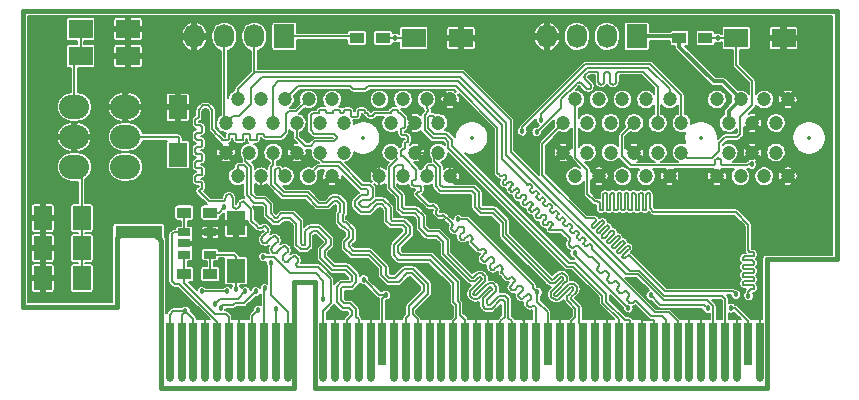
<source format=gtl>
G04 #@! TF.FileFunction,Copper,L1,Top,Signal*
%FSLAX46Y46*%
G04 Gerber Fmt 4.6, Leading zero omitted, Abs format (unit mm)*
G04 Created by KiCad (PCBNEW 4.0.2+e4-6225~38~ubuntu14.04.1-stable) date Mon Aug  1 22:56:21 2016*
%MOMM*%
G01*
G04 APERTURE LIST*
%ADD10C,0.350000*%
%ADD11C,0.381000*%
%ADD12C,1.198880*%
%ADD13R,1.600000X2.000000*%
%ADD14R,1.200000X0.900000*%
%ADD15R,2.000000X1.600000*%
%ADD16R,1.060000X0.650000*%
%ADD17R,1.727200X2.032000*%
%ADD18O,1.727200X2.032000*%
%ADD19R,1.524000X2.032000*%
%ADD20O,2.540000X2.032000*%
%ADD21R,0.650240X4.599940*%
%ADD22R,0.650240X3.599180*%
%ADD23C,0.650240*%
%ADD24R,4.000000X1.000000*%
%ADD25C,0.457200*%
%ADD26C,0.152400*%
%ADD27C,0.304800*%
%ADD28C,0.254000*%
%ADD29C,0.350000*%
G04 APERTURE END LIST*
D10*
D11*
X20376000Y-9732000D02*
X18626000Y-9732000D01*
X18626000Y-9732000D02*
X18626000Y-18732000D01*
X20376000Y-18732000D02*
X20376000Y-9732000D01*
X7376000Y-6259360D02*
X7126000Y-6009360D01*
X7376000Y-6302060D02*
X7376000Y-18732000D01*
X-4374000Y13169900D02*
X-4374000Y-11832000D01*
X3601720Y-6070600D02*
X3601720Y-11832000D01*
X3548380Y-11832000D02*
X-4374000Y-11832000D01*
X58623200Y-7832000D02*
X64541400Y-7832000D01*
X64538860Y13169900D02*
X-4374000Y13169900D01*
X64541400Y-7823200D02*
X64541400Y13169900D01*
X18626000Y-18732000D02*
X7376000Y-18732000D01*
X58626000Y-18732000D02*
X20376000Y-18732000D01*
X58626000Y-7832000D02*
X58626000Y-18732000D01*
X7171515Y-6055408D02*
G75*
G03X3641240Y-6024600I-1780275J-1719192D01*
G01*
D12*
X54400660Y-783200D03*
X55401420Y1218320D03*
X56399640Y-783200D03*
X57400400Y1218320D03*
X58401160Y-783200D03*
X59399380Y1218320D03*
X60400140Y-783200D03*
X55401420Y3717680D03*
X57400400Y3717680D03*
X59399380Y3717680D03*
X54400660Y5719200D03*
X56399640Y5719200D03*
X58401160Y5719200D03*
X60400140Y5719200D03*
X51400920Y1218320D03*
X49399400Y1218320D03*
X47400420Y1218320D03*
X45401440Y1218320D03*
X43399920Y1218320D03*
X41400940Y1218320D03*
X42401700Y-783200D03*
X44400680Y-783200D03*
X46399660Y-783200D03*
X48401180Y-783200D03*
X50400160Y-783200D03*
X41400940Y3717680D03*
X42401700Y5719200D03*
X43399920Y3717680D03*
X44400680Y5719200D03*
X45401440Y3717680D03*
X46399660Y5719200D03*
X47400420Y3717680D03*
X48401180Y5719200D03*
X49399400Y3717680D03*
X50400160Y5719200D03*
X51400920Y3717680D03*
X25825660Y-783200D03*
X26826420Y1218320D03*
X27824640Y-783200D03*
X28825400Y1218320D03*
X29826160Y-783200D03*
X30824380Y1218320D03*
X31825140Y-783200D03*
X26826420Y3717680D03*
X28825400Y3717680D03*
X30824380Y3717680D03*
X25825660Y5719200D03*
X27824640Y5719200D03*
X29826160Y5719200D03*
X31825140Y5719200D03*
X22825920Y1218320D03*
X20824400Y1218320D03*
X18825420Y1218320D03*
X16826440Y1218320D03*
X14824920Y1218320D03*
X12825940Y1218320D03*
X13826700Y-783200D03*
X15825680Y-783200D03*
X17824660Y-783200D03*
X19826180Y-783200D03*
X21825160Y-783200D03*
X12825940Y3717680D03*
X13826700Y5719200D03*
X14824920Y3717680D03*
X15825680Y5719200D03*
X16826440Y3717680D03*
X17824660Y5719200D03*
X18825420Y3717680D03*
X19826180Y5719200D03*
X20824400Y3717680D03*
X21825160Y5719200D03*
X22825920Y3717680D03*
D13*
X13706313Y-8777290D03*
X13706313Y-4777290D03*
D14*
X9304313Y-9063290D03*
X11504313Y-9063290D03*
D15*
X32734000Y10922000D03*
X28734000Y10922000D03*
D14*
X9304313Y-3856290D03*
X11504313Y-3856290D03*
X23919000Y10922000D03*
X26119000Y10922000D03*
D16*
X9304313Y-5523467D03*
X9304313Y-6473467D03*
X9304313Y-7423467D03*
X11504313Y-7423467D03*
X11504313Y-5523467D03*
D15*
X60039000Y10922000D03*
X56039000Y10922000D03*
D14*
X51224000Y10922000D03*
X53424000Y10922000D03*
D17*
X17780000Y11049000D03*
D18*
X15240000Y11049000D03*
X12700000Y11049000D03*
X10160000Y11049000D03*
D17*
X47625000Y11049000D03*
D18*
X45085000Y11049000D03*
X42545000Y11049000D03*
X40005000Y11049000D03*
D19*
X635000Y-9398000D03*
X-2667000Y-9398000D03*
X635000Y-6858000D03*
X-2667000Y-6858000D03*
X635000Y-4318000D03*
X-2667000Y-4318000D03*
D13*
X8763000Y1048000D03*
X8763000Y5048000D03*
D15*
X540000Y9398000D03*
X4540000Y9398000D03*
X540000Y11684000D03*
X4540000Y11684000D03*
D20*
X4318000Y2540000D03*
X4318000Y0D03*
X4318000Y5080000D03*
X0Y2540000D03*
X0Y5080000D03*
X0Y0D03*
D21*
X8075220Y-15531120D03*
X9075980Y-15531120D03*
X10074200Y-15531120D03*
X11074960Y-15531120D03*
X12075720Y-15531120D03*
X13073940Y-15531120D03*
X14074700Y-15531120D03*
X15075460Y-15531120D03*
X16073680Y-15531120D03*
X17074440Y-15531120D03*
X18075200Y-15531120D03*
X21074940Y-15531120D03*
X22075700Y-15531120D03*
X23073920Y-15531120D03*
X24074680Y-15531120D03*
X25075440Y-15531120D03*
D22*
X26073660Y-15030740D03*
D21*
X27074420Y-15531120D03*
X28074820Y-15531120D03*
X29074820Y-15531120D03*
X30074820Y-15531120D03*
X31074820Y-15531120D03*
X32074820Y-15531120D03*
X33074820Y-15531120D03*
X34074820Y-15531120D03*
X35074820Y-15531120D03*
X36074820Y-15531120D03*
X37074820Y-15531120D03*
X38074820Y-15531120D03*
X39074820Y-15531120D03*
D22*
X40074820Y-15031120D03*
D21*
X41074820Y-15531120D03*
X42074820Y-15531120D03*
X43074820Y-15531120D03*
X44074820Y-15531120D03*
X45074820Y-15531120D03*
X46074820Y-15531120D03*
X47074820Y-15531120D03*
X48074820Y-15531120D03*
X49074820Y-15531120D03*
X50074820Y-15531120D03*
X51074820Y-15531120D03*
X52074820Y-15531120D03*
X53074820Y-15531120D03*
X54074820Y-15531120D03*
X55074820Y-15531120D03*
X56074820Y-15531120D03*
D22*
X57074820Y-15031120D03*
D21*
X58074820Y-15531120D03*
D23*
X8075220Y-17832360D03*
X9075980Y-17832360D03*
X10074200Y-17832360D03*
X11074960Y-17832360D03*
X12075720Y-17832360D03*
X13073940Y-17832360D03*
X14074700Y-17832360D03*
X15075460Y-17832360D03*
X16073680Y-17832360D03*
X17074440Y-17832360D03*
X18075200Y-17832360D03*
X21074940Y-17832360D03*
X22075700Y-17832360D03*
X23073920Y-17832360D03*
X24074680Y-17832360D03*
X25075440Y-17832360D03*
X27074420Y-17832360D03*
X28074820Y-17832360D03*
X29074820Y-17832360D03*
X30074820Y-17832360D03*
X31074820Y-17832360D03*
X32074820Y-17832360D03*
X33074820Y-17832360D03*
X34074820Y-17832360D03*
X35074820Y-17832360D03*
X36074820Y-17832360D03*
X37074820Y-17832360D03*
X38074820Y-17832360D03*
X39074820Y-17832360D03*
X41074820Y-17832360D03*
X42074820Y-17832360D03*
X43074820Y-17832360D03*
X44074820Y-17832360D03*
X45074820Y-17832360D03*
X46074820Y-17832360D03*
X47074820Y-17832360D03*
X48074820Y-17832360D03*
X49074820Y-17832360D03*
X50074820Y-17832360D03*
X51074820Y-17832360D03*
X52074820Y-17832360D03*
X53074820Y-17832360D03*
X54074820Y-17832360D03*
X55074820Y-17832360D03*
X56074820Y-17832360D03*
X58074820Y-17832360D03*
D24*
X5449820Y-5481120D03*
D25*
X26369712Y-10846534D03*
X24505197Y-9530803D03*
X32512000Y-4445000D03*
X39204929Y-10590678D03*
X42351936Y-7270168D03*
X46886206Y-11949599D03*
X10795000Y-10541000D03*
X53606000Y-11972000D03*
X48806000Y-10872000D03*
X12954000Y-10541000D03*
X55600600Y-11963400D03*
X9398000Y-12192028D03*
X12700000Y-3429000D03*
X17074440Y-12065000D03*
X15570200Y-12115800D03*
X13706313Y-10333290D03*
X25781000Y1016000D03*
X31877000Y3302000D03*
X30607000Y4826000D03*
X60579000Y-6858000D03*
X63373000Y-4191000D03*
X62230000Y-889000D03*
X57912000Y-2032000D03*
X53467000Y-4572000D03*
X53213000Y-6477000D03*
X56134000Y-4699000D03*
X55626000Y-7747000D03*
X53086000Y-9906000D03*
X51181000Y-9398000D03*
X48895000Y-8382000D03*
X47752000Y-6858000D03*
X47752000Y-4572000D03*
X52197000Y-381000D03*
X51308000Y-3175000D03*
X45593000Y-4318000D03*
X42418000Y-2159000D03*
X47117000Y-1651000D03*
X41275000Y-6731000D03*
X38989000Y-9398000D03*
X40513000Y-8001000D03*
X37592000Y-5080000D03*
X38862000Y-7112000D03*
X37465000Y-7874000D03*
X36449000Y-6731000D03*
X35052000Y-4572000D03*
X38878119Y618881D03*
X41021000Y-889000D03*
X34290000Y254000D03*
X31825140Y583140D03*
X29845000Y635000D03*
X30099000Y-1905000D03*
X32512000Y-7239000D03*
X33401000Y-8128000D03*
X30734000Y-6858000D03*
X31242000Y-11303000D03*
X27686000Y-10541000D03*
X23114000Y-10795000D03*
X24384000Y-8001000D03*
X25527000Y-6350000D03*
X20066000Y381000D03*
X27940000Y-1905000D03*
X25781000Y-3937000D03*
X26035000Y-2159000D03*
X23876000Y-254000D03*
X23622000Y-2159000D03*
X24231599Y-5486401D03*
X22733000Y-5715000D03*
X22098000Y-6985000D03*
X20574000Y-6223000D03*
X19685000Y-4572000D03*
X18669000Y-1651000D03*
X19177000Y-3048000D03*
X20828000Y-2413000D03*
X14097000Y-2032000D03*
X15621000Y-2032000D03*
X13335000Y7874000D03*
X11430000Y7620000D03*
X8763000Y7620000D03*
X6350000Y9398000D03*
X6350000Y11684000D03*
X-1143000Y-9398000D03*
X48061870Y-10342869D03*
X47498000Y-12502385D03*
X60325000Y2794000D03*
X33020000Y-10287000D03*
X27202293Y-12507091D03*
X34036000Y-12827000D03*
X43226000Y-12491992D03*
X40556006Y-12312000D03*
X55586000Y-12632000D03*
X51562000Y-12452000D03*
X31776000Y-12262004D03*
X25019000Y-12192000D03*
X57785000Y-12446000D03*
X54610000Y-12446000D03*
X37338000Y-12319000D03*
X29210000Y-12319000D03*
X21615400Y-12573000D03*
X13970000Y-12065000D03*
X10287000Y-12192000D03*
X13716000Y-6477000D03*
X61595000Y10922000D03*
X34544000Y10922000D03*
X39147203Y2965997D03*
X16129000Y-10287000D03*
X14478000Y-10541000D03*
X37916397Y3028403D03*
X11868514Y-11574235D03*
X12385998Y-11912000D03*
X15367000Y-10541000D03*
X39509699Y3975101D03*
X16002000Y-7620000D03*
X21082000Y-11176000D03*
X57352286Y213893D03*
X56007000Y-10795000D03*
X57074820Y-10922000D03*
X16637000Y-8128000D03*
X27178000Y10922000D03*
X54483000Y10922000D03*
D26*
X25820928Y-10846534D02*
X24733796Y-9759402D01*
X26369712Y-10846534D02*
X25820928Y-10846534D01*
X26369712Y-10836518D02*
X26369712Y-10846534D01*
X24733796Y-9759402D02*
X24505197Y-9530803D01*
X26073660Y-11142586D02*
X26141113Y-11075133D01*
X26073660Y-15030740D02*
X26073660Y-11142586D01*
X26302794Y-10769600D02*
X26369712Y-10836518D01*
X26141113Y-11075133D02*
X26369712Y-10846534D01*
X33401000Y-4572000D02*
X33528000Y-4699000D01*
X33528000Y-4699000D02*
X38862000Y-10033000D01*
X33274000Y-4445000D02*
X33528000Y-4699000D01*
X32512000Y-4445000D02*
X33274000Y-4445000D01*
X38862000Y-10033000D02*
X38862000Y-10247749D01*
X38862000Y-10247749D02*
X39204929Y-10590678D01*
X39204929Y-11391929D02*
X39204929Y-10913967D01*
X40074820Y-12261820D02*
X39204929Y-11391929D01*
X40074820Y-15031120D02*
X40074820Y-12261820D01*
X39204929Y-10913967D02*
X39204929Y-10590678D01*
X46886206Y-11949599D02*
X42351936Y-7415329D01*
X42351936Y-7415329D02*
X42351936Y-7270168D01*
X10795000Y-10541000D02*
X12954000Y-10541000D01*
X48806000Y-10872000D02*
X49618000Y-11684000D01*
X53318000Y-11684000D02*
X49618000Y-11684000D01*
X53606000Y-11972000D02*
X53318000Y-11684000D01*
X40005000Y-14961300D02*
X40074820Y-15031120D01*
X55959090Y-11963400D02*
X55600600Y-11963400D01*
X57074820Y-15031120D02*
X57074820Y-13079130D01*
X57074820Y-13079130D02*
X55959090Y-11963400D01*
X8075220Y-12573000D02*
X8075220Y-12498780D01*
X8381972Y-12192028D02*
X9398000Y-12192028D01*
X8075220Y-12498780D02*
X8381972Y-12192028D01*
X9075980Y-15531120D02*
X9075980Y-12514020D01*
X9075980Y-12514020D02*
X9398000Y-12192000D01*
X9398000Y-12192000D02*
X10074200Y-12868200D01*
X10074200Y-12868200D02*
X10074200Y-15531120D01*
X9398000Y-12192000D02*
X9398000Y-12192028D01*
X8075220Y-15531120D02*
X8075220Y-13556270D01*
X8075220Y-15531120D02*
X8075220Y-12573000D01*
X10074200Y-15531120D02*
X10074200Y-17832360D01*
X9075980Y-15531120D02*
X9075980Y-17832360D01*
X8075220Y-17832360D02*
X8075220Y-15531120D01*
X635000Y-4318000D02*
X635000Y-6858000D01*
X635000Y-6858000D02*
X635000Y-9398000D01*
X0Y0D02*
X0Y-381000D01*
X0Y-381000D02*
X635000Y-1016000D01*
X635000Y-1016000D02*
X635000Y-4318000D01*
D27*
X54152200Y7239000D02*
X54879840Y7239000D01*
X54879840Y7239000D02*
X56399640Y5719200D01*
X51224000Y10922000D02*
X51224000Y10167200D01*
X51224000Y10167200D02*
X54152200Y7239000D01*
D26*
X17780000Y11049000D02*
X23792000Y11049000D01*
X23792000Y11049000D02*
X23919000Y10922000D01*
X12272710Y-3856290D02*
X12700000Y-3429000D01*
X11504313Y-3856290D02*
X12272710Y-3856290D01*
X17074440Y-15531120D02*
X17074440Y-12065000D01*
X13706313Y-8777290D02*
X13706313Y-10333290D01*
X11504313Y-7423467D02*
X13499319Y-7423467D01*
X13499319Y-7423467D02*
X13706313Y-7630461D01*
X13706313Y-7630461D02*
X13706313Y-8727467D01*
D27*
X55401420Y3717680D02*
X55401420Y4720980D01*
X55401420Y4720980D02*
X56399640Y5719200D01*
X47625000Y11049000D02*
X51069840Y11049000D01*
D26*
X17074440Y-17832360D02*
X17074440Y-15531120D01*
X15075460Y-17832360D02*
X15075460Y-15531120D01*
X15075460Y-12674600D02*
X15075460Y-12610540D01*
X15075460Y-12610540D02*
X15570200Y-12115800D01*
X11504313Y-7423467D02*
X11504313Y-8886467D01*
X15075460Y-12674600D02*
X15075460Y-15531120D01*
X25825660Y971340D02*
X25781000Y1016000D01*
X25825660Y-783200D02*
X25825660Y971340D01*
X31500200Y5719200D02*
X30607000Y4826000D01*
X31825140Y5719200D02*
X31500200Y5719200D01*
X25825660Y-783200D02*
X25825660Y-1949660D01*
X25825660Y-1949660D02*
X26035000Y-2159000D01*
X63246000Y-4191000D02*
X60579000Y-6858000D01*
X63373000Y-4191000D02*
X63246000Y-4191000D01*
X63373000Y-2032000D02*
X63373000Y-4191000D01*
X62230000Y-889000D02*
X63373000Y-2032000D01*
X61087000Y-2032000D02*
X62230000Y-889000D01*
X57912000Y-2032000D02*
X61087000Y-2032000D01*
X55626000Y-2032000D02*
X57912000Y-2032000D01*
X54400660Y-806660D02*
X55626000Y-2032000D01*
X54400660Y-783200D02*
X54400660Y-806660D01*
X53594000Y-4699000D02*
X53467000Y-4572000D01*
X56134000Y-4699000D02*
X53594000Y-4699000D01*
X56134000Y-6985000D02*
X56134000Y-4699000D01*
X56261000Y-7112000D02*
X56134000Y-6985000D01*
X55626000Y-7747000D02*
X56261000Y-7112000D01*
X52578000Y-9398000D02*
X53086000Y-9906000D01*
X51181000Y-9398000D02*
X52578000Y-9398000D01*
X50165000Y-8382000D02*
X51181000Y-9398000D01*
X48895000Y-8382000D02*
X50165000Y-8382000D01*
X47752000Y-7239000D02*
X48895000Y-8382000D01*
X47752000Y-6858000D02*
X47752000Y-7239000D01*
X47752000Y-4572000D02*
X47752000Y-6858000D01*
X47498000Y-4318000D02*
X47752000Y-4572000D01*
X45593000Y-4318000D02*
X47498000Y-4318000D01*
X51308000Y-1651000D02*
X51308000Y-3175000D01*
X50440200Y-783200D02*
X51308000Y-1651000D01*
X50400160Y-783200D02*
X50440200Y-783200D01*
X41148000Y-889000D02*
X42418000Y-2159000D01*
X41021000Y-889000D02*
X41148000Y-889000D01*
X41021000Y-6731000D02*
X41275000Y-6731000D01*
X34290000Y0D02*
X41021000Y-6731000D01*
X34290000Y254000D02*
X34290000Y0D01*
X39624000Y-7112000D02*
X40513000Y-8001000D01*
X38862000Y-7112000D02*
X39624000Y-7112000D01*
X35052000Y-5334000D02*
X36449000Y-6731000D01*
X35052000Y-4572000D02*
X35052000Y-5334000D01*
X34417000Y-4572000D02*
X35052000Y-4572000D01*
X32766000Y-2921000D02*
X34417000Y-4572000D01*
X32385000Y-2921000D02*
X32766000Y-2921000D01*
X31115000Y-2921000D02*
X32385000Y-2921000D01*
X30099000Y-1905000D02*
X31115000Y-2921000D01*
X31825140Y-783200D02*
X31825140Y583140D01*
X29845000Y1046456D02*
X29845000Y635000D01*
X28825400Y1218320D02*
X29673136Y1218320D01*
X29673136Y1218320D02*
X29845000Y1046456D01*
X32835289Y-7239000D02*
X32512000Y-7239000D01*
X33401000Y-8128000D02*
X33401000Y-7804711D01*
X33401000Y-7804711D02*
X32835289Y-7239000D01*
X34290000Y-8128000D02*
X33401000Y-8128000D01*
X34544000Y-8382000D02*
X34290000Y-8128000D01*
X35306000Y-9144000D02*
X34544000Y-8382000D01*
X37338000Y-11176000D02*
X35306000Y-9144000D01*
X37338000Y-11303000D02*
X37338000Y-11176000D01*
X37338000Y-12319000D02*
X37338000Y-11303000D01*
X30734000Y-7493000D02*
X30734000Y-6731000D01*
X33020000Y-9779000D02*
X30734000Y-7493000D01*
X33020000Y-9963711D02*
X33020000Y-9779000D01*
X33020000Y-10287000D02*
X33020000Y-9963711D01*
X26924000Y-11303000D02*
X27686000Y-10541000D01*
X26924000Y-12192000D02*
X26924000Y-11303000D01*
X26973694Y-12241694D02*
X26924000Y-12192000D01*
X27202293Y-12507091D02*
X26973694Y-12278492D01*
X26973694Y-12278492D02*
X26973694Y-12241694D01*
X23622000Y-10795000D02*
X23114000Y-10795000D01*
X25019000Y-12192000D02*
X23622000Y-10795000D01*
X24663401Y-5486401D02*
X25527000Y-6350000D01*
X24231599Y-5486401D02*
X24663401Y-5486401D01*
X19828119Y618881D02*
X20066000Y381000D01*
X18825420Y1218320D02*
X19424859Y618881D01*
X19424859Y618881D02*
X19828119Y618881D01*
X19685000Y-3556000D02*
X19685000Y-4572000D01*
X19177000Y-3048000D02*
X19685000Y-3556000D01*
X15621000Y-1835616D02*
X15621000Y-2032000D01*
X15825680Y-783200D02*
X15825680Y-1630936D01*
X15825680Y-1630936D02*
X15621000Y-1835616D01*
X8763000Y7620000D02*
X11430000Y7620000D01*
X8763000Y6200400D02*
X8763000Y7620000D01*
X8763000Y5048000D02*
X8763000Y6200400D01*
X5692400Y9398000D02*
X6350000Y9398000D01*
X4540000Y9398000D02*
X5692400Y9398000D01*
X5692400Y11684000D02*
X6350000Y11684000D01*
X4540000Y11684000D02*
X5692400Y11684000D01*
X-2667000Y-9398000D02*
X-1143000Y-9398000D01*
X56074820Y-15531120D02*
X56074820Y-17983490D01*
X56074820Y-17983490D02*
X56134000Y-18042670D01*
X11684000Y-6477000D02*
X11811000Y-6477000D01*
X11557000Y-6477000D02*
X11684000Y-6477000D01*
X12065000Y-6477000D02*
X12192000Y-6477000D01*
X11811000Y-6477000D02*
X12065000Y-6477000D01*
X12573000Y-6477000D02*
X12827000Y-6477000D01*
X12446000Y-6477000D02*
X12573000Y-6477000D01*
X13706313Y-6096000D02*
X13706313Y-6467313D01*
X13706313Y-5969000D02*
X13706313Y-6096000D01*
X11303000Y-6477000D02*
X11557000Y-6477000D01*
X11183066Y-6477000D02*
X11303000Y-6477000D01*
X12319000Y-6477000D02*
X12446000Y-6477000D01*
X13081000Y-6477000D02*
X13716000Y-6477000D01*
X12954000Y-6477000D02*
X13081000Y-6477000D01*
X13706313Y-4777290D02*
X13706313Y-5969000D01*
X12192000Y-6477000D02*
X12319000Y-6477000D01*
X12827000Y-6477000D02*
X12954000Y-6477000D01*
X25019000Y-12192000D02*
X25019000Y-12604999D01*
X25019000Y-12604999D02*
X25075440Y-12661439D01*
X29210000Y-12319000D02*
X30099000Y-12319000D01*
X30099000Y-12319000D02*
X30607000Y-12319000D01*
X30074820Y-15531120D02*
X30074820Y-12343180D01*
X30074820Y-12343180D02*
X30099000Y-12319000D01*
X48074820Y-15531120D02*
X48074820Y-12954000D01*
X48074820Y-12954000D02*
X48074820Y-12514820D01*
X48950070Y-12954000D02*
X48074820Y-12954000D01*
X48074820Y-12514820D02*
X48062385Y-12502385D01*
X48062385Y-12502385D02*
X47498000Y-12502385D01*
X11504313Y-5523467D02*
X11504313Y-6424313D01*
X11504313Y-6424313D02*
X11557000Y-6477000D01*
X13706313Y-6467313D02*
X13716000Y-6477000D01*
X11179533Y-6473467D02*
X11183066Y-6477000D01*
X11179533Y-6473467D02*
X9304313Y-6473467D01*
X4540000Y9398000D02*
X4540000Y10350400D01*
X4540000Y10350400D02*
X4540000Y11684000D01*
X4318000Y5080000D02*
X8731000Y5080000D01*
X8731000Y5080000D02*
X8890000Y4921000D01*
X59785000Y10922000D02*
X61595000Y10922000D01*
X32734000Y10922000D02*
X34544000Y10922000D01*
X33020000Y-10922000D02*
X33020000Y-10287000D01*
X31776000Y-11710000D02*
X31776000Y-12262004D01*
X11074960Y-15531120D02*
X11074960Y-12979960D01*
X11074960Y-12979960D02*
X10287000Y-12192000D01*
X27074420Y-12634964D02*
X27202293Y-12507091D01*
X27074420Y-15531120D02*
X27074420Y-12634964D01*
X43226000Y-12491992D02*
X43549289Y-12491992D01*
X43549289Y-12491992D02*
X43722281Y-12319000D01*
X43722281Y-12319000D02*
X44069000Y-12319000D01*
X49074820Y-15531120D02*
X49074820Y-13078750D01*
X49074820Y-13078750D02*
X48950070Y-12954000D01*
X55939000Y-12632000D02*
X56074820Y-12767820D01*
X56074820Y-12767820D02*
X56074820Y-15531120D01*
X55586000Y-12632000D02*
X55939000Y-12632000D01*
X51562000Y-12452000D02*
X52064000Y-12452000D01*
X52064000Y-12452000D02*
X52070000Y-12446000D01*
X58074820Y-17832360D02*
X58074820Y-15531120D01*
X56074820Y-17832360D02*
X56074820Y-15531120D01*
X53074820Y-17832360D02*
X53074820Y-15531120D01*
X52074820Y-17832360D02*
X52074820Y-15531120D01*
X49074820Y-17832360D02*
X49074820Y-15531120D01*
X48074820Y-17832360D02*
X48074820Y-16053600D01*
X48074820Y-16053600D02*
X48074820Y-15531120D01*
X45074820Y-17832360D02*
X45074820Y-15531120D01*
X44074820Y-17832360D02*
X44074820Y-15531120D01*
X41074820Y-17832360D02*
X41074820Y-15531120D01*
X38074820Y-17832360D02*
X38074820Y-15531120D01*
X35074820Y-17832360D02*
X35074820Y-15531120D01*
X34074820Y-17832360D02*
X34074820Y-15531120D01*
X31074820Y-17832360D02*
X31074820Y-15531120D01*
X30074820Y-17832360D02*
X30074820Y-15531120D01*
X27074420Y-17832360D02*
X27074420Y-15531120D01*
X25075440Y-17832360D02*
X25075440Y-15531120D01*
X22075700Y-17832360D02*
X22075700Y-15531120D01*
X14074700Y-17832360D02*
X14074700Y-15531120D01*
X11074960Y-17832360D02*
X11074960Y-15531120D01*
X40784605Y-12540599D02*
X40556006Y-12312000D01*
X41074820Y-12830814D02*
X40784605Y-12540599D01*
X41074820Y-15531120D02*
X41074820Y-12830814D01*
X25075440Y-15531120D02*
X25075440Y-12661439D01*
X58074820Y-15531120D02*
X58039000Y-15495300D01*
X58039000Y-15495300D02*
X58039000Y-12700000D01*
X58039000Y-12700000D02*
X57785000Y-12446000D01*
X52074820Y-15531120D02*
X52070000Y-15526300D01*
X52070000Y-15526300D02*
X52070000Y-12446000D01*
X53074820Y-15531120D02*
X53086000Y-15519940D01*
X53086000Y-15519940D02*
X53086000Y-12700000D01*
X53086000Y-12700000D02*
X52832000Y-12446000D01*
X52832000Y-12446000D02*
X52070000Y-12446000D01*
X44074820Y-15531120D02*
X44069000Y-15525300D01*
X44069000Y-15525300D02*
X44069000Y-12319000D01*
X45074820Y-15531120D02*
X45085000Y-15520940D01*
X45085000Y-15520940D02*
X45085000Y-12700000D01*
X45085000Y-12700000D02*
X44704000Y-12319000D01*
X44704000Y-12319000D02*
X44069000Y-12319000D01*
X38074820Y-15531120D02*
X38100000Y-15505940D01*
X38100000Y-15505940D02*
X38100000Y-13081000D01*
X38100000Y-13081000D02*
X37338000Y-12319000D01*
X35074820Y-15531120D02*
X35052000Y-15508300D01*
X35052000Y-15508300D02*
X35052000Y-12827000D01*
X35052000Y-12827000D02*
X34594800Y-12827000D01*
X34074820Y-15531120D02*
X34036000Y-15492300D01*
X34036000Y-15492300D02*
X34036000Y-12827000D01*
X34036000Y-12827000D02*
X34594800Y-12827000D01*
X30988000Y-12573000D02*
X30988000Y-15444300D01*
X30734000Y-12319000D02*
X30988000Y-12573000D01*
X30607000Y-12319000D02*
X30734000Y-12319000D01*
X30988000Y-15444300D02*
X31074820Y-15531120D01*
X30074820Y-13183820D02*
X30074820Y-15531120D01*
X30074820Y-15531120D02*
X30099000Y-15506940D01*
X22075700Y-15531120D02*
X22098000Y-15508820D01*
X22098000Y-15508820D02*
X22098000Y-12573000D01*
X22098000Y-12573000D02*
X21615400Y-12573000D01*
X14074700Y-15531120D02*
X13970000Y-15426420D01*
X13970000Y-15426420D02*
X13970000Y-12065000D01*
X-2667000Y-6858000D02*
X-2667000Y-9398000D01*
X-2667000Y-4318000D02*
X-2667000Y-6858000D01*
X4413000Y9017000D02*
X4413000Y4985000D01*
X4413000Y4985000D02*
X4445000Y4953000D01*
X0Y2540000D02*
X-1651000Y2540000D01*
X-1651000Y2540000D02*
X-2667000Y1524000D01*
X12075720Y-15531120D02*
X12075720Y-13091720D01*
X12075720Y-13091720D02*
X8890000Y-9906000D01*
X8890000Y-9906000D02*
X8509000Y-9906000D01*
X8509000Y-9906000D02*
X8255000Y-9652000D01*
X8255000Y-5715000D02*
X8446533Y-5523467D01*
X8255000Y-9652000D02*
X8255000Y-5715000D01*
X8446533Y-5523467D02*
X9304313Y-5523467D01*
X9304313Y-3856290D02*
X9304313Y-5523467D01*
X12075720Y-17832360D02*
X12075720Y-15531120D01*
X9304313Y-9063290D02*
X9304313Y-8460890D01*
X9304313Y-8460890D02*
X9304313Y-7423467D01*
X9304313Y-9063290D02*
X9304313Y-9812313D01*
X9304313Y-9812313D02*
X11938000Y-12446000D01*
X11938000Y-12446000D02*
X12827000Y-12446000D01*
X12827000Y-12446000D02*
X13073940Y-12692940D01*
X13073940Y-12692940D02*
X13073940Y-15531120D01*
X13073940Y-17832360D02*
X13073940Y-15531120D01*
X16073680Y-15531120D02*
X16073680Y-10342320D01*
X16073680Y-10342320D02*
X16129000Y-10287000D01*
X49399400Y3717680D02*
X49399400Y6798456D01*
X45905542Y7983062D02*
X45875757Y7935660D01*
X45945127Y8022647D02*
X45905542Y7983062D01*
X45156630Y8070921D02*
X45101000Y8077190D01*
X46045369Y8070921D02*
X45992529Y8052432D01*
X45045369Y8070921D02*
X44992529Y8052432D01*
X49399400Y6798456D02*
X48120666Y8077190D01*
X44445127Y7031732D02*
X44405542Y7071317D01*
X48120666Y8077190D02*
X46101000Y8077190D01*
X45209470Y8052432D02*
X45156630Y8070921D01*
X46101000Y8077190D02*
X46045369Y8070921D01*
X45601000Y6977190D02*
X45545369Y6983458D01*
X45857268Y7882820D02*
X45851000Y7827190D01*
X44796457Y7071317D02*
X44756872Y7031732D01*
X44826242Y7118719D02*
X44796457Y7071317D01*
X45992529Y8052432D02*
X45945127Y8022647D01*
X43215333Y7749470D02*
X43191043Y7699032D01*
X45826242Y7118719D02*
X45796457Y7071317D01*
X45756872Y7031732D02*
X45709470Y7001947D01*
X45875757Y7935660D02*
X45857268Y7882820D01*
X45326242Y7935660D02*
X45296457Y7983062D01*
X43191043Y7699032D02*
X43178586Y7644453D01*
X43178586Y7644453D02*
X43178586Y7588471D01*
X43178586Y7588471D02*
X43191043Y7533892D01*
X42586900Y7121034D02*
X42543131Y7086132D01*
X42543131Y7086132D02*
X42437066Y6980068D01*
X45851000Y7827190D02*
X45851000Y7227190D01*
X42437066Y6980068D02*
X41198800Y5741802D01*
X41198800Y5741802D02*
X41198800Y5017594D01*
X41198800Y5017594D02*
X39147203Y2965997D01*
X45344731Y7882820D02*
X45326242Y7935660D01*
X45851000Y7227190D02*
X45844731Y7171559D01*
X44844731Y7171559D02*
X44826242Y7118719D01*
X44851000Y7227190D02*
X44844731Y7171559D01*
X45796457Y7071317D02*
X45756872Y7031732D01*
X45844731Y7171559D02*
X45826242Y7118719D01*
X45351000Y7827190D02*
X45344731Y7882820D01*
X45709470Y7001947D02*
X45656630Y6983458D01*
X45656630Y6983458D02*
X45601000Y6977190D01*
X45545369Y6983458D02*
X45492529Y7001947D01*
X42802478Y7145324D02*
X42747899Y7157781D01*
X42747899Y7157781D02*
X42691917Y7157781D01*
X44209470Y8052432D02*
X44156630Y8070921D01*
X44256872Y8022647D02*
X44209470Y8052432D01*
X42691917Y7157781D02*
X42637338Y7145324D01*
X45492529Y7001947D02*
X45445127Y7031732D01*
X45445127Y7031732D02*
X45405542Y7071317D01*
X43427011Y7970013D02*
X43250236Y7793238D01*
X45405542Y7071317D02*
X45375757Y7118719D01*
X45375757Y7118719D02*
X45357268Y7171559D01*
X45357268Y7171559D02*
X45351000Y7227190D01*
X45351000Y7227190D02*
X45351000Y7827190D01*
X45256872Y8022647D02*
X45209470Y8052432D01*
X45296457Y7983062D02*
X45256872Y8022647D01*
X45101000Y8077190D02*
X45045369Y8070921D01*
X44992529Y8052432D02*
X44945127Y8022647D01*
X44296457Y7983062D02*
X44256872Y8022647D01*
X44326242Y7935660D02*
X44296457Y7983062D01*
X44945127Y8022647D02*
X44905542Y7983062D01*
X44351000Y7827190D02*
X44344731Y7882820D01*
X44656630Y6983458D02*
X44601000Y6977190D01*
X44709470Y7001947D02*
X44656630Y6983458D01*
X44905542Y7983062D02*
X44875757Y7935660D01*
X44875757Y7935660D02*
X44857268Y7882820D01*
X44857268Y7882820D02*
X44851000Y7827190D01*
X44851000Y7827190D02*
X44851000Y7227190D01*
X44756872Y7031732D02*
X44709470Y7001947D01*
X44601000Y6977190D02*
X44545369Y6983458D01*
X43428413Y7970013D02*
X43427011Y7970013D01*
X44545369Y6983458D02*
X44492529Y7001947D01*
X44492529Y7001947D02*
X44445127Y7031732D01*
X44405542Y7071317D02*
X44375757Y7118719D01*
X44357268Y7171559D02*
X44351000Y7227190D01*
X44375757Y7118719D02*
X44357268Y7171559D01*
X44351000Y7227190D02*
X44351000Y7827190D01*
X43250236Y7793238D02*
X43215333Y7749470D01*
X44344731Y7882820D02*
X44326242Y7935660D01*
X44156630Y8070921D02*
X44101000Y8077190D01*
X44101000Y8077190D02*
X43535590Y8077190D01*
X43535590Y8077190D02*
X43428413Y7970013D01*
X43191043Y7533892D02*
X43215333Y7483454D01*
X43469734Y6590214D02*
X43415155Y6602671D01*
X43215333Y7483454D02*
X43250236Y7439684D01*
X43250236Y7439684D02*
X43674501Y7015419D01*
X43674501Y7015419D02*
X43709405Y6971651D01*
X43709405Y6971651D02*
X43733695Y6921213D01*
X43733695Y6921213D02*
X43746152Y6866634D01*
X43746152Y6866634D02*
X43746152Y6810652D01*
X43746152Y6810652D02*
X43733695Y6756073D01*
X43733695Y6756073D02*
X43709405Y6705635D01*
X43709405Y6705635D02*
X43674502Y6661867D01*
X43674502Y6661867D02*
X43630733Y6626961D01*
X43630733Y6626961D02*
X43580295Y6602671D01*
X43580295Y6602671D02*
X43525716Y6590214D01*
X43525716Y6590214D02*
X43469734Y6590214D01*
X43415155Y6602671D02*
X43364717Y6626961D01*
X43364717Y6626961D02*
X43320948Y6661866D01*
X43320948Y6661866D02*
X42896684Y7086130D01*
X42896684Y7086130D02*
X42852916Y7121034D01*
X42852916Y7121034D02*
X42802478Y7145324D01*
X42637338Y7145324D02*
X42586900Y7121034D01*
X16073680Y-17832360D02*
X16073680Y-15531120D01*
X10391000Y-1282000D02*
X10357622Y-1278239D01*
X21074940Y-15531120D02*
X21074940Y-12199060D01*
X12949745Y2262735D02*
X12978950Y2272954D01*
X10691000Y-82000D02*
X10391000Y-82000D01*
X13981894Y-3287757D02*
X13959706Y-3351166D01*
X16291241Y-5099423D02*
X16243096Y-5061028D01*
X21717000Y-9525000D02*
X20650189Y-8458189D01*
X11938000Y2916613D02*
X12319000Y2535613D01*
X10244761Y401379D02*
X10255855Y433083D01*
X14976425Y2262735D02*
X15007171Y2259270D01*
X18872189Y-8458189D02*
X18833794Y-8410043D01*
X16726654Y-7150546D02*
X16697508Y-7090021D01*
X10273726Y1174477D02*
X10255855Y1202918D01*
X16016977Y2781811D02*
X16038855Y2759933D01*
X18910583Y-7728516D02*
X18872189Y-7680371D01*
X18872189Y-7680371D02*
X18836833Y-7645015D01*
X10724378Y-678239D02*
X10756082Y-667145D01*
X10691000Y-682000D02*
X10724378Y-678239D01*
X18496070Y-7606620D02*
X18447924Y-7645015D01*
X10826145Y602918D02*
X10837239Y634622D01*
X13176425Y2808491D02*
X13207171Y2811956D01*
X17993019Y-8038211D02*
X17948233Y-8038211D01*
X21074940Y-12199060D02*
X21717000Y-11557000D01*
X10325918Y-696854D02*
X10357622Y-685760D01*
X10297477Y-714725D02*
X10325918Y-696854D01*
X14948540Y-4534540D02*
X14948540Y-3580124D01*
X16065535Y2704530D02*
X16072464Y2643038D01*
X11430000Y-2921000D02*
X10541000Y-2032000D01*
X12489416Y-2921000D02*
X11430000Y-2921000D01*
X21717000Y-11557000D02*
X21717000Y-9525000D01*
X10837239Y2201379D02*
X10826145Y2233083D01*
X18937302Y-7783998D02*
X18910583Y-7728516D01*
X20650189Y-8458189D02*
X18872189Y-8458189D01*
X18036683Y-8028246D02*
X17993019Y-8038211D01*
X13672464Y2366696D02*
X13682683Y2337491D01*
X14865535Y2704530D02*
X14869000Y2673785D01*
X18793372Y-8294524D02*
X18793372Y-8232944D01*
X18112048Y-7980891D02*
X18077033Y-8008814D01*
X18807075Y-8172907D02*
X18833794Y-8117425D01*
X18833794Y-8410043D02*
X18807075Y-8354561D01*
X16854490Y-5882840D02*
X16799008Y-5909558D01*
X16799008Y-5909558D02*
X16750862Y-5947953D01*
X18062052Y-7172603D02*
X18088770Y-7117121D01*
X17824637Y-6717667D02*
X17763057Y-6717667D01*
X18023657Y-7220748D02*
X18062052Y-7172603D01*
X18937302Y-7965652D02*
X18951005Y-7905615D01*
X18807075Y-8354561D02*
X18793372Y-8294524D01*
X13669000Y2397441D02*
X13672464Y2366696D01*
X17079757Y-7274102D02*
X17014262Y-7289050D01*
X18951005Y-7905615D02*
X18951005Y-7844035D01*
X18733206Y-7579902D02*
X18673169Y-7566199D01*
X18673169Y-7566199D02*
X18611589Y-7566199D01*
X10391000Y-682000D02*
X10691000Y-682000D01*
X18951005Y-7844035D02*
X18937302Y-7783998D01*
X13053706Y2366696D02*
X13057171Y2397442D01*
X14255316Y2337491D02*
X14265535Y2366696D01*
X14265535Y2366696D02*
X14269000Y2397441D01*
X18793372Y-8232944D02*
X18807075Y-8172907D01*
X10297477Y2885275D02*
X10325918Y2903146D01*
X18062052Y-6879985D02*
X18023657Y-6831839D01*
X18833794Y-8117425D02*
X18910583Y-8021134D01*
X17703020Y-6731370D02*
X17647538Y-6758088D01*
X17763057Y-6717667D02*
X17703020Y-6731370D01*
X16726655Y-6831328D02*
X16768540Y-6778804D01*
X16697507Y-6891853D02*
X16726655Y-6831328D01*
X16768540Y-6778804D02*
X17175127Y-6372218D01*
X18910583Y-8021134D02*
X18937302Y-7965652D01*
X18102473Y-7057084D02*
X18102473Y-6995504D01*
X10325918Y4103146D02*
X10357622Y4114240D01*
X10826145Y-166917D02*
X10808274Y-138476D01*
X16344275Y-6354540D02*
X16291752Y-6396424D01*
X10691000Y2918000D02*
X10724378Y2921761D01*
X12349745Y2532149D02*
X12378950Y2521930D01*
X18836833Y-7645015D02*
X18788688Y-7606620D01*
X18088770Y-7117121D02*
X18102473Y-7057084D01*
X16750862Y-5947953D02*
X16344275Y-6354540D01*
X18788688Y-7606620D02*
X18733206Y-7579902D01*
X12460635Y2366696D02*
X12470854Y2337491D01*
X12470854Y2337491D02*
X12487315Y2311293D01*
X18551552Y-7579902D02*
X18496070Y-7606620D01*
X18611589Y-7566199D02*
X18551552Y-7579902D01*
X10691000Y518000D02*
X10724378Y521761D01*
X18447924Y-7645015D02*
X18112048Y-7980891D01*
X10357622Y4114240D02*
X10424379Y4121761D01*
X16881589Y-7274101D02*
X16821064Y-7244955D01*
X18077033Y-8008814D02*
X18036683Y-8028246D01*
X16682558Y-7024526D02*
X16682559Y-6957348D01*
X16682559Y-6957348D02*
X16697507Y-6891853D01*
X13147220Y2798272D02*
X13176425Y2808491D01*
X17829204Y-7980890D02*
X17687782Y-7839468D01*
X13959706Y-3351166D02*
X13923965Y-3408047D01*
X15848977Y-6043323D02*
X15878125Y-5982798D01*
X17948233Y-8038211D02*
X17904571Y-8028246D01*
X16391710Y-5420061D02*
X16405413Y-5360024D01*
X15521022Y2781811D02*
X15547220Y2798272D01*
X10573725Y-1938476D02*
X10597476Y-1914725D01*
X10555854Y-1966917D02*
X10573725Y-1938476D01*
X17904571Y-8028246D02*
X17864219Y-8008813D01*
X17864219Y-8008813D02*
X17829204Y-7980890D01*
X17192805Y-7203070D02*
X17140282Y-7244954D01*
X10724378Y-85760D02*
X10691000Y-82000D01*
X17175127Y-6372218D02*
X17213522Y-6324073D01*
X17647538Y-6758088D02*
X17599392Y-6796483D01*
X10841000Y2168000D02*
X10837239Y2201379D01*
X17687782Y-7839468D02*
X17659859Y-7804453D01*
X16697508Y-7090021D02*
X16682558Y-7024526D01*
X10808274Y1061524D02*
X10784523Y1085275D01*
X10826145Y1033083D02*
X10808274Y1061524D01*
X17659859Y-7804453D02*
X17640427Y-7764103D01*
X16405413Y-5298444D02*
X16391710Y-5238407D01*
X16405413Y-5360024D02*
X16405413Y-5298444D01*
X12319000Y2535613D02*
X12349745Y2532149D01*
X13022659Y-2328521D02*
X12959250Y-2350709D01*
X17640427Y-7764103D02*
X17630462Y-7720441D01*
X10244761Y-1165378D02*
X10241000Y-1132000D01*
X16065997Y-5020607D02*
X16005960Y-5034310D01*
X16947084Y-7289051D02*
X16881589Y-7274101D01*
X17521613Y2535613D02*
X17907000Y2921000D01*
X14222659Y-2928522D02*
X14159250Y-2950710D01*
X13072464Y2704530D02*
X13082683Y2733735D01*
X13389416Y-3221000D02*
X13389416Y-2621000D01*
X17139771Y-5947953D02*
X17091626Y-5909558D01*
X10784523Y550726D02*
X10808274Y574477D01*
X17630462Y-7720441D02*
X17630462Y-7675655D01*
X17630462Y-7675655D02*
X17640427Y-7631991D01*
X10244761Y2434622D02*
X10241000Y2468000D01*
X10241000Y2468000D02*
X10241000Y2768000D01*
X15513423Y-5099423D02*
X14948540Y-4534540D01*
X17940156Y-6758088D02*
X17884674Y-6731370D01*
X17988301Y-6796483D02*
X17940156Y-6758088D01*
X17640427Y-7631991D02*
X17659860Y-7591641D01*
X17687783Y-7556626D02*
X18023657Y-7220748D01*
X17659860Y-7591641D02*
X17687783Y-7556626D01*
X10756082Y-96854D02*
X10724378Y-85760D01*
X10784523Y-114725D02*
X10756082Y-96854D01*
X13089416Y-2321000D02*
X13022659Y-2328521D01*
X10241000Y368000D02*
X10244761Y401379D01*
X12854866Y-2433953D02*
X12819125Y-2490834D01*
X18088770Y-6935467D02*
X18062052Y-6879985D01*
X18102473Y-6995504D02*
X18088770Y-6935467D01*
X18023657Y-6831839D02*
X17988301Y-6796483D01*
X13381894Y-2554243D02*
X13359706Y-2490834D01*
X13389416Y-2621000D02*
X13381894Y-2554243D01*
X17884674Y-6731370D02*
X17824637Y-6717667D01*
X10273726Y1661524D02*
X10297477Y1685275D01*
X10456083Y4132855D02*
X10484524Y4150726D01*
X10484524Y4150726D02*
X10508275Y4174477D01*
X12978950Y2272954D02*
X13005148Y2289415D01*
X10357622Y-78239D02*
X10325918Y-67145D01*
X10808274Y-1825523D02*
X10826145Y-1797082D01*
X10784523Y2950726D02*
X10808274Y2974477D01*
X14761574Y2808491D02*
X14790779Y2798272D01*
X10808274Y574477D02*
X10826145Y602918D01*
X17599392Y-6796483D02*
X17192805Y-7203070D01*
X16291752Y-6396424D02*
X16231227Y-6425572D01*
X10244761Y3634622D02*
X10241000Y3668000D01*
X10837239Y1001379D02*
X10826145Y1033083D01*
X17140282Y-7244954D02*
X17079757Y-7274102D01*
X17014262Y-7289050D02*
X16947084Y-7289051D01*
X14269000Y2397441D02*
X14269000Y2673785D01*
X14269000Y2673785D02*
X14272464Y2704530D01*
X16098554Y-6440521D02*
X16033059Y-6425571D01*
X13502369Y-3455550D02*
X13454866Y-3408047D01*
X13559250Y-3491291D02*
X13502369Y-3455550D01*
X16821064Y-7244955D02*
X16768541Y-7203070D01*
X10837239Y-1765378D02*
X10841000Y-1732000D01*
X16768541Y-7203070D02*
X16726654Y-7150546D01*
X17213522Y-6324073D02*
X17240240Y-6268591D01*
X17240240Y-6268591D02*
X17253943Y-6208554D01*
X17175127Y-5983309D02*
X17139771Y-5947953D01*
X10826145Y-1797082D02*
X10837239Y-1765378D01*
X17253943Y-6208554D02*
X17253943Y-6146974D01*
X17253943Y-6146974D02*
X17240240Y-6086937D01*
X10826145Y3433083D02*
X10808274Y3461524D01*
X17240240Y-6086937D02*
X17213522Y-6031455D01*
X10784523Y2285275D02*
X10756082Y2303146D01*
X10273726Y2374477D02*
X10255855Y2402918D01*
X17213522Y-6031455D02*
X17175127Y-5983309D01*
X13776425Y2262735D02*
X13807171Y2259270D01*
X15972534Y-6396425D02*
X15920011Y-6354540D01*
X17091626Y-5909558D02*
X17036144Y-5882840D01*
X15834028Y-6175996D02*
X15834029Y-6108818D01*
X15834029Y-6108818D02*
X15848977Y-6043323D01*
X14289416Y-2921000D02*
X14222659Y-2928522D01*
X14948540Y-3580124D02*
X14289416Y-2921000D01*
X17036144Y-5882840D02*
X16976107Y-5869137D01*
X16976107Y-5869137D02*
X16914527Y-5869137D01*
X15878125Y-5982798D02*
X15920010Y-5930274D01*
X16914527Y-5869137D02*
X16854490Y-5882840D01*
X12378950Y2521930D02*
X12405148Y2505469D01*
X16231227Y-6425572D02*
X16165732Y-6440520D01*
X16165732Y-6440520D02*
X16098554Y-6440521D01*
X16033059Y-6425571D02*
X15972534Y-6396425D01*
X10756082Y1732855D02*
X10784523Y1750726D01*
X15920011Y-6354540D02*
X15878124Y-6302016D01*
X15878124Y-6302016D02*
X15848978Y-6241491D01*
X10784523Y3485275D02*
X10756082Y3503146D01*
X15848978Y-6241491D02*
X15834028Y-6175996D01*
X15920010Y-5930274D02*
X16326597Y-5523688D01*
X16326597Y-5523688D02*
X16364992Y-5475543D01*
X10691000Y-1282000D02*
X10391000Y-1282000D01*
X13655316Y2733735D02*
X13665535Y2704530D01*
X14102369Y-2986451D02*
X14054866Y-3033954D01*
X16364992Y-5475543D02*
X16391710Y-5420061D01*
X16391710Y-5238407D02*
X16364992Y-5182925D01*
X10255855Y2918D02*
X10244761Y34622D01*
X10357622Y1121761D02*
X10325918Y1132855D01*
X16127577Y-5020607D02*
X16065997Y-5020607D01*
X16005960Y-5034310D02*
X15950478Y-5061028D01*
X15950478Y-5061028D02*
X15854186Y-5137817D01*
X15738667Y-5178239D02*
X15677087Y-5178239D01*
X13689416Y-3521000D02*
X13622659Y-3513479D01*
X16364992Y-5182925D02*
X16326597Y-5134779D01*
X10756082Y2303146D02*
X10724378Y2314240D01*
X16326597Y-5134779D02*
X16291241Y-5099423D01*
X13121022Y2781811D02*
X13147220Y2798272D01*
X10837239Y-565378D02*
X10841000Y-532000D01*
X16243096Y-5061028D02*
X16187614Y-5034310D01*
X15854186Y-5137817D02*
X15798704Y-5164536D01*
X15798704Y-5164536D02*
X15738667Y-5178239D01*
X10391000Y1718000D02*
X10691000Y1718000D01*
X16187614Y-5034310D02*
X16127577Y-5020607D01*
X10297477Y1685275D02*
X10325918Y1703146D01*
X12819125Y-2490834D02*
X12796937Y-2554243D01*
X15677087Y-5178239D02*
X15617050Y-5164536D01*
X15617050Y-5164536D02*
X15561568Y-5137817D01*
X15561568Y-5137817D02*
X15513423Y-5099423D01*
X14159250Y-2950710D02*
X14102369Y-2986451D01*
X14054866Y-3033954D02*
X14019125Y-3090835D01*
X14321022Y2781811D02*
X14347220Y2798272D01*
X14019125Y-3090835D02*
X13996937Y-3154244D01*
X13996937Y-3154244D02*
X13981894Y-3287757D01*
X13923965Y-3408047D02*
X13876462Y-3455550D01*
X10691000Y3518000D02*
X10391000Y3518000D01*
X13876462Y-3455550D02*
X13819581Y-3491291D01*
X13819581Y-3491291D02*
X13756172Y-3513479D01*
X13756172Y-3513479D02*
X13689416Y-3521000D01*
X10244761Y-798621D02*
X10255855Y-766917D01*
X13622659Y-3513479D02*
X13559250Y-3491291D01*
X13099144Y2759933D02*
X13121022Y2781811D01*
X13454866Y-3408047D02*
X13419125Y-3351166D01*
X13419125Y-3351166D02*
X13396937Y-3287757D01*
X13396937Y-3287757D02*
X13389416Y-3221000D01*
X10826145Y2233083D02*
X10808274Y2261524D01*
X10241000Y2768000D02*
X10244761Y2801379D01*
X10244761Y2801379D02*
X10255855Y2833083D01*
X13359706Y-2490834D02*
X13323965Y-2433953D01*
X13323965Y-2433953D02*
X13276462Y-2386450D01*
X12556172Y-2913478D02*
X12489416Y-2921000D01*
X12619581Y-2891290D02*
X12556172Y-2913478D01*
X13219581Y-2350709D02*
X13156172Y-2328521D01*
X13276462Y-2386450D02*
X13219581Y-2350709D01*
X10325918Y503146D02*
X10357622Y514240D01*
X13156172Y-2328521D02*
X13089416Y-2321000D01*
X12959250Y-2350709D02*
X12902369Y-2386450D01*
X12902369Y-2386450D02*
X12854866Y-2433953D01*
X12443487Y2457393D02*
X12453706Y2428188D01*
X12796937Y-2554243D02*
X12781894Y-2687756D01*
X10808274Y-1338476D02*
X10784523Y-1314725D01*
X10255855Y4033083D02*
X10273726Y4061524D01*
X10597476Y-1914725D02*
X10625917Y-1896854D01*
X12759706Y-2751165D02*
X12723965Y-2808046D01*
X12781894Y-2687756D02*
X12759706Y-2751165D01*
X10391000Y-82000D02*
X10357622Y-78239D01*
X12676462Y-2855549D02*
X12619581Y-2891290D01*
X12723965Y-2808046D02*
X12676462Y-2855549D01*
X13005148Y2289415D02*
X13027026Y2311293D01*
X10657621Y-1885760D02*
X10724378Y-1878239D01*
X10541000Y-2032000D02*
X10544760Y-1998621D01*
X10544760Y-1998621D02*
X10555854Y-1966917D01*
X10625917Y-1896854D02*
X10657621Y-1885760D01*
X10724378Y-1878239D02*
X10756082Y-1867145D01*
X10756082Y-1867145D02*
X10784523Y-1849274D01*
X10784523Y-1849274D02*
X10808274Y-1825523D01*
X10837239Y-1398621D02*
X10826145Y-1366917D01*
X10841000Y-1732000D02*
X10841000Y-1432000D01*
X10841000Y-1432000D02*
X10837239Y-1398621D01*
X10808274Y2974477D02*
X10826145Y3002918D01*
X10826145Y-1366917D02*
X10808274Y-1338476D01*
X10756082Y-1296854D02*
X10724378Y-1285760D01*
X10784523Y-1314725D02*
X10756082Y-1296854D01*
X14816977Y2781811D02*
X14838855Y2759933D01*
X14838855Y2759933D02*
X14855316Y2733735D01*
X10724378Y-1285760D02*
X10691000Y-1282000D01*
X15465535Y2366696D02*
X15469000Y2397441D01*
X10273726Y461524D02*
X10297477Y485275D01*
X10255855Y433083D02*
X10273726Y461524D01*
X10273726Y-738476D02*
X10297477Y-714725D01*
X10255855Y-766917D02*
X10273726Y-738476D01*
X10357622Y-1278239D02*
X10325918Y-1267145D01*
X13057171Y2535613D02*
X13069000Y2535613D01*
X13747220Y2272954D02*
X13776425Y2262735D01*
X10325918Y-1267145D02*
X10297477Y-1249274D01*
X10297477Y-1249274D02*
X10273726Y-1225523D01*
X10325918Y2332855D02*
X10297477Y2350726D01*
X10273726Y-1225523D02*
X10255855Y-1197082D01*
X10255855Y-1197082D02*
X10244761Y-1165378D01*
X10241000Y-1132000D02*
X10241000Y-832000D01*
X10241000Y-832000D02*
X10244761Y-798621D01*
X10357622Y-685760D02*
X10391000Y-682000D01*
X10756082Y-667145D02*
X10784523Y-649274D01*
X10241000Y68000D02*
X10241000Y368000D01*
X10784523Y-649274D02*
X10808274Y-625523D01*
X10756082Y2932855D02*
X10784523Y2950726D01*
X10837239Y3401379D02*
X10826145Y3433083D01*
X10724378Y521761D02*
X10756082Y532855D01*
X10841000Y668000D02*
X10841000Y968000D01*
X10837239Y634622D02*
X10841000Y668000D01*
X10808274Y-625523D02*
X10826145Y-597082D01*
X10826145Y-597082D02*
X10837239Y-565378D01*
X10541000Y4268000D02*
X10541000Y4826000D01*
X10841000Y-532000D02*
X10841000Y-232000D01*
X10841000Y-232000D02*
X10837239Y-198621D01*
X10837239Y-198621D02*
X10826145Y-166917D01*
X10808274Y-138476D02*
X10784523Y-114725D01*
X12919000Y2259270D02*
X12949745Y2262735D01*
X10325918Y-67145D02*
X10297477Y-49274D01*
X10244761Y1234622D02*
X10241000Y1268000D01*
X10297477Y-49274D02*
X10273726Y-25523D01*
X10273726Y-25523D02*
X10255855Y2918D01*
X10244761Y34622D02*
X10241000Y68000D01*
X16038855Y2759933D02*
X16055316Y2733735D01*
X10297477Y485275D02*
X10325918Y503146D01*
X10357622Y514240D02*
X10391000Y518000D01*
X10391000Y518000D02*
X10691000Y518000D01*
X10756082Y532855D02*
X10784523Y550726D01*
X11684000Y3175000D02*
X11938000Y2921000D01*
X11938000Y2921000D02*
X11938000Y2916613D01*
X10841000Y968000D02*
X10837239Y1001379D01*
X10784523Y1085275D02*
X10756082Y1103146D01*
X10756082Y1103146D02*
X10724378Y1114240D01*
X10724378Y1114240D02*
X10691000Y1118000D01*
X10691000Y1118000D02*
X10391000Y1118000D01*
X10391000Y1118000D02*
X10357622Y1121761D01*
X10325918Y1132855D02*
X10297477Y1150726D01*
X10297477Y1150726D02*
X10273726Y1174477D01*
X10255855Y1202918D02*
X10244761Y1234622D01*
X10241000Y1268000D02*
X10241000Y1568000D01*
X10241000Y1568000D02*
X10244761Y1601379D01*
X10244761Y1601379D02*
X10255855Y1633083D01*
X14790779Y2798272D02*
X14816977Y2781811D01*
X10255855Y1633083D02*
X10273726Y1661524D01*
X10325918Y1703146D02*
X10357622Y1714240D01*
X10357622Y1714240D02*
X10391000Y1718000D01*
X10691000Y1718000D02*
X10724378Y1721761D01*
X10724378Y1721761D02*
X10756082Y1732855D01*
X10357622Y3521761D02*
X10325918Y3532855D01*
X10784523Y1750726D02*
X10808274Y1774477D01*
X10808274Y1774477D02*
X10826145Y1802918D01*
X10826145Y1802918D02*
X10837239Y1834622D01*
X10837239Y1834622D02*
X10841000Y1868000D01*
X10841000Y1868000D02*
X10841000Y2168000D01*
X10808274Y2261524D02*
X10784523Y2285275D01*
X10724378Y2314240D02*
X10691000Y2318000D01*
X10691000Y2318000D02*
X10391000Y2318000D01*
X10255855Y2402918D02*
X10244761Y2434622D01*
X10391000Y2318000D02*
X10357622Y2321761D01*
X10357622Y2321761D02*
X10325918Y2332855D01*
X12453706Y2428188D02*
X12460635Y2366696D01*
X10297477Y2350726D02*
X10273726Y2374477D01*
X10255855Y2833083D02*
X10273726Y2861524D01*
X10273726Y2861524D02*
X10297477Y2885275D01*
X10325918Y2903146D02*
X10357622Y2914240D01*
X10357622Y2914240D02*
X10391000Y2918000D01*
X10391000Y2918000D02*
X10691000Y2918000D01*
X10724378Y2921761D02*
X10756082Y2932855D01*
X10826145Y3002918D02*
X10837239Y3034622D01*
X10837239Y3034622D02*
X10841000Y3068000D01*
X10841000Y3068000D02*
X10841000Y3368000D01*
X10841000Y3368000D02*
X10837239Y3401379D01*
X10808274Y3461524D02*
X10784523Y3485275D01*
X10756082Y3503146D02*
X10724378Y3514240D01*
X10724378Y3514240D02*
X10691000Y3518000D01*
X10391000Y3518000D02*
X10357622Y3521761D01*
X10325918Y3532855D02*
X10297477Y3550726D01*
X10297477Y3550726D02*
X10273726Y3574477D01*
X10273726Y3574477D02*
X10255855Y3602918D01*
X14921022Y2289415D02*
X14947220Y2272954D01*
X10255855Y3602918D02*
X10244761Y3634622D01*
X13682683Y2337491D02*
X13699144Y2311293D01*
X10241000Y3668000D02*
X10241000Y3968000D01*
X10241000Y3968000D02*
X10244761Y4001379D01*
X10244761Y4001379D02*
X10255855Y4033083D01*
X10273726Y4061524D02*
X10297477Y4085275D01*
X13207171Y2811956D02*
X13530829Y2811956D01*
X13530829Y2811956D02*
X13561574Y2808491D01*
X10297477Y4085275D02*
X10325918Y4103146D01*
X10424379Y4121761D02*
X10456083Y4132855D01*
X15438855Y2311293D02*
X15455316Y2337491D01*
X10508275Y4174477D02*
X10526146Y4202918D01*
X10526146Y4202918D02*
X10537240Y4234622D01*
X10537240Y4234622D02*
X10541000Y4268000D01*
X10541000Y4826000D02*
X10922000Y5207000D01*
X10922000Y5207000D02*
X11303000Y5207000D01*
X11303000Y5207000D02*
X11684000Y4826000D01*
X11684000Y4826000D02*
X11684000Y3175000D01*
X12405148Y2505469D02*
X12427026Y2483591D01*
X12427026Y2483591D02*
X12443487Y2457393D01*
X16099144Y2587635D02*
X16121022Y2565757D01*
X12487315Y2311293D02*
X12509193Y2289415D01*
X12509193Y2289415D02*
X12535391Y2272954D01*
X12535391Y2272954D02*
X12564596Y2262735D01*
X12564596Y2262735D02*
X12595342Y2259270D01*
X12595342Y2259270D02*
X12919000Y2259270D01*
X13027026Y2311293D02*
X13043487Y2337491D01*
X15330829Y2259270D02*
X15361574Y2262735D01*
X13043487Y2337491D02*
X13053706Y2366696D01*
X13057171Y2397442D02*
X13057171Y2535613D01*
X13069000Y2535613D02*
X13069000Y2673785D01*
X13069000Y2673785D02*
X13072464Y2704530D01*
X13082683Y2733735D02*
X13099144Y2759933D01*
X13561574Y2808491D02*
X13590779Y2798272D01*
X13590779Y2798272D02*
X13616977Y2781811D01*
X13616977Y2781811D02*
X13638855Y2759933D01*
X14161574Y2262735D02*
X14190779Y2272954D01*
X13638855Y2759933D02*
X13655316Y2733735D01*
X13665535Y2704530D02*
X13669000Y2673785D01*
X13669000Y2673785D02*
X13669000Y2397441D01*
X13699144Y2311293D02*
X13721022Y2289415D01*
X13721022Y2289415D02*
X13747220Y2272954D01*
X13807171Y2259270D02*
X14130829Y2259270D01*
X17907000Y2921000D02*
X17907000Y4445000D01*
X14130829Y2259270D02*
X14161574Y2262735D01*
X14190779Y2272954D02*
X14216977Y2289415D01*
X14238855Y2311293D02*
X14255316Y2337491D01*
X14216977Y2289415D02*
X14238855Y2311293D01*
X14272464Y2704530D02*
X14282683Y2733735D01*
X14282683Y2733735D02*
X14299144Y2759933D01*
X14299144Y2759933D02*
X14321022Y2781811D01*
X14347220Y2798272D02*
X14376425Y2808491D01*
X14376425Y2808491D02*
X14407171Y2811956D01*
X14407171Y2811956D02*
X14730829Y2811956D01*
X14730829Y2811956D02*
X14761574Y2808491D01*
X15961574Y2808491D02*
X15990779Y2798272D01*
X14855316Y2733735D02*
X14865535Y2704530D01*
X14869000Y2673785D02*
X14869000Y2397441D01*
X14869000Y2397441D02*
X14872464Y2366696D01*
X14872464Y2366696D02*
X14882683Y2337491D01*
X14882683Y2337491D02*
X14899144Y2311293D01*
X14899144Y2311293D02*
X14921022Y2289415D01*
X14947220Y2272954D02*
X14976425Y2262735D01*
X15007171Y2259270D02*
X15330829Y2259270D01*
X18161000Y4699000D02*
X18805980Y4699000D01*
X15361574Y2262735D02*
X15390779Y2272954D01*
X15390779Y2272954D02*
X15416977Y2289415D01*
X15416977Y2289415D02*
X15438855Y2311293D01*
X15455316Y2337491D02*
X15465535Y2366696D01*
X15469000Y2397441D02*
X15469000Y2673785D01*
X15469000Y2673785D02*
X15472464Y2704530D01*
X15472464Y2704530D02*
X15482683Y2733735D01*
X15482683Y2733735D02*
X15499144Y2759933D01*
X15499144Y2759933D02*
X15521022Y2781811D01*
X15547220Y2798272D02*
X15576425Y2808491D01*
X15576425Y2808491D02*
X15607171Y2811956D01*
X15607171Y2811956D02*
X15930829Y2811956D01*
X15930829Y2811956D02*
X15961574Y2808491D01*
X15990779Y2798272D02*
X16016977Y2781811D01*
X16055316Y2733735D02*
X16065535Y2704530D01*
X16072464Y2643038D02*
X16082683Y2613833D01*
X16082683Y2613833D02*
X16099144Y2587635D01*
X16121022Y2565757D02*
X16147220Y2549296D01*
X16147220Y2549296D02*
X16176425Y2539077D01*
X16176425Y2539077D02*
X16207171Y2535613D01*
X16207171Y2535613D02*
X17521613Y2535613D01*
X17907000Y4445000D02*
X18161000Y4699000D01*
X18805980Y4699000D02*
X19826180Y5719200D01*
X21074940Y-17832360D02*
X21074940Y-15531120D01*
X11920765Y-11574235D02*
X12319000Y-11176000D01*
X13843000Y-11176000D02*
X12319000Y-11176000D01*
X14478000Y-10541000D02*
X13843000Y-11176000D01*
X11868514Y-11574235D02*
X11920765Y-11574235D01*
X51400920Y3717680D02*
X51400920Y6053889D01*
X51400920Y6053889D02*
X48768000Y8686809D01*
X48768000Y8686809D02*
X43251514Y8686809D01*
X43251514Y8686809D02*
X37916397Y3351692D01*
X37916397Y3351692D02*
X37916397Y3028403D01*
X14351000Y-11557000D02*
X15367000Y-10541000D01*
X13589000Y-11557000D02*
X14351000Y-11557000D01*
X13462599Y-11683401D02*
X13589000Y-11557000D01*
X12614597Y-11683401D02*
X13462599Y-11683401D01*
X12385998Y-11912000D02*
X12614597Y-11683401D01*
X50400160Y6566936D02*
X48585096Y8382000D01*
X43407932Y8382000D02*
X39509699Y4483767D01*
X39509699Y4298390D02*
X39509699Y3975101D01*
X50400160Y5719200D02*
X50400160Y6566936D01*
X48585096Y8382000D02*
X43407932Y8382000D01*
X39509699Y4483767D02*
X39509699Y4298390D01*
X21082000Y-9652000D02*
X20447000Y-9017000D01*
X18288000Y-9017000D02*
X20447000Y-9017000D01*
X16891000Y-7620000D02*
X16002000Y-7620000D01*
X16891000Y-7620000D02*
X18288000Y-9017000D01*
X21082000Y-11176000D02*
X21082000Y-9652000D01*
X54747731Y532630D02*
X54754000Y477000D01*
X54699457Y632872D02*
X54729242Y585470D01*
X57028997Y213893D02*
X57352286Y213893D01*
X56966861Y151757D02*
X57028997Y213893D01*
X54895529Y151757D02*
X56966861Y151757D01*
X54199457Y221127D02*
X54229242Y268529D01*
X54848127Y181542D02*
X54895529Y151757D01*
X54808542Y221127D02*
X54848127Y181542D01*
X54395529Y702242D02*
X54448369Y720731D01*
X54348127Y672457D02*
X54395529Y702242D01*
X54760268Y321369D02*
X54778757Y268529D01*
X54778757Y268529D02*
X54808542Y221127D01*
X54448369Y720731D02*
X54504000Y727000D01*
X54754000Y477000D02*
X54754000Y377000D01*
X54729242Y585470D02*
X54747731Y532630D01*
X54659872Y672457D02*
X54699457Y632872D01*
X54112470Y151757D02*
X54159872Y181542D01*
X54229242Y268529D02*
X54247731Y321369D01*
X54612470Y702242D02*
X54659872Y672457D01*
X54559630Y720731D02*
X54612470Y702242D01*
X54504000Y727000D02*
X54559630Y720731D01*
X54308542Y632872D02*
X54348127Y672457D01*
X54278757Y585470D02*
X54308542Y632872D01*
X54254000Y377000D02*
X54254000Y477000D01*
X54254000Y477000D02*
X54260268Y532630D01*
X54260268Y532630D02*
X54278757Y585470D01*
X54247731Y321369D02*
X54254000Y377000D01*
X54159872Y181542D02*
X54199457Y221127D01*
X54004000Y127000D02*
X54059630Y133268D01*
X54059630Y133268D02*
X54112470Y151757D01*
X47117000Y127000D02*
X54004000Y127000D01*
X46355000Y889000D02*
X47117000Y127000D01*
X54754000Y377000D02*
X54760268Y321369D01*
X46355000Y2672260D02*
X46355000Y889000D01*
X47400420Y3717680D02*
X46355000Y2672260D01*
X43295860Y-4347564D02*
X44069000Y-4347564D01*
X44196000Y-4544833D02*
X44196000Y-4474564D01*
X44196000Y-4474564D02*
X44069000Y-4347564D01*
X44196000Y-4544833D02*
X43844564Y-4896269D01*
X46584608Y-6445390D02*
X46569801Y-6476137D01*
X45262543Y-6448626D02*
X45295814Y-6441032D01*
X50038000Y-10541000D02*
X55753000Y-10541000D01*
X46584609Y-6344722D02*
X46592202Y-6377992D01*
X44254337Y-5516165D02*
X44275615Y-5542846D01*
X46903685Y-7487831D02*
X46937811Y-7487831D01*
X45299050Y-5118967D02*
X45291455Y-5152237D01*
X46387191Y-7607401D02*
X46394785Y-7640673D01*
X46394785Y-7640673D02*
X46409592Y-7671420D01*
X46588967Y-7734185D02*
X46619714Y-7719378D01*
X46979576Y-6718345D02*
X47000853Y-6745026D01*
X44231936Y-5418020D02*
X44231936Y-5452146D01*
X47028511Y-7531510D02*
X50038000Y-10541000D01*
X45353243Y-6404947D02*
X45901946Y-5856241D01*
X39624000Y1940740D02*
X39624000Y-675704D01*
X45595449Y-6857276D02*
X45626196Y-6872083D01*
X47001830Y-7510232D02*
X47028511Y-7531510D01*
X46971083Y-7495425D02*
X47001830Y-7510232D01*
X46937811Y-7487831D02*
X46971083Y-7495425D01*
X45595722Y-5381512D02*
X45628994Y-5389106D01*
X45628994Y-5389106D02*
X45659741Y-5403913D01*
X46161152Y-5981069D02*
X46153557Y-6014339D01*
X47015659Y-6876441D02*
X47000852Y-6907188D01*
X46979574Y-6933870D02*
X46430870Y-7482575D01*
X46153557Y-6014339D02*
X46138750Y-6045086D01*
X44733347Y-5995174D02*
X44764094Y-6009981D01*
X44764094Y-6009981D02*
X44797365Y-6017575D01*
X46870413Y-7495425D02*
X46903685Y-7487831D01*
X46839666Y-7510232D02*
X46870413Y-7495425D01*
X46812985Y-7531510D02*
X46839666Y-7510232D01*
X46646396Y-7698100D02*
X46812985Y-7531510D01*
X46138751Y-5882924D02*
X46153558Y-5913671D01*
X46555696Y-7741779D02*
X46588967Y-7734185D01*
X47023254Y-6843171D02*
X47015659Y-6876441D01*
X46491096Y-6251208D02*
X46521843Y-6266015D01*
X46457824Y-6243614D02*
X46491096Y-6251208D01*
X46423698Y-6243614D02*
X46457824Y-6243614D01*
X46390428Y-6251209D02*
X46423698Y-6243614D01*
X46521569Y-7741779D02*
X46555696Y-7741779D01*
X46488298Y-7734185D02*
X46521569Y-7741779D01*
X46619714Y-7719378D02*
X46646396Y-7698100D01*
X46359679Y-6266015D02*
X46390428Y-6251209D01*
X46457551Y-7719378D02*
X46488298Y-7734185D01*
X45730100Y-5515890D02*
X45730101Y-5550018D01*
X46430870Y-7698101D02*
X46457551Y-7719378D01*
X44922192Y-5973896D02*
X45470895Y-5425190D01*
X46409592Y-7671420D02*
X46430870Y-7698101D01*
X46394785Y-7540004D02*
X46387191Y-7573275D01*
X46387191Y-7573275D02*
X46387191Y-7607401D01*
X46854749Y-6674665D02*
X46888875Y-6674665D01*
X47023253Y-6809043D02*
X47023254Y-6843171D01*
X46409592Y-7509256D02*
X46394785Y-7540004D01*
X47000852Y-6907188D02*
X46979574Y-6933870D01*
X47000853Y-6745026D02*
X47015660Y-6775773D01*
X47015660Y-6775773D02*
X47023253Y-6809043D01*
X45626196Y-6872083D02*
X45659467Y-6879677D01*
X46952894Y-6697066D02*
X46979576Y-6718345D01*
X45726865Y-6872083D02*
X45757612Y-6857276D01*
X46922147Y-6682259D02*
X46952894Y-6697066D01*
X46888875Y-6674665D02*
X46922147Y-6682259D01*
X46821479Y-6682260D02*
X46854749Y-6674665D01*
X46790730Y-6697066D02*
X46821479Y-6682260D01*
X46569802Y-6313975D02*
X46584609Y-6344722D01*
X46188663Y-7288327D02*
X46215345Y-7267049D01*
X45992647Y-5812563D02*
X46026773Y-5812563D01*
X46026773Y-5812563D02*
X46060045Y-5820157D01*
X46157916Y-7303134D02*
X46188663Y-7288327D01*
X46124645Y-7310728D02*
X46157916Y-7303134D01*
X45901946Y-5856241D02*
X45928628Y-5834964D01*
X45928628Y-5834964D02*
X45959377Y-5820158D01*
X46090518Y-7310728D02*
X46124645Y-7310728D01*
X46057247Y-7303134D02*
X46090518Y-7310728D01*
X46026500Y-7288327D02*
X46057247Y-7303134D01*
X45999819Y-7267050D02*
X46026500Y-7288327D01*
X45497577Y-5403913D02*
X45528326Y-5389107D01*
X46592203Y-6412120D02*
X46584608Y-6445390D01*
X45963734Y-7108953D02*
X45956140Y-7142224D01*
X45978541Y-7078205D02*
X45963734Y-7108953D01*
X45999819Y-7051524D02*
X45978541Y-7078205D01*
X46592202Y-6377992D02*
X46592203Y-6412120D01*
X45730101Y-5550018D02*
X45722506Y-5583288D01*
X45722506Y-5583288D02*
X45707699Y-5614035D01*
X46548525Y-6287294D02*
X46569802Y-6313975D01*
X44867998Y-4653788D02*
X44867999Y-4687916D01*
X45532683Y-6677902D02*
X45525089Y-6711173D01*
X46521843Y-6266015D02*
X46548525Y-6287294D01*
X46332997Y-6287292D02*
X46359679Y-6266015D01*
X44670581Y-5916469D02*
X44685388Y-5947216D01*
X44685388Y-5947216D02*
X44706666Y-5973897D01*
X44706666Y-5973897D02*
X44733347Y-5995174D01*
X44662987Y-5883197D02*
X44670581Y-5916469D01*
X45784294Y-6835998D02*
X46332997Y-6287292D01*
X45757612Y-6857276D02*
X45784294Y-6835998D01*
X45693594Y-6879677D02*
X45726865Y-6872083D01*
X45659467Y-6879677D02*
X45693594Y-6879677D01*
X45568768Y-6835999D02*
X45595449Y-6857276D01*
X45532683Y-6778571D02*
X45547490Y-6809318D01*
X45547490Y-6809318D02*
X45568768Y-6835999D01*
X45525089Y-6745299D02*
X45532683Y-6778571D01*
X45525089Y-6711173D02*
X45525089Y-6745299D01*
X45568768Y-6620473D02*
X45547490Y-6647154D01*
X45547490Y-6647154D02*
X45532683Y-6677902D01*
X46138750Y-6045086D02*
X46117472Y-6071768D01*
X46117472Y-6071768D02*
X45568768Y-6620473D01*
X46153558Y-5913671D02*
X46161151Y-5946941D01*
X46161151Y-5946941D02*
X46161152Y-5981069D01*
X46117474Y-5856243D02*
X46138751Y-5882924D01*
X44254337Y-5354001D02*
X44239530Y-5384749D01*
X46090792Y-5834964D02*
X46117474Y-5856243D01*
X46060045Y-5820157D02*
X46090792Y-5834964D01*
X45959377Y-5820158D02*
X45992647Y-5812563D01*
X45326561Y-6426225D02*
X45353243Y-6404947D01*
X45295814Y-6441032D02*
X45326561Y-6426225D01*
X45137717Y-6404948D02*
X45164398Y-6426225D01*
X45164398Y-6426225D02*
X45195145Y-6441032D01*
X45195145Y-6441032D02*
X45228416Y-6448626D01*
X45228416Y-6448626D02*
X45262543Y-6448626D01*
X45101632Y-6347520D02*
X45116439Y-6378267D01*
X45116439Y-6378267D02*
X45137717Y-6404948D01*
X46569801Y-6476137D02*
X46548523Y-6502819D01*
X45094038Y-6314248D02*
X45101632Y-6347520D01*
X45101632Y-6246851D02*
X45094038Y-6280122D01*
X45116439Y-6216103D02*
X45101632Y-6246851D01*
X45137717Y-6189422D02*
X45116439Y-6216103D01*
X45707699Y-5614035D02*
X45686421Y-5640717D01*
X45686421Y-5640717D02*
X45137717Y-6189422D01*
X45707700Y-5451873D02*
X45722507Y-5482620D01*
X45722507Y-5482620D02*
X45730100Y-5515890D01*
X45659741Y-5403913D02*
X45686423Y-5425192D01*
X45686423Y-5425192D02*
X45707700Y-5451873D01*
X44831492Y-6017575D02*
X44864763Y-6009981D01*
X44864763Y-6009981D02*
X44895510Y-5995174D01*
X45066526Y-4972862D02*
X45097275Y-4958056D01*
X45039844Y-4994139D02*
X45066526Y-4972862D01*
X45528326Y-5389107D02*
X45561596Y-5381512D01*
X44491141Y-5542845D02*
X45039844Y-4994139D01*
X44464459Y-5564123D02*
X44491141Y-5542845D01*
X44433712Y-5578930D02*
X44464459Y-5564123D01*
X45470895Y-5425190D02*
X45497577Y-5403913D01*
X43823286Y-5085114D02*
X43844564Y-5111795D01*
X44895510Y-5995174D02*
X44922192Y-5973896D01*
X44797365Y-6017575D02*
X44831492Y-6017575D01*
X44662987Y-5849071D02*
X44662987Y-5883197D01*
X44670581Y-5815800D02*
X44662987Y-5849071D01*
X44685388Y-5785052D02*
X44670581Y-5815800D01*
X44706666Y-5758371D02*
X44685388Y-5785052D01*
X45255370Y-5209666D02*
X44706666Y-5758371D01*
X45276648Y-5182984D02*
X45255370Y-5209666D01*
X45291455Y-5152237D02*
X45276648Y-5182984D01*
X45299049Y-5084839D02*
X45299050Y-5118967D01*
X45291456Y-5051569D02*
X45299049Y-5084839D01*
X45276649Y-5020822D02*
X45291456Y-5051569D01*
X45255372Y-4994141D02*
X45276649Y-5020822D01*
X45228690Y-4972862D02*
X45255372Y-4994141D01*
X43823286Y-4922950D02*
X43808479Y-4953698D01*
X45197943Y-4958055D02*
X45228690Y-4972862D01*
X45164671Y-4950461D02*
X45197943Y-4958055D01*
X45130545Y-4950461D02*
X45164671Y-4950461D01*
X45097275Y-4958056D02*
X45130545Y-4950461D01*
X45561596Y-5381512D02*
X45595722Y-5381512D01*
X44400441Y-5586524D02*
X44433712Y-5578930D01*
X46430870Y-7482575D02*
X46409592Y-7509256D01*
X44366314Y-5586524D02*
X44400441Y-5586524D01*
X44333043Y-5578930D02*
X44366314Y-5586524D01*
X44302296Y-5564123D02*
X44333043Y-5578930D01*
X44275615Y-5542846D02*
X44302296Y-5564123D01*
X45956140Y-7142224D02*
X45956140Y-7176350D01*
X44860404Y-4721186D02*
X44845597Y-4751933D01*
X45978541Y-7240369D02*
X45999819Y-7267050D01*
X45963734Y-7209622D02*
X45978541Y-7240369D01*
X45956140Y-7176350D02*
X45963734Y-7209622D01*
X44239530Y-5485418D02*
X44254337Y-5516165D01*
X44231936Y-5452146D02*
X44239530Y-5485418D01*
X44239530Y-5384749D02*
X44231936Y-5418020D01*
X44275615Y-5327320D02*
X44254337Y-5354001D01*
X44845597Y-4751933D02*
X44824319Y-4778615D01*
X44860405Y-4620518D02*
X44867998Y-4653788D01*
X44845598Y-4589771D02*
X44860405Y-4620518D01*
X44797639Y-4541811D02*
X44824321Y-4563090D01*
X44766892Y-4527004D02*
X44797639Y-4541811D01*
X44733620Y-4519410D02*
X44766892Y-4527004D01*
X44699494Y-4519410D02*
X44733620Y-4519410D01*
X41400940Y3717680D02*
X39624000Y1940740D01*
X44666224Y-4527005D02*
X44699494Y-4519410D01*
X44635475Y-4541811D02*
X44666224Y-4527005D01*
X55753000Y-10541000D02*
X56007000Y-10795000D01*
X44608793Y-4563088D02*
X44635475Y-4541811D01*
X44060090Y-5111794D02*
X44608793Y-4563088D01*
X44033408Y-5133072D02*
X44060090Y-5111794D01*
X44002661Y-5147879D02*
X44033408Y-5133072D01*
X45094038Y-6280122D02*
X45094038Y-6314248D01*
X43969390Y-5155473D02*
X44002661Y-5147879D01*
X43935263Y-5155473D02*
X43969390Y-5155473D01*
X44824319Y-4778615D02*
X44275615Y-5327320D01*
X43901992Y-5147879D02*
X43935263Y-5155473D01*
X43871245Y-5133072D02*
X43901992Y-5147879D01*
X46548523Y-6502819D02*
X45999819Y-7051524D01*
X43844564Y-5111795D02*
X43871245Y-5133072D01*
X43808479Y-5054367D02*
X43823286Y-5085114D01*
X43800885Y-5021095D02*
X43808479Y-5054367D01*
X43800885Y-4986969D02*
X43800885Y-5021095D01*
X43808479Y-4953698D02*
X43800885Y-4986969D01*
X43844564Y-4896269D02*
X43823286Y-4922950D01*
X44824321Y-4563090D02*
X44845598Y-4589771D01*
X39624000Y-675704D02*
X43295860Y-4347564D01*
X46764048Y-6718343D02*
X46790730Y-6697066D01*
X46215345Y-7267049D02*
X46764048Y-6718343D01*
X44867999Y-4687916D02*
X44860404Y-4721186D01*
X57074820Y-10922000D02*
X57074820Y-10541000D01*
X45701291Y-3582403D02*
X45690019Y-3550192D01*
X57112999Y-10431889D02*
X57140709Y-10404179D01*
X56613000Y-9731889D02*
X56640710Y-9704179D01*
X57438761Y-9320387D02*
X57399820Y-9316000D01*
X57074820Y-10541000D02*
X57079207Y-10502058D01*
X47296475Y-2188413D02*
X47267579Y-2206569D01*
X45467675Y-2188413D02*
X45438779Y-2206569D01*
X56710879Y-8611612D02*
X56673891Y-8598669D01*
X45381399Y-3516279D02*
X45377578Y-3550191D01*
X48210875Y-3653587D02*
X48181979Y-3635431D01*
X57557489Y-8715070D02*
X57536640Y-8681889D01*
X57399820Y-8266000D02*
X57438761Y-8261612D01*
X56749820Y-10016000D02*
X56710879Y-10011612D01*
X46633847Y-2230701D02*
X46615691Y-2259597D01*
X57399820Y-9316000D02*
X56749820Y-9316000D01*
X57438761Y-8961612D02*
X57475749Y-8948669D01*
X56673891Y-9298669D02*
X56640710Y-9277820D01*
X57092150Y-10465070D02*
X57112999Y-10431889D01*
X46596778Y-3550191D02*
X46585506Y-3582402D01*
X57536640Y-8681889D02*
X57508930Y-8654179D01*
X46238418Y-2206570D02*
X46209522Y-2188414D01*
X56574820Y-9841000D02*
X56579208Y-9802058D01*
X47195106Y-3582402D02*
X47176950Y-3611298D01*
X57557489Y-8166929D02*
X57570432Y-8129941D01*
X46414286Y-3664859D02*
X46382075Y-3653587D01*
X44829179Y-2206569D02*
X44805047Y-2230701D01*
X56592151Y-9765070D02*
X56613000Y-9731889D01*
X56710879Y-9670387D02*
X56749820Y-9666000D01*
X57079207Y-10502058D02*
X57092150Y-10465070D01*
X44500247Y-3611299D02*
X44482091Y-3582403D01*
X48310911Y-3664858D02*
X48276999Y-3668679D01*
X57574820Y-9491000D02*
X57570432Y-9452058D01*
X57140709Y-10404179D02*
X57173890Y-10383330D01*
X57173890Y-10383330D02*
X57210878Y-10370387D01*
X48414306Y-3582402D02*
X48396150Y-3611298D01*
X45599922Y-2188414D02*
X45567711Y-2177142D01*
X57249820Y-10366000D02*
X57399820Y-10366000D01*
X48006111Y-2177142D02*
X47972199Y-2173321D01*
X57475749Y-10033330D02*
X57438761Y-10020387D01*
X56640710Y-9704179D02*
X56673891Y-9683330D01*
X57508930Y-8654179D02*
X57475749Y-8633330D01*
X57210878Y-10370387D02*
X57249820Y-10366000D01*
X57475749Y-8633330D02*
X57438761Y-8620387D01*
X57508930Y-8227820D02*
X57536640Y-8200110D01*
X48429399Y-2325720D02*
X48429399Y-3516279D01*
X56640710Y-9977820D02*
X56613000Y-9950110D01*
X48243086Y-3664859D02*
X48210875Y-3653587D01*
X47057799Y-3668679D02*
X47023886Y-3664859D01*
X56592151Y-9216929D02*
X56579208Y-9179941D01*
X57536640Y-10300110D02*
X57557489Y-10266929D01*
X56673891Y-8283330D02*
X56710879Y-8270387D01*
X45080419Y-3550192D02*
X45076599Y-3516280D01*
X57399820Y-10366000D02*
X57438761Y-10361612D01*
X48181979Y-3635431D02*
X48157847Y-3611299D01*
X57399820Y-9666000D02*
X57438761Y-9661612D01*
X56613000Y-9950110D02*
X56592151Y-9916929D01*
X47210199Y-3516279D02*
X47206378Y-3550191D01*
X46482111Y-3664858D02*
X46448199Y-3668679D01*
X47819799Y-3516279D02*
X47815978Y-3550191D01*
X57438761Y-10361612D02*
X57475749Y-10348669D01*
X44553275Y-3653587D02*
X44524379Y-3635431D01*
X47152818Y-3635430D02*
X47123922Y-3653586D01*
X46962779Y-3635431D02*
X46938647Y-3611299D01*
X48676818Y-2206570D02*
X48647922Y-2188414D01*
X57536640Y-8200110D02*
X57557489Y-8166929D01*
X56673891Y-9998669D02*
X56640710Y-9977820D01*
X44466999Y-3516280D02*
X44466999Y-3073400D01*
X57508930Y-9354179D02*
X57475749Y-9333330D01*
X46905399Y-3516280D02*
X46905399Y-2325721D01*
X47938286Y-2177141D02*
X47906075Y-2188413D01*
X48581799Y-2173321D02*
X48547886Y-2177141D01*
X57475749Y-10348669D02*
X57508930Y-10327820D01*
X56579208Y-7702058D02*
X56592151Y-7665070D01*
X47225291Y-2259597D02*
X47214019Y-2291808D01*
X57574820Y-10191000D02*
X57570432Y-10152058D01*
X46262550Y-2230702D02*
X46238418Y-2206570D01*
X57508930Y-10327820D02*
X57536640Y-10300110D01*
X57074820Y-7041000D02*
X57074820Y-4877820D01*
X57557489Y-10115070D02*
X57536640Y-10081889D01*
X47853047Y-2230701D02*
X47834891Y-2259597D01*
X57557489Y-10266929D02*
X57570432Y-10229941D01*
X47733522Y-3653586D02*
X47701311Y-3664858D01*
X48124599Y-2325721D02*
X48120778Y-2291809D01*
X56579208Y-9879941D02*
X56574820Y-9841000D01*
X47176950Y-3611298D02*
X47152818Y-3635430D01*
X47667399Y-3668679D02*
X47633486Y-3664859D01*
X56613000Y-8550110D02*
X56592151Y-8516929D01*
X57570432Y-10229941D02*
X57574820Y-10191000D01*
X44653311Y-3664858D02*
X44619399Y-3668679D01*
X57475749Y-9648669D02*
X57508930Y-9627820D01*
X57536640Y-10081889D02*
X57508930Y-10054179D01*
X57570432Y-10152058D02*
X57557489Y-10115070D01*
X46567350Y-3611298D02*
X46543218Y-3635430D01*
X56749820Y-7916000D02*
X56710879Y-7911612D01*
X57557489Y-7466929D02*
X57570432Y-7429941D01*
X57508930Y-10054179D02*
X57475749Y-10033330D01*
X48091350Y-2230702D02*
X48067218Y-2206570D01*
X56579208Y-9179941D02*
X56574820Y-9141000D01*
X57438761Y-10020387D02*
X57399820Y-10016000D01*
X45987178Y-3550191D02*
X45975906Y-3582402D01*
X48647922Y-2188414D02*
X48615711Y-2177142D01*
X57399820Y-10016000D02*
X56749820Y-10016000D01*
X56710879Y-10011612D02*
X56673891Y-9998669D01*
X44767978Y-3550191D02*
X44756706Y-3582402D01*
X48444491Y-2259597D02*
X48433219Y-2291808D01*
X45933618Y-3635430D02*
X45904722Y-3653586D01*
X56640710Y-9277820D02*
X56613000Y-9250110D01*
X56574820Y-8441000D02*
X56579208Y-8402058D01*
X57570432Y-8129941D02*
X57574820Y-8091000D01*
X56592151Y-9916929D02*
X56579208Y-9879941D01*
X44466999Y-3073400D02*
X44463178Y-3039487D01*
X57574820Y-8791000D02*
X57570432Y-8752058D01*
X56592151Y-8365070D02*
X56613000Y-8331889D01*
X47214019Y-2291808D02*
X47210199Y-2325720D01*
X47701311Y-3664858D02*
X47667399Y-3668679D01*
X57536640Y-9381889D02*
X57508930Y-9354179D01*
X57574820Y-8091000D02*
X57570432Y-8052058D01*
X46719086Y-2177141D02*
X46686875Y-2188413D01*
X47877179Y-2206569D02*
X47853047Y-2230701D01*
X56579208Y-9802058D02*
X56592151Y-9765070D01*
X45533799Y-2173321D02*
X45499886Y-2177141D01*
X57508930Y-9627820D02*
X57536640Y-9600110D01*
X57438761Y-8261612D02*
X57475749Y-8248669D01*
X46209522Y-2188414D02*
X46177311Y-2177142D01*
X45072778Y-2291809D02*
X45061506Y-2259598D01*
X56673891Y-9683330D02*
X56710879Y-9670387D01*
X44890286Y-2177141D02*
X44858075Y-2188413D01*
X56749820Y-9666000D02*
X57399820Y-9666000D01*
X57536640Y-7981889D02*
X57508930Y-7954179D01*
X46543218Y-3635430D02*
X46514322Y-3653586D01*
X57438761Y-9661612D02*
X57475749Y-9648669D01*
X45499886Y-2177141D02*
X45467675Y-2188413D01*
X57557489Y-9415070D02*
X57536640Y-9381889D01*
X57536640Y-9600110D02*
X57557489Y-9566929D01*
X57557489Y-9566929D02*
X57570432Y-9529941D01*
X46024247Y-2230701D02*
X46006091Y-2259597D01*
X45043350Y-2230702D02*
X45019218Y-2206570D01*
X57570432Y-7429941D02*
X57574820Y-7391000D01*
X57570432Y-9529941D02*
X57574820Y-9491000D01*
X56592151Y-9065070D02*
X56613000Y-9031889D01*
X46872150Y-2230702D02*
X46848018Y-2206570D01*
X56574820Y-7741000D02*
X56579208Y-7702058D01*
X57570432Y-9452058D02*
X57557489Y-9415070D01*
X45743579Y-3635431D02*
X45719447Y-3611299D01*
X57475749Y-9333330D02*
X57438761Y-9320387D01*
X56710879Y-8970387D02*
X56749820Y-8966000D01*
X48547886Y-2177141D02*
X48515675Y-2188413D01*
X56749820Y-9316000D02*
X56710879Y-9311612D01*
X46848018Y-2206570D02*
X46819122Y-2188414D01*
X48128419Y-3550192D02*
X48124599Y-3516280D01*
X56710879Y-9311612D02*
X56673891Y-9298669D01*
X47548247Y-3611299D02*
X47530091Y-3582403D01*
X56613000Y-9250110D02*
X56592151Y-9216929D01*
X48462647Y-2230701D02*
X48444491Y-2259597D01*
X56574820Y-9141000D02*
X56579208Y-9102058D01*
X47804706Y-3582402D02*
X47786550Y-3611298D01*
X57438761Y-7920387D02*
X57399820Y-7916000D01*
X45838599Y-3668679D02*
X45804686Y-3664859D01*
X56579208Y-9102058D02*
X56592151Y-9065070D01*
X56613000Y-9031889D02*
X56640710Y-9004179D01*
X46604419Y-2291808D02*
X46600599Y-2325720D01*
X56613000Y-7631889D02*
X56640710Y-7604179D01*
X56640710Y-9004179D02*
X56673891Y-8983330D01*
X47091711Y-3664858D02*
X47057799Y-3668679D01*
X56673891Y-8983330D02*
X56710879Y-8970387D01*
X56749820Y-8266000D02*
X57399820Y-8266000D01*
X56749820Y-8966000D02*
X57399820Y-8966000D01*
X57399820Y-8966000D02*
X57438761Y-8961612D01*
X57508930Y-7527820D02*
X57536640Y-7500110D01*
X47210199Y-2325720D02*
X47210199Y-3516279D01*
X57475749Y-8948669D02*
X57508930Y-8927820D01*
X56592151Y-8516929D02*
X56579208Y-8479941D01*
X56640710Y-7604179D02*
X56673891Y-7583330D01*
X57508930Y-8927820D02*
X57536640Y-8900110D01*
X46329047Y-3611299D02*
X46310891Y-3582403D01*
X45671106Y-2259598D02*
X45652950Y-2230702D01*
X56710879Y-7911612D02*
X56673891Y-7898669D01*
X47481750Y-2230702D02*
X47457618Y-2206570D01*
X57438761Y-8620387D02*
X57399820Y-8616000D01*
X57536640Y-8900110D02*
X57557489Y-8866929D01*
X56640710Y-8304179D02*
X56673891Y-8283330D01*
X48396150Y-3611298D02*
X48372018Y-3635430D01*
X56749820Y-8616000D02*
X56710879Y-8611612D01*
X57557489Y-8866929D02*
X57570432Y-8829941D01*
X57570432Y-8829941D02*
X57574820Y-8791000D01*
X45904722Y-3653586D02*
X45872511Y-3664858D01*
X56007000Y-3810000D02*
X49027919Y-3810000D01*
X57570432Y-8752058D02*
X57557489Y-8715070D01*
X57210878Y-7211612D02*
X57173890Y-7198669D01*
X57399820Y-8616000D02*
X56749820Y-8616000D01*
X56579208Y-8479941D02*
X56574820Y-8441000D01*
X48486779Y-2206569D02*
X48462647Y-2230701D01*
X56673891Y-8598669D02*
X56640710Y-8577820D01*
X47972199Y-2173321D02*
X47938286Y-2177141D01*
X56640710Y-8577820D02*
X56613000Y-8550110D01*
X56579208Y-8402058D02*
X56592151Y-8365070D01*
X56613000Y-8331889D02*
X56640710Y-8304179D01*
X56592151Y-7665070D02*
X56613000Y-7631889D01*
X56710879Y-8270387D02*
X56749820Y-8266000D01*
X46585506Y-3582402D02*
X46567350Y-3611298D01*
X57475749Y-8248669D02*
X57508930Y-8227820D01*
X57570432Y-8052058D02*
X57557489Y-8015070D01*
X46077275Y-2188413D02*
X46048379Y-2206569D01*
X57475749Y-7933330D02*
X57438761Y-7920387D01*
X57557489Y-8015070D02*
X57536640Y-7981889D01*
X57508930Y-7954179D02*
X57475749Y-7933330D01*
X47023886Y-3664859D02*
X46991675Y-3653587D01*
X57399820Y-7916000D02*
X56749820Y-7916000D01*
X56673891Y-7898669D02*
X56640710Y-7877820D01*
X56640710Y-7877820D02*
X56613000Y-7850110D01*
X56613000Y-7850110D02*
X56592151Y-7816929D01*
X56592151Y-7816929D02*
X56579208Y-7779941D01*
X46901578Y-2291809D02*
X46890306Y-2259598D01*
X56579208Y-7779941D02*
X56574820Y-7741000D01*
X45295122Y-3653586D02*
X45262911Y-3664858D01*
X56673891Y-7583330D02*
X56710879Y-7570387D01*
X48157847Y-3611299D02*
X48139691Y-3582403D01*
X56710879Y-7570387D02*
X56749820Y-7566000D01*
X56749820Y-7566000D02*
X57399820Y-7566000D01*
X46514322Y-3653586D02*
X46482111Y-3664858D01*
X57438761Y-7561612D02*
X57475749Y-7548669D01*
X57399820Y-7566000D02*
X57438761Y-7561612D01*
X45567711Y-2177142D02*
X45533799Y-2173321D01*
X44924199Y-2173321D02*
X44890286Y-2177141D01*
X48433219Y-2291808D02*
X48429399Y-2325720D01*
X57475749Y-7548669D02*
X57508930Y-7527820D01*
X45076599Y-3516280D02*
X45076599Y-2325721D01*
X57536640Y-7500110D02*
X57557489Y-7466929D01*
X57574820Y-7391000D02*
X57570432Y-7352058D01*
X57570432Y-7352058D02*
X57557489Y-7315070D01*
X47499906Y-2259598D02*
X47481750Y-2230702D01*
X57557489Y-7315070D02*
X57536640Y-7281889D01*
X45686199Y-2325721D02*
X45682378Y-2291809D01*
X57536640Y-7281889D02*
X57508930Y-7254179D01*
X57508930Y-7254179D02*
X57475749Y-7233330D01*
X47328686Y-2177141D02*
X47296475Y-2188413D01*
X57475749Y-7233330D02*
X57438761Y-7220387D01*
X57438761Y-7220387D02*
X57399820Y-7216000D01*
X57140709Y-7177820D02*
X57112999Y-7150110D01*
X57399820Y-7216000D02*
X57249820Y-7216000D01*
X57249820Y-7216000D02*
X57210878Y-7211612D01*
X49027919Y-3810000D02*
X48734199Y-3516280D01*
X57173890Y-7198669D02*
X57140709Y-7177820D01*
X57112999Y-7150110D02*
X57092150Y-7116929D01*
X57092150Y-7116929D02*
X57079207Y-7079941D01*
X57079207Y-7079941D02*
X57074820Y-7041000D01*
X46752999Y-2173321D02*
X46719086Y-2177141D01*
X57074820Y-4877820D02*
X56007000Y-3810000D01*
X44619399Y-3668679D02*
X44585486Y-3664859D01*
X48730378Y-2291809D02*
X48719106Y-2259598D01*
X48734199Y-3516280D02*
X48734199Y-2325721D01*
X47206378Y-3550191D02*
X47195106Y-3582402D01*
X48734199Y-2325721D02*
X48730378Y-2291809D01*
X45262911Y-3664858D02*
X45228999Y-3668679D01*
X48719106Y-2259598D02*
X48700950Y-2230702D01*
X48700950Y-2230702D02*
X48676818Y-2206570D01*
X46109486Y-2177141D02*
X46077275Y-2188413D01*
X48615711Y-2177142D02*
X48581799Y-2173321D01*
X48515675Y-2188413D02*
X48486779Y-2206569D01*
X48429399Y-3516279D02*
X48425578Y-3550191D01*
X48425578Y-3550191D02*
X48414306Y-3582402D01*
X48372018Y-3635430D02*
X48343122Y-3653586D01*
X47396511Y-2177142D02*
X47362599Y-2173321D01*
X47834891Y-2259597D02*
X47823619Y-2291808D01*
X48343122Y-3653586D02*
X48310911Y-3664858D01*
X48276999Y-3668679D02*
X48243086Y-3664859D01*
X48139691Y-3582403D02*
X48128419Y-3550192D01*
X48124599Y-3516280D02*
X48124599Y-2325721D01*
X45682378Y-2291809D02*
X45671106Y-2259598D01*
X48120778Y-2291809D02*
X48109506Y-2259598D01*
X48109506Y-2259598D02*
X48091350Y-2230702D01*
X48067218Y-2206570D02*
X48038322Y-2188414D01*
X47123922Y-3653586D02*
X47091711Y-3664858D01*
X47428722Y-2188414D02*
X47396511Y-2177142D01*
X48038322Y-2188414D02*
X48006111Y-2177142D01*
X46177311Y-2177142D02*
X46143399Y-2173321D01*
X47906075Y-2188413D02*
X47877179Y-2206569D01*
X46920491Y-3582403D02*
X46909219Y-3550192D01*
X46938647Y-3611299D02*
X46920491Y-3582403D01*
X47823619Y-2291808D02*
X47819799Y-2325720D01*
X46909219Y-3550192D02*
X46905399Y-3516280D01*
X47819799Y-2325720D02*
X47819799Y-3516279D01*
X47815978Y-3550191D02*
X47804706Y-3582402D01*
X47786550Y-3611298D02*
X47762418Y-3635430D01*
X47762418Y-3635430D02*
X47733522Y-3653586D01*
X47633486Y-3664859D02*
X47601275Y-3653587D01*
X44738550Y-3611298D02*
X44714418Y-3635430D01*
X47601275Y-3653587D02*
X47572379Y-3635431D01*
X47572379Y-3635431D02*
X47548247Y-3611299D01*
X46600599Y-3516279D02*
X46596778Y-3550191D01*
X47243447Y-2230701D02*
X47225291Y-2259597D01*
X47530091Y-3582403D02*
X47518819Y-3550192D01*
X47518819Y-3550192D02*
X47514999Y-3516280D01*
X47514999Y-3516280D02*
X47514999Y-2325721D01*
X47514999Y-2325721D02*
X47511178Y-2291809D01*
X47511178Y-2291809D02*
X47499906Y-2259598D01*
X46905399Y-2325721D02*
X46901578Y-2291809D01*
X47457618Y-2206570D02*
X47428722Y-2188414D01*
X47362599Y-2173321D02*
X47328686Y-2177141D01*
X47267579Y-2206569D02*
X47243447Y-2230701D01*
X46991675Y-3653587D02*
X46962779Y-3635431D01*
X46890306Y-2259598D02*
X46872150Y-2230702D01*
X46819122Y-2188414D02*
X46786911Y-2177142D01*
X46786911Y-2177142D02*
X46752999Y-2173321D01*
X44451906Y-3007276D02*
X44433750Y-2978380D01*
X46686875Y-2188413D02*
X46657979Y-2206569D01*
X46657979Y-2206569D02*
X46633847Y-2230701D01*
X46615691Y-2259597D02*
X46604419Y-2291808D01*
X46600599Y-2325720D02*
X46600599Y-3516279D01*
X46448199Y-3668679D02*
X46414286Y-3664859D01*
X46382075Y-3653587D02*
X46353179Y-3635431D01*
X46353179Y-3635431D02*
X46329047Y-3611299D01*
X46310891Y-3582403D02*
X46299619Y-3550192D01*
X44771799Y-3516279D02*
X44767978Y-3550191D01*
X46299619Y-3550192D02*
X46295799Y-3516280D01*
X46295799Y-3516280D02*
X46295799Y-2325721D01*
X46295799Y-2325721D02*
X46291978Y-2291809D01*
X46291978Y-2291809D02*
X46280706Y-2259598D01*
X46280706Y-2259598D02*
X46262550Y-2230702D01*
X46143399Y-2173321D02*
X46109486Y-2177141D01*
X46048379Y-2206569D02*
X46024247Y-2230701D01*
X46006091Y-2259597D02*
X45994819Y-2291808D01*
X45994819Y-2291808D02*
X45990999Y-2325720D01*
X45990999Y-2325720D02*
X45990999Y-3516279D01*
X45990999Y-3516279D02*
X45987178Y-3550191D01*
X45975906Y-3582402D02*
X45957750Y-3611298D01*
X45957750Y-3611298D02*
X45933618Y-3635430D01*
X45872511Y-3664858D02*
X45838599Y-3668679D01*
X45804686Y-3664859D02*
X45772475Y-3653587D01*
X44470819Y-3550192D02*
X44466999Y-3516280D01*
X45772475Y-3653587D02*
X45743579Y-3635431D01*
X45719447Y-3611299D02*
X45701291Y-3582403D01*
X44463178Y-3039487D02*
X44451906Y-3007276D01*
X45690019Y-3550192D02*
X45686199Y-3516280D01*
X45686199Y-3516280D02*
X45686199Y-2325721D01*
X45652950Y-2230702D02*
X45628818Y-2206570D01*
X45109847Y-3611299D02*
X45091691Y-3582403D01*
X45628818Y-2206570D02*
X45599922Y-2188414D01*
X43434000Y-2286000D02*
X43434000Y-254000D01*
X45438779Y-2206569D02*
X45414647Y-2230701D01*
X45414647Y-2230701D02*
X45396491Y-2259597D01*
X45396491Y-2259597D02*
X45385219Y-2291808D01*
X45385219Y-2291808D02*
X45381399Y-2325720D01*
X44858075Y-2188413D02*
X44829179Y-2206569D01*
X45381399Y-2325720D02*
X45381399Y-3516279D01*
X45377578Y-3550191D02*
X45366306Y-3582402D01*
X45366306Y-3582402D02*
X45348150Y-3611298D01*
X45348150Y-3611298D02*
X45324018Y-3635430D01*
X45324018Y-3635430D02*
X45295122Y-3653586D01*
X45228999Y-3668679D02*
X45195086Y-3664859D01*
X45195086Y-3664859D02*
X45162875Y-3653587D01*
X45162875Y-3653587D02*
X45133979Y-3635431D01*
X45133979Y-3635431D02*
X45109847Y-3611299D01*
X43434000Y-254000D02*
X42401700Y778300D01*
X45091691Y-3582403D02*
X45080419Y-3550192D01*
X45076599Y-2325721D02*
X45072778Y-2291809D01*
X45061506Y-2259598D02*
X45043350Y-2230702D01*
X45019218Y-2206570D02*
X44990322Y-2188414D01*
X44990322Y-2188414D02*
X44958111Y-2177142D01*
X44958111Y-2177142D02*
X44924199Y-2173321D01*
X44805047Y-2230701D02*
X44786891Y-2259597D01*
X44786891Y-2259597D02*
X44775619Y-2291808D01*
X44775619Y-2291808D02*
X44771799Y-2325720D01*
X44771799Y-2325720D02*
X44771799Y-3516279D01*
X44756706Y-3582402D02*
X44738550Y-3611298D01*
X44714418Y-3635430D02*
X44685522Y-3653586D01*
X44685522Y-3653586D02*
X44653311Y-3664858D01*
X44585486Y-3664859D02*
X44553275Y-3653587D01*
X44524379Y-3635431D02*
X44500247Y-3611299D01*
X44482091Y-3582403D02*
X44470819Y-3550192D01*
X44433750Y-2978380D02*
X44409618Y-2954248D01*
X44409618Y-2954248D02*
X44380722Y-2936092D01*
X44380722Y-2936092D02*
X44348511Y-2924820D01*
X44348511Y-2924820D02*
X44314599Y-2921000D01*
X44314599Y-2921000D02*
X44069000Y-2921000D01*
X44069000Y-2921000D02*
X43434000Y-2286000D01*
X42401700Y778300D02*
X42401700Y5719200D01*
X37588172Y-10908813D02*
X37588173Y-10864029D01*
X39074820Y-15531120D02*
X39074820Y-11933367D01*
X36748642Y-9458812D02*
X36703856Y-9458812D01*
X37268580Y-9547568D02*
X37249148Y-9507217D01*
X37278546Y-9591231D02*
X37268580Y-9547568D01*
X37249148Y-9507217D02*
X37221225Y-9472202D01*
X21282274Y4789245D02*
X21258523Y4812996D01*
X37268580Y-9679680D02*
X37278546Y-9636017D01*
X38423314Y-11805663D02*
X38352603Y-11734952D01*
X37278546Y-9636017D02*
X37278546Y-9591231D01*
X31039348Y-4165948D02*
X31002026Y-4183922D01*
X38281891Y-10815711D02*
X37999048Y-11098554D01*
X34470014Y-7637796D02*
X34497939Y-7602782D01*
X28014255Y2061496D02*
X28042696Y2079367D01*
X38706158Y-11805664D02*
X38671143Y-11833587D01*
X38671143Y-11833587D02*
X38630791Y-11853018D01*
X38692766Y-11050237D02*
X38692766Y-11005451D01*
X38630791Y-11853018D02*
X38587129Y-11862985D01*
X24498378Y4841961D02*
X24465000Y4845721D01*
X24530082Y4830867D02*
X24498378Y4841961D01*
X25416363Y4542881D02*
X25392419Y4534503D01*
X22571476Y4578447D02*
X22547725Y4602198D01*
X37291938Y-10391444D02*
X37256923Y-10419367D01*
X35209702Y-7626138D02*
X35169351Y-7645569D01*
X35169351Y-7645569D02*
X35134336Y-7673493D01*
X35134336Y-7673493D02*
X34851493Y-7956336D01*
X22965000Y4845721D02*
X22931621Y4841961D01*
X26685279Y4545721D02*
X25441572Y4545721D01*
X34502592Y-6919028D02*
X34462241Y-6938459D01*
X37075148Y-9354136D02*
X37031485Y-9344170D01*
X38352603Y-11734952D02*
X38324680Y-11699938D01*
X21258523Y4812996D02*
X21230082Y4830867D01*
X21230082Y4830867D02*
X21198378Y4841961D01*
X21198378Y4841961D02*
X21165000Y4845721D01*
X33627076Y-6433316D02*
X33607644Y-6392965D01*
X39074820Y-11933367D02*
X39095762Y-11912425D01*
X38324679Y-11487124D02*
X38352604Y-11452110D01*
X35417179Y-7673493D02*
X35382164Y-7645569D01*
X38913634Y-11758307D02*
X38869972Y-11748342D01*
X31957939Y-5054113D02*
X31985862Y-5019098D01*
X39095762Y-11912425D02*
X38989000Y-11805663D01*
X38458329Y-11833586D02*
X38423314Y-11805663D01*
X21765000Y4545721D02*
X21465000Y4545721D01*
X36938383Y-10320732D02*
X36910460Y-10285718D01*
X38316906Y-10787787D02*
X38281891Y-10815711D01*
X28963553Y-2244034D02*
X28978345Y-2201762D01*
X38989000Y-11805663D02*
X38953986Y-11777740D01*
X27957779Y4173221D02*
X27585279Y4545721D01*
X32637125Y-6009051D02*
X32617694Y-5968700D01*
X32617694Y-5968700D02*
X32607727Y-5925036D01*
X38357257Y-10768356D02*
X38316906Y-10787787D01*
X22730082Y4560576D02*
X22698378Y4549482D01*
X34776128Y-8003691D02*
X34732464Y-8013656D01*
X34732464Y-8013656D02*
X34687678Y-8013656D01*
X38305248Y-11527475D02*
X38324679Y-11487124D01*
X18825420Y2569420D02*
X18825420Y3717680D01*
X38953986Y-11777740D02*
X38913634Y-11758307D01*
X32947890Y-5478378D02*
X32975813Y-5443363D01*
X30961640Y-4193139D02*
X30920215Y-4193139D01*
X38869972Y-11748342D02*
X38825186Y-11748342D01*
X27957779Y1944221D02*
X27961539Y1977600D01*
X37588173Y-10864029D02*
X37598138Y-10820365D01*
X27942925Y809304D02*
X27925054Y837745D01*
X38825186Y-11748342D02*
X38781522Y-11758307D01*
X38781522Y-11758307D02*
X38741172Y-11777739D01*
X28671763Y-1568732D02*
X28633842Y-1544905D01*
X27901303Y3326947D02*
X27925054Y3350698D01*
X27872862Y3309076D02*
X27901303Y3326947D01*
X32995245Y-5270901D02*
X32975813Y-5230550D01*
X32975813Y-5230550D02*
X32947890Y-5195535D01*
X38542343Y-11862985D02*
X38498679Y-11853018D01*
X27942925Y3379139D02*
X27954019Y3410843D01*
X38741172Y-11777739D02*
X38706158Y-11805664D01*
X38692766Y-11005451D02*
X38682800Y-10961788D01*
X35515813Y-7779219D02*
X35487890Y-7744204D01*
X36619843Y-9429414D02*
X36584828Y-9401491D01*
X20377359Y2159000D02*
X19996359Y1778000D01*
X28938733Y-975315D02*
X28953525Y-933043D01*
X29353524Y-1933043D02*
X29358539Y-1888539D01*
X27420424Y4760804D02*
X27402553Y4789245D01*
X25317067Y4383282D02*
X25303570Y4361802D01*
X29358539Y-1788539D02*
X29353524Y-1744034D01*
X38587129Y-11862985D02*
X38542343Y-11862985D01*
X35157693Y-8385257D02*
X35177124Y-8344906D01*
X37084461Y-10438799D02*
X37044109Y-10419366D01*
X36986700Y-9344170D02*
X36943037Y-9354136D01*
X20831621Y4841961D02*
X20799917Y4830867D01*
X30691272Y-3646148D02*
X30700489Y-3605762D01*
X30673298Y-3683470D02*
X30691272Y-3646148D01*
X37964033Y-11126477D02*
X37923683Y-11145909D01*
X31521827Y-4335158D02*
X31496000Y-4302772D01*
X38682800Y-10961788D02*
X38663368Y-10921437D01*
X35545211Y-7863233D02*
X35535245Y-7819570D01*
X35535245Y-7819570D02*
X35515813Y-7779219D01*
X34687678Y-8013656D02*
X34644016Y-8003691D01*
X30333301Y-3238574D02*
X30292915Y-3247791D01*
X36147644Y-8941634D02*
X36137678Y-8897971D01*
X38498679Y-11853018D02*
X38458329Y-11833586D01*
X38324680Y-11699938D02*
X38305249Y-11659587D01*
X37031485Y-9344170D02*
X36986700Y-9344170D01*
X21165000Y4845721D02*
X20865000Y4845721D01*
X38305249Y-11659587D02*
X38295282Y-11615923D01*
X20865000Y4845721D02*
X20831621Y4841961D01*
X38295282Y-11615923D02*
X38295283Y-11571139D01*
X36584828Y-9401491D02*
X36200337Y-9017000D01*
X19996359Y1778000D02*
X19558000Y1778000D01*
X19558000Y1778000D02*
X18796000Y2540000D01*
X38295283Y-11571139D02*
X38305248Y-11527475D01*
X37650147Y-10061246D02*
X37609796Y-10080677D01*
X37645493Y-11027842D02*
X37617570Y-10992828D01*
X38635445Y-11169265D02*
X38663368Y-11134250D01*
X38352604Y-11452110D02*
X38635445Y-11169265D01*
X37928335Y-10462155D02*
X37956258Y-10427140D01*
X30415111Y-3247791D02*
X30374726Y-3238574D01*
X32842164Y-5096900D02*
X32801813Y-5077469D01*
X38663368Y-11134250D02*
X38682800Y-11093900D01*
X35535245Y-7951682D02*
X35545211Y-7908019D01*
X38682800Y-11093900D02*
X38692766Y-11050237D01*
X27872862Y1509076D02*
X27901303Y1526947D01*
X36242355Y-8526679D02*
X36222923Y-8486329D01*
X38663368Y-10921437D02*
X38635445Y-10886422D01*
X38564734Y-10815711D02*
X38529719Y-10787787D01*
X37999048Y-11098554D02*
X37964033Y-11126477D01*
X28883237Y-1044905D02*
X28914906Y-1013236D01*
X38635445Y-10886422D02*
X38564734Y-10815711D01*
X37956258Y-10427140D02*
X37975690Y-10386790D01*
X34470015Y-7850610D02*
X34450584Y-7810259D01*
X27450133Y4630639D02*
X27439039Y4662343D01*
X38529719Y-10787787D02*
X38489368Y-10768356D01*
X38489368Y-10768356D02*
X38445705Y-10758390D01*
X36943037Y-9354136D02*
X36902686Y-9373567D01*
X28558539Y-1288539D02*
X28563554Y-1244034D01*
X34179398Y-6994306D02*
X34144383Y-6966383D01*
X38445705Y-10758390D02*
X38400920Y-10758390D01*
X26778802Y4578447D02*
X26750361Y4560576D01*
X37791571Y-11145909D02*
X37751219Y-11126476D01*
X33508923Y-5784579D02*
X33465260Y-5774613D01*
X37782258Y-10061246D02*
X37738595Y-10051280D01*
X37822609Y-10080677D02*
X37782258Y-10061246D01*
X25240208Y4321989D02*
X25215000Y4319148D01*
X31957938Y-5336955D02*
X31930015Y-5301941D01*
X38400920Y-10758390D02*
X38357257Y-10768356D01*
X37880019Y-11155874D02*
X37835233Y-11155874D01*
X33465260Y-5774613D02*
X33420475Y-5774613D01*
X36792305Y-9448846D02*
X36748642Y-9458812D01*
X19996359Y3117641D02*
X20320000Y2794000D01*
X37923683Y-11145909D02*
X37880019Y-11155874D01*
X37835233Y-11155874D02*
X37791571Y-11145909D01*
X34644016Y-8003691D02*
X34603664Y-7984258D01*
X23411239Y4729100D02*
X23400145Y4760804D01*
X22547725Y4602198D02*
X22529854Y4630639D01*
X37751219Y-11126476D02*
X37716204Y-11098553D01*
X34219748Y-7013738D02*
X34179398Y-6994306D01*
X28953525Y-933043D02*
X28958539Y-888539D01*
X37716204Y-11098553D02*
X37645493Y-11027842D01*
X27957779Y1644221D02*
X27957779Y1944221D01*
X28958539Y-256539D02*
X27957779Y744221D01*
X37617570Y-10992828D02*
X37598139Y-10952477D01*
X33584289Y-5831934D02*
X33549274Y-5804010D01*
X37985656Y-10343127D02*
X37985656Y-10298341D01*
X37985656Y-10298341D02*
X37975690Y-10254678D01*
X36167076Y-8981985D02*
X36147644Y-8941634D01*
X27841158Y890461D02*
X27774401Y897982D01*
X37598139Y-10952477D02*
X37588172Y-10908813D01*
X37598138Y-10820365D02*
X37617569Y-10780014D01*
X37975690Y-10254678D02*
X37956258Y-10214327D01*
X37617569Y-10780014D02*
X37645494Y-10745000D01*
X27690505Y3237745D02*
X27714256Y3261496D01*
X37645494Y-10745000D02*
X37928335Y-10462155D01*
X24790208Y4542881D02*
X24731621Y4549482D01*
X34568649Y-7956335D02*
X34497938Y-7885624D01*
X32637124Y-5796237D02*
X32665049Y-5761223D01*
X36124289Y-8380603D02*
X36089274Y-8352679D01*
X36089274Y-8352679D02*
X36048923Y-8333248D01*
X37975690Y-10386790D02*
X37985656Y-10343127D01*
X37009094Y-10391443D02*
X36938383Y-10320732D01*
X21900145Y4630639D02*
X21882274Y4602198D01*
X28671763Y-1108345D02*
X28714035Y-1093553D01*
X28633842Y-1132172D02*
X28671763Y-1108345D01*
X37956258Y-10214327D02*
X37928335Y-10179312D01*
X36147644Y-8809522D02*
X36167076Y-8769172D01*
X36137678Y-8853185D02*
X36147644Y-8809522D01*
X36137678Y-8897971D02*
X36137678Y-8853185D01*
X35545211Y-7908019D02*
X35545211Y-7863233D01*
X26750361Y4560576D02*
X26718657Y4549482D01*
X37928335Y-10179312D02*
X37857624Y-10108601D01*
X33627076Y-6220503D02*
X33682923Y-6150473D01*
X31223255Y-4087103D02*
X31181830Y-4087103D01*
X31263640Y-4096320D02*
X31223255Y-4087103D01*
X24647725Y4602198D02*
X24629854Y4630639D01*
X37857624Y-10108601D02*
X37822609Y-10080677D01*
X20166721Y4545721D02*
X19996359Y4375359D01*
X30594452Y-3825951D02*
X30603669Y-3785566D01*
X37738595Y-10051280D02*
X37693810Y-10051280D01*
X26820424Y4630639D02*
X26802553Y4602198D01*
X20565000Y4545721D02*
X20166721Y4545721D01*
X33607644Y-6260853D02*
X33627076Y-6220503D01*
X37693810Y-10051280D02*
X37650147Y-10061246D01*
X34440617Y-7766595D02*
X34440618Y-7721811D01*
X24699917Y4560576D02*
X24671476Y4578447D01*
X37609796Y-10080677D02*
X37574781Y-10108601D01*
X37574781Y-10108601D02*
X37291938Y-10391444D01*
X35177125Y-8557720D02*
X35157694Y-8517369D01*
X36252321Y-8570342D02*
X36242355Y-8526679D01*
X37216573Y-10438799D02*
X37172909Y-10448764D01*
X37256923Y-10419367D02*
X37216573Y-10438799D01*
X37172909Y-10448764D02*
X37128123Y-10448764D01*
X27957779Y3444221D02*
X27957779Y4173221D01*
X30691272Y-3523952D02*
X30673298Y-3486629D01*
X37128123Y-10448764D02*
X37084461Y-10438799D01*
X37044109Y-10419366D02*
X37009094Y-10391443D01*
X35298150Y-7616172D02*
X35253365Y-7616172D01*
X36910460Y-10285718D02*
X36891029Y-10245367D01*
X36881063Y-10156919D02*
X36891028Y-10113255D01*
X36881062Y-10201703D02*
X36881063Y-10156919D01*
X36891029Y-10245367D02*
X36881062Y-10201703D01*
X36891028Y-10113255D02*
X36910459Y-10072904D01*
X21399917Y4560576D02*
X21371476Y4578447D01*
X32811126Y-6162132D02*
X32770774Y-6142699D01*
X32770774Y-6142699D02*
X32735759Y-6114776D01*
X32735759Y-6114776D02*
X32665048Y-6044065D01*
X36938384Y-10037890D02*
X37221225Y-9755045D01*
X36910459Y-10072904D02*
X36938384Y-10037890D01*
X36252321Y-8615128D02*
X36252321Y-8570342D01*
X37221225Y-9755045D02*
X37249148Y-9720030D01*
X21318760Y4662343D02*
X21311239Y4729100D01*
X25441572Y4545721D02*
X25416363Y4542881D01*
X32983588Y-6142700D02*
X32943238Y-6162132D01*
X37249148Y-9720030D02*
X37268580Y-9679680D01*
X21311239Y4729100D02*
X21300145Y4760804D01*
X21300145Y4760804D02*
X21282274Y4789245D01*
X25392419Y4534503D02*
X25370939Y4521006D01*
X37221225Y-9472202D02*
X37150514Y-9401491D01*
X29158539Y-1588539D02*
X28758539Y-1588539D01*
X32607728Y-5880252D02*
X32617693Y-5836588D01*
X32617693Y-5836588D02*
X32637124Y-5796237D01*
X37115499Y-9373567D02*
X37075148Y-9354136D01*
X37150514Y-9401491D02*
X37115499Y-9373567D01*
X36902686Y-9373567D02*
X36832656Y-9429414D01*
X36832656Y-9429414D02*
X36792305Y-9448846D01*
X27742697Y2709076D02*
X27714256Y2726947D01*
X36703856Y-9458812D02*
X36660193Y-9448846D01*
X22225000Y2413000D02*
X21971000Y2159000D01*
X36660193Y-9448846D02*
X36619843Y-9429414D01*
X36195000Y-9017000D02*
X36167076Y-8981985D01*
X36200337Y-9017000D02*
X36195000Y-9017000D01*
X27872862Y879367D02*
X27841158Y890461D01*
X36167076Y-8769172D02*
X36222923Y-8699142D01*
X27661540Y3177600D02*
X27672634Y3209304D01*
X36222923Y-8699142D02*
X36242355Y-8658791D01*
X36242355Y-8658791D02*
X36252321Y-8615128D01*
X30603669Y-3785566D02*
X30621643Y-3748243D01*
X36222923Y-8486329D02*
X36195000Y-8451314D01*
X36195000Y-8451314D02*
X36124289Y-8380603D01*
X36048923Y-8333248D02*
X36005260Y-8323282D01*
X36005260Y-8323282D02*
X35960475Y-8323282D01*
X35960475Y-8323282D02*
X35916812Y-8333248D01*
X35916812Y-8333248D02*
X35876461Y-8352679D01*
X35876461Y-8352679D02*
X35841446Y-8380603D01*
X35523588Y-8691369D02*
X35483238Y-8710801D01*
X35483238Y-8710801D02*
X35439574Y-8720766D01*
X32005293Y-4846634D02*
X31985861Y-4806284D01*
X35841446Y-8380603D02*
X35558603Y-8663446D01*
X35558603Y-8663446D02*
X35523588Y-8691369D01*
X35439574Y-8720766D02*
X35394788Y-8720766D01*
X33420475Y-5774613D02*
X33376812Y-5784579D01*
X33376812Y-5784579D02*
X33336461Y-5804010D01*
X35394788Y-8720766D02*
X35351126Y-8710801D01*
X35351126Y-8710801D02*
X35310774Y-8691368D01*
X35310774Y-8691368D02*
X35275759Y-8663445D01*
X35275759Y-8663445D02*
X35205048Y-8592734D01*
X35205048Y-8592734D02*
X35177125Y-8557720D01*
X35157694Y-8517369D02*
X35147727Y-8473705D01*
X35147727Y-8473705D02*
X35147728Y-8428921D01*
X22599917Y4560576D02*
X22571476Y4578447D01*
X35147728Y-8428921D02*
X35157693Y-8385257D01*
X35177124Y-8344906D02*
X35205049Y-8309892D01*
X35205049Y-8309892D02*
X35487890Y-8027047D01*
X35487890Y-8027047D02*
X35515813Y-7992032D01*
X35515813Y-7992032D02*
X35535245Y-7951682D01*
X35487890Y-7744204D02*
X35417179Y-7673493D01*
X33597678Y-6349302D02*
X33597678Y-6304516D01*
X35382164Y-7645569D02*
X35341813Y-7626138D01*
X35341813Y-7626138D02*
X35298150Y-7616172D01*
X35253365Y-7616172D02*
X35209702Y-7626138D01*
X34351860Y-7013738D02*
X34308197Y-7023704D01*
X34851493Y-7956336D02*
X34816478Y-7984259D01*
X34816478Y-7984259D02*
X34776128Y-8003691D01*
X34603664Y-7984258D02*
X34568649Y-7956335D01*
X34497938Y-7885624D02*
X34470015Y-7850610D01*
X34450584Y-7810259D02*
X34440617Y-7766595D01*
X33005211Y-5314564D02*
X32995245Y-5270901D01*
X27657779Y2844221D02*
X27657779Y3144221D01*
X34440618Y-7721811D02*
X34450583Y-7678147D01*
X34450583Y-7678147D02*
X34470014Y-7637796D01*
X33301446Y-5831934D02*
X33018603Y-6114777D01*
X34497939Y-7602782D02*
X34780780Y-7319937D01*
X34780780Y-7319937D02*
X34808703Y-7284922D01*
X34808703Y-7284922D02*
X34828135Y-7244572D01*
X34828135Y-7244572D02*
X34838101Y-7200909D01*
X34838101Y-7200909D02*
X34838101Y-7156123D01*
X24071476Y4812996D02*
X24047725Y4789245D01*
X27774401Y3290461D02*
X27841158Y3297982D01*
X34838101Y-7156123D02*
X34828135Y-7112460D01*
X34828135Y-7112460D02*
X34808703Y-7072109D01*
X34808703Y-7072109D02*
X34780780Y-7037094D01*
X27925054Y3350698D02*
X27942925Y3379139D01*
X34780780Y-7037094D02*
X34710069Y-6966383D01*
X34710069Y-6966383D02*
X34675054Y-6938459D01*
X34675054Y-6938459D02*
X34634703Y-6919028D01*
X34634703Y-6919028D02*
X34591040Y-6909062D01*
X34591040Y-6909062D02*
X34546255Y-6909062D01*
X30452433Y-3265765D02*
X30415111Y-3247791D01*
X32801813Y-5077469D02*
X32758150Y-5067503D01*
X24011239Y4362342D02*
X24000145Y4330638D01*
X27774401Y2697982D02*
X27742697Y2709076D01*
X34546255Y-6909062D02*
X34502592Y-6919028D01*
X34462241Y-6938459D02*
X34392211Y-6994306D01*
X34392211Y-6994306D02*
X34351860Y-7013738D01*
X33712321Y-6021673D02*
X33702355Y-5978010D01*
X34308197Y-7023704D02*
X34263411Y-7023704D01*
X24671476Y4578447D02*
X24647725Y4602198D01*
X27551900Y4549482D02*
X27520196Y4560576D01*
X27585279Y4545721D02*
X27551900Y4549482D01*
X27672634Y2779139D02*
X27661540Y2810843D01*
X34263411Y-7023704D02*
X34219748Y-7013738D01*
X34144383Y-6966383D02*
X33655000Y-6477000D01*
X25353001Y4503068D02*
X25339504Y4481588D01*
X33655000Y-6477000D02*
X33655000Y-6468331D01*
X24618760Y4662343D02*
X24611239Y4729100D01*
X33655000Y-6468331D02*
X33627076Y-6433316D01*
X33607644Y-6392965D02*
X33597678Y-6349302D01*
X33597678Y-6304516D02*
X33607644Y-6260853D01*
X24000145Y4330638D02*
X23982274Y4302197D01*
X33682923Y-6150473D02*
X33702355Y-6110122D01*
X27742697Y909076D02*
X27714256Y926947D01*
X29245315Y-2068732D02*
X29283236Y-2044905D01*
X33702355Y-6110122D02*
X33712321Y-6066459D01*
X32975813Y-5443363D02*
X32995245Y-5403013D01*
X32995245Y-5403013D02*
X33005211Y-5359350D01*
X28714035Y-1583524D02*
X28671763Y-1568732D01*
X33712321Y-6066459D02*
X33712321Y-6021673D01*
X33702355Y-5978010D02*
X33682923Y-5937660D01*
X33682923Y-5937660D02*
X33655000Y-5902645D01*
X33655000Y-5902645D02*
X33584289Y-5831934D01*
X33549274Y-5804010D02*
X33508923Y-5784579D01*
X33336461Y-5804010D02*
X33301446Y-5831934D01*
X29283236Y-2044905D02*
X29314905Y-2013236D01*
X33018603Y-6114777D02*
X32983588Y-6142700D01*
X32147678Y-5464987D02*
X32104016Y-5455022D01*
X32192464Y-5464987D02*
X32147678Y-5464987D01*
X32943238Y-6162132D02*
X32899574Y-6172097D01*
X27714256Y2726947D02*
X27690505Y2750698D01*
X30920215Y-4193139D02*
X30879830Y-4183922D01*
X32899574Y-6172097D02*
X32854788Y-6172097D01*
X32607727Y-5925036D02*
X32607728Y-5880252D01*
X32854788Y-6172097D02*
X32811126Y-6162132D01*
X32665048Y-6044065D02*
X32637125Y-6009051D01*
X32665049Y-5761223D02*
X32947890Y-5478378D01*
X24814152Y4534503D02*
X24790208Y4542881D01*
X24558523Y4812996D02*
X24530082Y4830867D01*
X33005211Y-5359350D02*
X33005211Y-5314564D01*
X32947890Y-5195535D02*
X32877179Y-5124824D01*
X27807779Y2694221D02*
X27774401Y2697982D01*
X32877179Y-5124824D02*
X32842164Y-5096900D01*
X27657779Y3144221D02*
X27661540Y3177600D01*
X32758150Y-5067503D02*
X32713365Y-5067503D01*
X32713365Y-5067503D02*
X32669702Y-5077469D01*
X32311493Y-5407667D02*
X32276478Y-5435590D01*
X32594336Y-5124824D02*
X32311493Y-5407667D01*
X32629351Y-5096900D02*
X32594336Y-5124824D01*
X32669702Y-5077469D02*
X32629351Y-5096900D01*
X32236128Y-5455022D02*
X32192464Y-5464987D01*
X32276478Y-5435590D02*
X32236128Y-5455022D01*
X32104016Y-5455022D02*
X32063664Y-5435589D01*
X28242924Y2179139D02*
X28254018Y2210843D01*
X32063664Y-5435589D02*
X32028649Y-5407666D01*
X32028649Y-5407666D02*
X31957938Y-5336955D01*
X28254018Y2577600D02*
X28242924Y2609304D01*
X31930015Y-5301941D02*
X31910584Y-5261590D01*
X31910584Y-5261590D02*
X31900617Y-5217926D01*
X31900618Y-5173142D02*
X31910583Y-5129478D01*
X31900617Y-5217926D02*
X31900618Y-5173142D01*
X29338732Y-1975315D02*
X29353524Y-1933043D01*
X31910583Y-5129478D02*
X31930014Y-5089127D01*
X28558539Y-1388539D02*
X28558539Y-1288539D01*
X31930014Y-5089127D02*
X31957939Y-5054113D01*
X32005293Y-4978746D02*
X32015260Y-4935084D01*
X31985862Y-5019098D02*
X32005293Y-4978746D01*
X28225053Y2150698D02*
X28242924Y2179139D01*
X32015260Y-4890298D02*
X32005293Y-4846634D01*
X32015260Y-4935084D02*
X32015260Y-4890298D01*
X27661540Y2810843D02*
X27657779Y2844221D01*
X31985861Y-4806284D02*
X31957938Y-4771269D01*
X24629854Y4630639D02*
X24618760Y4662343D01*
X31957938Y-4771269D02*
X31521827Y-4335158D01*
X24920939Y4343864D02*
X24903001Y4361802D01*
X24942419Y4330367D02*
X24920939Y4343864D01*
X30647471Y-3977471D02*
X30621643Y-3945084D01*
X30810121Y-4140121D02*
X30647471Y-3977471D01*
X31496000Y-4302772D02*
X31333349Y-4140121D01*
X22500145Y4760804D02*
X22482274Y4789245D01*
X31300962Y-4114294D02*
X31263640Y-4096320D01*
X31333349Y-4140121D02*
X31300962Y-4114294D01*
X22511239Y4729100D02*
X22500145Y4760804D01*
X26802553Y4602198D02*
X26778802Y4578447D01*
X31181830Y-4087103D02*
X31141444Y-4096320D01*
X26891755Y4812996D02*
X26868004Y4789245D01*
X31141444Y-4096320D02*
X31104122Y-4114294D01*
X31104122Y-4114294D02*
X31039348Y-4165948D01*
X28254018Y2210843D02*
X28257779Y2244221D01*
X31002026Y-4183922D02*
X30961640Y-4193139D01*
X30879830Y-4183922D02*
X30842507Y-4165948D01*
X24099917Y4830867D02*
X24071476Y4812996D01*
X28107779Y2694221D02*
X27807779Y2694221D01*
X30842507Y-4165948D02*
X30810121Y-4140121D01*
X30621643Y-3945084D02*
X30603669Y-3907762D01*
X30603669Y-3907762D02*
X30594452Y-3867376D01*
X30031301Y-3335393D02*
X29993978Y-3317419D01*
X30071686Y-3344610D02*
X30031301Y-3335393D01*
X27901303Y861496D02*
X27872862Y879367D01*
X30594452Y-3867376D02*
X30594452Y-3825951D01*
X30621643Y-3748243D02*
X30673298Y-3683470D01*
X29314905Y-1663841D02*
X29283236Y-1632172D01*
X29338732Y-1701762D02*
X29314905Y-1663841D01*
X29033841Y-2132172D02*
X29071762Y-2108345D01*
X29002172Y-2163841D02*
X29033841Y-2132172D01*
X28978345Y-2201762D02*
X29002172Y-2163841D01*
X30700489Y-3605762D02*
X30700489Y-3564337D01*
X30700489Y-3564337D02*
X30691272Y-3523952D01*
X29961592Y-3291592D02*
X28958539Y-2288539D01*
X29993978Y-3317419D02*
X29961592Y-3291592D01*
X30673298Y-3486629D02*
X30647471Y-3454243D01*
X24611239Y4729100D02*
X24600145Y4760804D01*
X30647471Y-3454243D02*
X30484820Y-3291592D01*
X30484820Y-3291592D02*
X30452433Y-3265765D01*
X27901303Y1526947D02*
X27925054Y1550698D01*
X30374726Y-3238574D02*
X30333301Y-3238574D01*
X30292915Y-3247791D02*
X30255593Y-3265765D01*
X27972633Y2009304D02*
X27990504Y2037745D01*
X30190819Y-3317419D02*
X30153497Y-3335393D01*
X30255593Y-3265765D02*
X30190819Y-3317419D01*
X30153497Y-3335393D02*
X30113111Y-3344610D01*
X27925054Y837745D02*
X27901303Y861496D01*
X30113111Y-3344610D02*
X30071686Y-3344610D01*
X28958539Y-2288539D02*
X28963553Y-2244034D01*
X29114034Y-2093553D02*
X29203043Y-2083524D01*
X29071762Y-2108345D02*
X29114034Y-2093553D01*
X29203043Y-2083524D02*
X29245315Y-2068732D01*
X29314905Y-2013236D02*
X29338732Y-1975315D01*
X29358539Y-1888539D02*
X29358539Y-1788539D01*
X29353524Y-1744034D02*
X29338732Y-1701762D01*
X29283236Y-1632172D02*
X29245315Y-1608345D01*
X29245315Y-1608345D02*
X29203043Y-1593553D01*
X29203043Y-1593553D02*
X29158539Y-1588539D01*
X28758539Y-1588539D02*
X28714035Y-1583524D01*
X28633842Y-1544905D02*
X28602173Y-1513236D01*
X27690505Y950698D02*
X27672634Y979139D01*
X28602173Y-1513236D02*
X28578346Y-1475315D01*
X28201302Y2126947D02*
X28225053Y2150698D01*
X28563554Y-1433043D02*
X28558539Y-1388539D01*
X28578346Y-1475315D02*
X28563554Y-1433043D01*
X28563554Y-1244034D02*
X28578346Y-1201762D01*
X27690505Y2750698D02*
X27672634Y2779139D01*
X22829854Y4760804D02*
X22818760Y4729100D01*
X28578346Y-1201762D02*
X28602173Y-1163841D01*
X25331126Y4457644D02*
X25325445Y4407226D01*
X28602173Y-1163841D02*
X28633842Y-1132172D01*
X28714035Y-1093553D02*
X28803044Y-1083524D01*
X28803044Y-1083524D02*
X28845316Y-1068732D01*
X28845316Y-1068732D02*
X28883237Y-1044905D01*
X27942925Y1579139D02*
X27954019Y1610843D01*
X28914906Y-1013236D02*
X28938733Y-975315D01*
X28958539Y-888539D02*
X28958539Y-256539D01*
X27957779Y744221D02*
X27954019Y777600D01*
X24875445Y4457644D02*
X24867067Y4481588D01*
X27661540Y1377600D02*
X27672634Y1409304D01*
X27954019Y777600D02*
X27942925Y809304D01*
X27520196Y4560576D02*
X27491755Y4578447D01*
X27774401Y897982D02*
X27742697Y909076D01*
X27714256Y926947D02*
X27690505Y950698D01*
X27661540Y1010843D02*
X27657779Y1044221D01*
X27672634Y979139D02*
X27661540Y1010843D01*
X23415000Y4695721D02*
X23411239Y4729100D01*
X22899917Y4830867D02*
X22871476Y4812996D01*
X27657779Y1044221D02*
X27657779Y1344221D01*
X26868004Y4789245D02*
X26850133Y4760804D01*
X27657779Y1344221D02*
X27661540Y1377600D01*
X28074400Y2090461D02*
X28141157Y2097982D01*
X27672634Y1409304D02*
X27690505Y1437745D01*
X27690505Y1437745D02*
X27714256Y1461496D01*
X27714256Y1461496D02*
X27742697Y1479367D01*
X27742697Y1479367D02*
X27774401Y1490461D01*
X27841158Y1497982D02*
X27872862Y1509076D01*
X27774401Y1490461D02*
X27841158Y1497982D01*
X22458523Y4812996D02*
X22430082Y4830867D01*
X27439039Y4662343D02*
X27431518Y4729100D01*
X27925054Y1550698D02*
X27942925Y1579139D01*
X27954019Y1610843D02*
X27957779Y1644221D01*
X27961539Y1977600D02*
X27972633Y2009304D01*
X27990504Y2037745D02*
X28014255Y2061496D01*
X28141157Y2690461D02*
X28107779Y2694221D01*
X28172861Y2679367D02*
X28141157Y2690461D01*
X28042696Y2079367D02*
X28074400Y2090461D01*
X28141157Y2097982D02*
X28172861Y2109076D01*
X28172861Y2109076D02*
X28201302Y2126947D01*
X28257779Y2244221D02*
X28257779Y2544221D01*
X28257779Y2544221D02*
X28254018Y2577600D01*
X28242924Y2609304D02*
X28225053Y2637745D01*
X28201302Y2661496D02*
X28172861Y2679367D01*
X28225053Y2637745D02*
X28201302Y2661496D01*
X27672634Y3209304D02*
X27690505Y3237745D01*
X27742697Y3279367D02*
X27774401Y3290461D01*
X27714256Y3261496D02*
X27742697Y3279367D01*
X27841158Y3297982D02*
X27872862Y3309076D01*
X27954019Y3410843D02*
X27957779Y3444221D01*
X27491755Y4578447D02*
X27468004Y4602198D01*
X24867067Y4481588D02*
X24853570Y4503068D01*
X27468004Y4602198D02*
X27450133Y4630639D01*
X23958523Y4278446D02*
X23930082Y4260575D01*
X27431518Y4729100D02*
X27420424Y4760804D01*
X27402553Y4789245D02*
X27378802Y4812996D01*
X27378802Y4812996D02*
X27350361Y4830867D01*
X27318657Y4841961D02*
X27285279Y4845721D01*
X27350361Y4830867D02*
X27318657Y4841961D01*
X27285279Y4845721D02*
X26985279Y4845721D01*
X26985279Y4845721D02*
X26951900Y4841961D01*
X22758523Y4578447D02*
X22730082Y4560576D01*
X26951900Y4841961D02*
X26920196Y4830867D01*
X26920196Y4830867D02*
X26891755Y4812996D01*
X26850133Y4760804D02*
X26839039Y4729100D01*
X26839039Y4729100D02*
X26831518Y4662343D01*
X26831518Y4662343D02*
X26820424Y4630639D01*
X26718657Y4549482D02*
X26685279Y4545721D01*
X25370939Y4521006D02*
X25353001Y4503068D01*
X25339504Y4481588D02*
X25331126Y4457644D01*
X25325445Y4407226D02*
X25317067Y4383282D01*
X25303570Y4361802D02*
X25285632Y4343864D01*
X25285632Y4343864D02*
X25264152Y4330367D01*
X23531621Y4249481D02*
X23499917Y4260575D01*
X25264152Y4330367D02*
X25240208Y4321989D01*
X25215000Y4319148D02*
X24991572Y4319148D01*
X24966363Y4321989D02*
X24942419Y4330367D01*
X24991572Y4319148D02*
X24966363Y4321989D01*
X24903001Y4361802D02*
X24889504Y4383282D01*
X24889504Y4383282D02*
X24881126Y4407226D01*
X24881126Y4407226D02*
X24875445Y4457644D01*
X24731621Y4549482D02*
X24699917Y4560576D01*
X24835632Y4521006D02*
X24814152Y4534503D01*
X24853570Y4503068D02*
X24835632Y4521006D01*
X24600145Y4760804D02*
X24582274Y4789245D01*
X24582274Y4789245D02*
X24558523Y4812996D01*
X24465000Y4845721D02*
X24165000Y4845721D01*
X24165000Y4845721D02*
X24131621Y4841961D01*
X24131621Y4841961D02*
X24099917Y4830867D01*
X24047725Y4789245D02*
X24029854Y4760804D01*
X24029854Y4760804D02*
X24018760Y4729100D01*
X20598378Y4549482D02*
X20565000Y4545721D01*
X24018760Y4729100D02*
X24015000Y4695721D01*
X24015000Y4695721D02*
X24015000Y4395721D01*
X24015000Y4395721D02*
X24011239Y4362342D01*
X23982274Y4302197D02*
X23958523Y4278446D01*
X23930082Y4260575D02*
X23898378Y4249481D01*
X23898378Y4249481D02*
X23865000Y4245721D01*
X23865000Y4245721D02*
X23565000Y4245721D01*
X23565000Y4245721D02*
X23531621Y4249481D01*
X23499917Y4260575D02*
X23471476Y4278446D01*
X23471476Y4278446D02*
X23447725Y4302197D01*
X23447725Y4302197D02*
X23429854Y4330638D01*
X23429854Y4330638D02*
X23418760Y4362342D01*
X23418760Y4362342D02*
X23415000Y4395721D01*
X23415000Y4395721D02*
X23415000Y4695721D01*
X23400145Y4760804D02*
X23382274Y4789245D01*
X23382274Y4789245D02*
X23358523Y4812996D01*
X23358523Y4812996D02*
X23330082Y4830867D01*
X23330082Y4830867D02*
X23298378Y4841961D01*
X23298378Y4841961D02*
X23265000Y4845721D01*
X23265000Y4845721D02*
X22965000Y4845721D01*
X22931621Y4841961D02*
X22899917Y4830867D01*
X22871476Y4812996D02*
X22847725Y4789245D01*
X22847725Y4789245D02*
X22829854Y4760804D01*
X22818760Y4729100D02*
X22811239Y4662343D01*
X22811239Y4662343D02*
X22800145Y4630639D01*
X22800145Y4630639D02*
X22782274Y4602198D01*
X22782274Y4602198D02*
X22758523Y4578447D01*
X22698378Y4549482D02*
X22665000Y4545721D01*
X22665000Y4545721D02*
X22631621Y4549482D01*
X22631621Y4549482D02*
X22599917Y4560576D01*
X22529854Y4630639D02*
X22518760Y4662343D01*
X22518760Y4662343D02*
X22511239Y4729100D01*
X22482274Y4789245D02*
X22458523Y4812996D01*
X22430082Y4830867D02*
X22398378Y4841961D01*
X22398378Y4841961D02*
X22365000Y4845721D01*
X22365000Y4845721D02*
X22065000Y4845721D01*
X22065000Y4845721D02*
X22031621Y4841961D01*
X22031621Y4841961D02*
X21999917Y4830867D01*
X21999917Y4830867D02*
X21971476Y4812996D01*
X21971476Y4812996D02*
X21947725Y4789245D01*
X21947725Y4789245D02*
X21929854Y4760804D01*
X21929854Y4760804D02*
X21918760Y4729100D01*
X21918760Y4729100D02*
X21911239Y4662343D01*
X21911239Y4662343D02*
X21900145Y4630639D01*
X21882274Y4602198D02*
X21858523Y4578447D01*
X21858523Y4578447D02*
X21830082Y4560576D01*
X21830082Y4560576D02*
X21798378Y4549482D01*
X21798378Y4549482D02*
X21765000Y4545721D01*
X21465000Y4545721D02*
X21431621Y4549482D01*
X21431621Y4549482D02*
X21399917Y4560576D01*
X21371476Y4578447D02*
X21347725Y4602198D01*
X21347725Y4602198D02*
X21329854Y4630639D01*
X21329854Y4630639D02*
X21318760Y4662343D01*
X20799917Y4830867D02*
X20771476Y4812996D01*
X20771476Y4812996D02*
X20747725Y4789245D01*
X20747725Y4789245D02*
X20729854Y4760804D01*
X20729854Y4760804D02*
X20718760Y4729100D01*
X20718760Y4729100D02*
X20711239Y4662343D01*
X20711239Y4662343D02*
X20700145Y4630639D01*
X20700145Y4630639D02*
X20682274Y4602198D01*
X20682274Y4602198D02*
X20658523Y4578447D01*
X20658523Y4578447D02*
X20630082Y4560576D01*
X20630082Y4560576D02*
X20598378Y4549482D01*
X19996359Y4375359D02*
X19996359Y3117641D01*
X20320000Y2794000D02*
X21971000Y2794000D01*
X21971000Y2794000D02*
X22225000Y2540000D01*
X22225000Y2540000D02*
X22225000Y2413000D01*
X21971000Y2159000D02*
X20377359Y2159000D01*
X18796000Y2540000D02*
X18825420Y2569420D01*
X39074820Y-17832360D02*
X39074820Y-15531120D01*
X23368000Y6858000D02*
X18963460Y6858000D01*
X23622000Y6604000D02*
X23368000Y6858000D01*
X24638000Y6604000D02*
X23622000Y6604000D01*
X32285614Y6858000D02*
X24892000Y6858000D01*
X24892000Y6858000D02*
X24638000Y6604000D01*
X47447682Y-11373546D02*
X47393103Y-11386003D01*
X45991197Y-10482189D02*
X45966909Y-10431752D01*
X42495460Y-6687576D02*
X42440881Y-6700033D01*
X36396212Y-1503059D02*
X36370332Y-1482420D01*
X39672562Y-4066817D02*
X39642740Y-4081178D01*
X39820161Y-4911547D02*
X39790340Y-4897187D01*
X45861185Y-9688945D02*
X45806606Y-9676488D01*
X46874631Y-10667379D02*
X46803921Y-10596669D01*
X39737933Y-4059451D02*
X39704832Y-4059451D01*
X50074820Y-15531120D02*
X50074820Y-12990820D01*
X46933826Y-10761587D02*
X46909536Y-10711149D01*
X38040869Y-2362387D02*
X38007768Y-2362387D01*
X39089974Y-4083719D02*
X39104334Y-4053896D01*
X45453053Y-9819792D02*
X45397071Y-9819792D01*
X36370332Y-1482420D02*
X36296532Y-1408620D01*
X50074820Y-12990820D02*
X49733189Y-12649189D01*
X36505576Y-990531D02*
X36526214Y-964652D01*
X39082608Y-4115989D02*
X39089974Y-4083719D01*
X49733189Y-12649189D02*
X48856441Y-12649189D01*
X44388239Y-8381140D02*
X44400696Y-8326561D01*
X47039550Y-11504393D02*
X46989112Y-11480103D01*
X47204690Y-11504393D02*
X47150111Y-11516850D01*
X48856441Y-12649189D02*
X47652450Y-11445198D01*
X44443525Y-8934516D02*
X44399755Y-8899611D01*
X39800025Y-4081178D02*
X39770203Y-4066817D01*
X46909536Y-10711149D02*
X46874631Y-10667379D01*
X47652450Y-11445198D02*
X47608681Y-11410293D01*
X44400696Y-8270579D02*
X44388239Y-8216000D01*
X47255128Y-11480103D02*
X47204690Y-11504393D01*
X47503664Y-11373546D02*
X47447682Y-11373546D01*
X46946283Y-10872148D02*
X46946283Y-10816166D01*
X40507757Y-4829275D02*
X40500391Y-4797005D01*
X47608681Y-11410293D02*
X47558243Y-11386003D01*
X38516920Y-3550301D02*
X38524286Y-3518031D01*
X46026102Y-9818850D02*
X45955392Y-9748140D01*
X40238250Y-4632505D02*
X40208428Y-4646866D01*
X46061007Y-9862620D02*
X46026102Y-9818850D01*
X46909536Y-10977165D02*
X46933826Y-10926727D01*
X45212478Y-9280107D02*
X45236768Y-9229669D01*
X46655135Y-10525017D02*
X46599153Y-10525017D01*
X40270520Y-4625139D02*
X40238250Y-4632505D01*
X38810693Y-3165312D02*
X38810693Y-3132211D01*
X47558243Y-11386003D02*
X47503664Y-11373546D01*
X47393103Y-11386003D02*
X47342665Y-11410293D01*
X44388239Y-8216000D02*
X44363949Y-8165562D01*
X38202640Y-2478552D02*
X38128840Y-2404752D01*
X46097754Y-10023619D02*
X46097754Y-9967637D01*
X37679317Y-2033936D02*
X37679317Y-2000835D01*
X39648295Y-4714777D02*
X39648296Y-4681677D01*
X46839726Y-11064702D02*
X46909536Y-10977165D01*
X47342665Y-11410293D02*
X47255128Y-11480103D01*
X46933826Y-10926727D02*
X46946283Y-10872148D01*
X45105921Y-9528643D02*
X45105921Y-9472661D01*
X46301582Y-10668321D02*
X46245600Y-10668321D01*
X36254168Y-1287549D02*
X36261534Y-1255279D01*
X36310704Y-665323D02*
X36278434Y-672689D01*
X47150111Y-11516850D02*
X47094129Y-11516850D01*
X45212478Y-9014091D02*
X45177573Y-8970321D01*
X44294139Y-8785131D02*
X44269851Y-8734694D01*
X43548748Y-7607748D02*
X42700228Y-6759228D01*
X47094129Y-11516850D02*
X47039550Y-11504393D01*
X40465392Y-4950347D02*
X40486030Y-4924468D01*
X46709714Y-10537474D02*
X46655135Y-10525017D01*
X46989112Y-11480103D02*
X46945342Y-11445198D01*
X46356161Y-10655864D02*
X46301582Y-10668321D01*
X44493963Y-8958806D02*
X44443525Y-8934516D01*
X36431776Y-707688D02*
X36405897Y-687050D01*
X36069390Y-742688D02*
X36039567Y-728326D01*
X46945342Y-11445198D02*
X46874631Y-11374487D01*
X46874631Y-11374487D02*
X46839726Y-11330718D01*
X36547941Y-902560D02*
X36547941Y-869459D01*
X46803921Y-10596669D02*
X46760152Y-10561764D01*
X46839726Y-11330718D02*
X46815438Y-11280281D01*
X44329044Y-8828900D02*
X44294139Y-8785131D01*
X36841583Y-1948430D02*
X36827221Y-1918607D01*
X46815438Y-11280281D02*
X46802979Y-11225701D01*
X40221349Y-5312735D02*
X40213983Y-5280465D01*
X38816248Y-3765810D02*
X38786427Y-3780172D01*
X46802979Y-11225701D02*
X46802979Y-11169719D01*
X46815438Y-11115141D02*
X46839726Y-11064702D01*
X46096813Y-10596669D02*
X46026102Y-10525958D01*
X46802979Y-11169719D02*
X46815438Y-11115141D01*
X38559284Y-3671372D02*
X38538647Y-3645494D01*
X45105921Y-9472661D02*
X45118380Y-9418083D01*
X46946283Y-10816166D02*
X46933826Y-10761587D01*
X46760152Y-10561764D02*
X46709714Y-10537474D01*
X39051173Y-3536128D02*
X38842128Y-3745173D01*
X46599153Y-10525017D02*
X46544574Y-10537474D01*
X45106863Y-8899611D02*
X45063094Y-8864706D01*
X46544574Y-10537474D02*
X46494136Y-10561764D01*
X43815000Y-7607748D02*
X43548748Y-7607748D01*
X40213983Y-5280465D02*
X40213984Y-5247365D01*
X41922409Y-5981409D02*
X41283558Y-5342558D01*
X42551442Y-6687576D02*
X42495460Y-6687576D01*
X38786427Y-3780172D02*
X38754157Y-3787538D01*
X46494136Y-10561764D02*
X46406599Y-10631574D01*
X46406599Y-10631574D02*
X46356161Y-10655864D01*
X36788421Y-1273376D02*
X36579376Y-1482421D01*
X45991197Y-10216173D02*
X46061007Y-10128636D01*
X44548542Y-8971263D02*
X44493963Y-8958806D01*
X38658964Y-3765811D02*
X38633084Y-3745172D01*
X39852431Y-4918913D02*
X39820161Y-4911547D01*
X46245600Y-10668321D02*
X46191021Y-10655864D01*
X39885533Y-4918914D02*
X39852431Y-4918913D01*
X36505576Y-781488D02*
X36431776Y-707688D01*
X39104335Y-4211182D02*
X39089973Y-4181359D01*
X46191021Y-10655864D02*
X46140583Y-10631574D01*
X36523675Y-1517420D02*
X36491405Y-1524786D01*
X45954450Y-10377172D02*
X45954450Y-10321190D01*
X42440881Y-6700033D02*
X42390443Y-6724323D01*
X46140583Y-10631574D02*
X46096813Y-10596669D01*
X38638827Y-2935441D02*
X38606557Y-2928075D01*
X44709541Y-8934516D02*
X44659103Y-8958806D01*
X46026102Y-10525958D02*
X45991197Y-10482189D01*
X45177573Y-9677429D02*
X45142668Y-9633660D01*
X37710752Y-2613797D02*
X37684872Y-2634434D01*
X45966909Y-10431752D02*
X45954450Y-10377172D01*
X45954450Y-10321190D02*
X45966909Y-10266612D01*
X45012656Y-8840416D02*
X44958077Y-8827959D01*
X36278434Y-672689D02*
X36248612Y-687050D01*
X45966909Y-10266612D02*
X45991197Y-10216173D01*
X46061007Y-10128636D02*
X46085297Y-10078198D01*
X46085297Y-10078198D02*
X46097754Y-10023619D01*
X46097754Y-9967637D02*
X46085297Y-9913058D01*
X44294139Y-8519115D02*
X44363949Y-8431578D01*
X42197889Y-6830880D02*
X42141907Y-6830880D01*
X46085297Y-9913058D02*
X46061007Y-9862620D01*
X37091902Y-1373055D02*
X37071264Y-1347176D01*
X40486030Y-4924468D02*
X40500391Y-4894646D01*
X45696045Y-9688945D02*
X45645607Y-9713235D01*
X37563152Y-1839064D02*
X37537273Y-1818426D01*
X39670022Y-4619584D02*
X39690661Y-4593706D01*
X45955392Y-9748140D02*
X45911623Y-9713235D01*
X42656459Y-6724323D02*
X42606021Y-6700033D01*
X39934703Y-4328958D02*
X39942069Y-4296688D01*
X45911623Y-9713235D02*
X45861185Y-9688945D01*
X45806606Y-9676488D02*
X45750624Y-9676488D01*
X45558070Y-9783045D02*
X45507632Y-9807335D01*
X37392909Y-2484295D02*
X37385543Y-2452025D01*
X37385543Y-2452025D02*
X37385544Y-2418925D01*
X45248284Y-9748140D02*
X45177573Y-9677429D01*
X39319845Y-4353226D02*
X39286743Y-4353225D01*
X45750624Y-9676488D02*
X45696045Y-9688945D01*
X45645607Y-9713235D02*
X45558070Y-9783045D01*
X40208428Y-4646866D02*
X40182549Y-4667504D01*
X45249225Y-9175090D02*
X45249225Y-9119108D01*
X44797078Y-8864706D02*
X44709541Y-8934516D01*
X38102961Y-2384114D02*
X38073139Y-2369753D01*
X41922409Y-6688517D02*
X41887504Y-6644748D01*
X45507632Y-9807335D02*
X45453053Y-9819792D01*
X45397071Y-9819792D02*
X45342492Y-9807335D01*
X37657590Y-1938743D02*
X37636952Y-1912864D01*
X44257392Y-8624132D02*
X44269851Y-8569554D01*
X45342492Y-9807335D02*
X45292054Y-9783045D01*
X45292054Y-9783045D02*
X45248284Y-9748140D01*
X36376075Y-672689D02*
X36343805Y-665323D01*
X45142668Y-9633660D02*
X45118380Y-9583223D01*
X37919797Y-2404752D02*
X37710752Y-2613797D01*
X45118380Y-9583223D02*
X45105921Y-9528643D01*
X44269851Y-8734694D02*
X44257392Y-8680114D01*
X45118380Y-9418083D02*
X45142668Y-9367644D01*
X40303621Y-4625139D02*
X40270520Y-4625139D01*
X42700228Y-6759228D02*
X42656459Y-6724323D01*
X45142668Y-9367644D02*
X45212478Y-9280107D01*
X36971585Y-1252738D02*
X36941763Y-1238377D01*
X45236768Y-9229669D02*
X45249225Y-9175090D01*
X45249225Y-9119108D02*
X45236768Y-9064529D01*
X44363949Y-8431578D02*
X44388239Y-8381140D01*
X37385544Y-2418925D02*
X37392910Y-2386655D01*
X36196853Y-728326D02*
X36167031Y-742688D01*
X41887504Y-6378732D02*
X41957314Y-6291195D01*
X36491405Y-1524786D02*
X36458303Y-1524785D01*
X45236768Y-9064529D02*
X45212478Y-9014091D01*
X41981604Y-6075617D02*
X41957314Y-6025179D01*
X37427908Y-2539996D02*
X37407271Y-2514118D01*
X45177573Y-8970321D02*
X45106863Y-8899611D01*
X45063094Y-8864706D02*
X45012656Y-8840416D01*
X44958077Y-8827959D02*
X44902095Y-8827959D01*
X39770203Y-4066817D02*
X39737933Y-4059451D01*
X44902095Y-8827959D02*
X44847516Y-8840416D01*
X38516919Y-3583401D02*
X38516920Y-3550301D01*
X44847516Y-8840416D02*
X44797078Y-8864706D01*
X36261533Y-1352919D02*
X36254167Y-1320649D01*
X38524286Y-3518031D02*
X38538646Y-3488208D01*
X36819856Y-1853237D02*
X36827222Y-1820967D01*
X44257392Y-8680114D02*
X44257392Y-8624132D01*
X44659103Y-8958806D02*
X44604524Y-8971263D01*
X44604524Y-8971263D02*
X44548542Y-8971263D01*
X44399755Y-8899611D02*
X44329044Y-8828900D01*
X44269851Y-8569554D02*
X44294139Y-8519115D01*
X44400696Y-8326561D02*
X44400696Y-8270579D01*
X44363949Y-8165562D02*
X44329044Y-8121792D01*
X38803327Y-3099941D02*
X38788966Y-3070119D01*
X44329044Y-8121792D02*
X43815000Y-7607748D01*
X42606021Y-6700033D02*
X42551442Y-6687576D01*
X40182549Y-4667504D02*
X39973504Y-4876549D01*
X39704832Y-4059451D02*
X39672562Y-4066817D01*
X42390443Y-6724323D02*
X42302906Y-6794133D01*
X42302906Y-6794133D02*
X42252468Y-6818423D01*
X38538647Y-3645494D02*
X38524285Y-3615671D01*
X37057093Y-2090474D02*
X37023991Y-2090473D01*
X42252468Y-6818423D02*
X42197889Y-6830880D01*
X39690660Y-4802748D02*
X39670023Y-4776870D01*
X42141907Y-6830880D02*
X42087328Y-6818423D01*
X42087328Y-6818423D02*
X42036890Y-6794133D01*
X40465392Y-4741304D02*
X40391592Y-4667504D01*
X42036890Y-6794133D02*
X41993120Y-6759228D01*
X41993120Y-6759228D02*
X41922409Y-6688517D01*
X36991721Y-2083107D02*
X36961900Y-2068747D01*
X41887504Y-6644748D02*
X41863216Y-6594311D01*
X39764460Y-4876548D02*
X39690660Y-4802748D01*
X38188469Y-3221850D02*
X38155367Y-3221849D01*
X41863216Y-6594311D02*
X41850757Y-6539731D01*
X38633084Y-3745172D02*
X38559284Y-3671372D01*
X41850757Y-6539731D02*
X41850757Y-6483749D01*
X41850757Y-6483749D02*
X41863216Y-6429171D01*
X41863216Y-6429171D02*
X41887504Y-6378732D01*
X41957314Y-6291195D02*
X41981604Y-6240757D01*
X37071264Y-1347176D02*
X36997464Y-1273376D01*
X41981604Y-6240757D02*
X41994061Y-6186178D01*
X40235711Y-5342558D02*
X40221349Y-5312735D01*
X38245005Y-2566523D02*
X38237639Y-2534253D01*
X39376381Y-3731000D02*
X39376381Y-3697899D01*
X41994061Y-6186178D02*
X41994061Y-6130196D01*
X41994061Y-6130196D02*
X41981604Y-6075617D01*
X39917803Y-4911548D02*
X39885533Y-4918914D01*
X41957314Y-6025179D02*
X41922409Y-5981409D01*
X41283558Y-5342558D02*
X40235711Y-5342558D01*
X40213984Y-5247365D02*
X40221350Y-5215095D01*
X40221350Y-5215095D02*
X40235710Y-5185272D01*
X40235710Y-5185272D02*
X40256349Y-5159394D01*
X36827222Y-1820967D02*
X36841582Y-1791144D01*
X40256349Y-5159394D02*
X40465392Y-4950347D01*
X40500391Y-4894646D02*
X40507757Y-4862376D01*
X38237639Y-2631894D02*
X38245005Y-2599624D01*
X39790340Y-4897187D02*
X39764460Y-4876548D01*
X40507757Y-4862376D02*
X40507757Y-4829275D01*
X40500391Y-4797005D02*
X40486030Y-4767183D01*
X40335891Y-4632505D02*
X40303621Y-4625139D01*
X40486030Y-4767183D02*
X40465392Y-4741304D01*
X39106874Y-3501129D02*
X39077052Y-3515490D01*
X40391592Y-4667504D02*
X40365713Y-4646866D01*
X40365713Y-4646866D02*
X40335891Y-4632505D01*
X39334016Y-3818971D02*
X39354654Y-3793092D01*
X39973504Y-4876549D02*
X39947624Y-4897186D01*
X39942069Y-4296688D02*
X39942069Y-4263587D01*
X39947624Y-4897186D02*
X39917803Y-4911548D01*
X39670023Y-4776870D02*
X39655661Y-4747047D01*
X39369015Y-3763270D02*
X39376381Y-3731000D01*
X39254473Y-4345859D02*
X39224652Y-4331499D01*
X39655661Y-4747047D02*
X39648295Y-4714777D01*
X38237639Y-2534253D02*
X38223278Y-2504431D01*
X37501708Y-2613796D02*
X37427908Y-2539996D01*
X39648296Y-4681677D02*
X39655662Y-4649407D01*
X39655662Y-4649407D02*
X39670022Y-4619584D01*
X39690661Y-4593706D02*
X39899704Y-4384659D01*
X39899704Y-4384659D02*
X39920342Y-4358780D01*
X37527588Y-2634435D02*
X37501708Y-2613796D01*
X39260216Y-3536128D02*
X39234337Y-3515490D01*
X37106263Y-1500518D02*
X37113629Y-1468248D01*
X39920342Y-4358780D02*
X39934703Y-4328958D01*
X36540575Y-934830D02*
X36547941Y-902560D01*
X39942069Y-4263587D02*
X39934703Y-4231317D01*
X39934703Y-4231317D02*
X39920342Y-4201495D01*
X38721055Y-3787537D02*
X38688785Y-3780171D01*
X39920342Y-4201495D02*
X39899704Y-4175616D01*
X39616861Y-4101816D02*
X39407816Y-4310861D01*
X38276440Y-3179485D02*
X38250560Y-3200122D01*
X39899704Y-4175616D02*
X39825904Y-4101816D01*
X39354654Y-3635807D02*
X39334016Y-3609928D01*
X39825904Y-4101816D02*
X39800025Y-4081178D01*
X39124972Y-4237060D02*
X39104335Y-4211182D01*
X39642740Y-4081178D02*
X39616861Y-4101816D01*
X39407816Y-4310861D02*
X39381936Y-4331498D01*
X39381936Y-4331498D02*
X39352115Y-4345860D01*
X38245005Y-2599624D02*
X38245005Y-2566523D01*
X39352115Y-4345860D02*
X39319845Y-4353226D01*
X39286743Y-4353225D02*
X39254473Y-4345859D01*
X39224652Y-4331499D02*
X39198772Y-4310860D01*
X38524285Y-3615671D02*
X38516919Y-3583401D01*
X39198772Y-4310860D02*
X39124972Y-4237060D01*
X39089973Y-4181359D02*
X39082607Y-4149089D01*
X39082607Y-4149089D02*
X39082608Y-4115989D01*
X36997464Y-1273376D02*
X36971585Y-1252738D01*
X39104334Y-4053896D02*
X39124973Y-4028018D01*
X39124973Y-4028018D02*
X39334016Y-3818971D01*
X39369015Y-3665629D02*
X39354654Y-3635807D01*
X37975498Y-2369753D02*
X37945676Y-2384114D01*
X39354654Y-3793092D02*
X39369015Y-3763270D01*
X39376381Y-3697899D02*
X39369015Y-3665629D01*
X39334016Y-3609928D02*
X39260216Y-3536128D01*
X37993596Y-3105684D02*
X37972959Y-3079806D01*
X39234337Y-3515490D02*
X39204515Y-3501129D01*
X38202640Y-2687595D02*
X38223278Y-2661716D01*
X39204515Y-3501129D02*
X39172245Y-3493763D01*
X39172245Y-3493763D02*
X39139144Y-3493763D01*
X36876392Y-1231011D02*
X36844122Y-1238377D01*
X39139144Y-3493763D02*
X39106874Y-3501129D01*
X38223278Y-2504431D02*
X38202640Y-2478552D01*
X39077052Y-3515490D02*
X39051173Y-3536128D01*
X37655051Y-2648796D02*
X37622781Y-2656162D01*
X38842128Y-3745173D02*
X38816248Y-3765810D01*
X38754157Y-3787538D02*
X38721055Y-3787537D01*
X37537273Y-1818426D02*
X37507451Y-1804065D01*
X38688785Y-3780171D02*
X38658964Y-3765811D01*
X38538646Y-3488208D02*
X38559285Y-3462330D01*
X36862220Y-1974308D02*
X36841583Y-1948430D01*
X38559285Y-3462330D02*
X38768328Y-3253283D01*
X38768328Y-3253283D02*
X38788966Y-3227404D01*
X38788966Y-3227404D02*
X38803327Y-3197582D01*
X38803327Y-3197582D02*
X38810693Y-3165312D01*
X38810693Y-3132211D02*
X38803327Y-3099941D01*
X38788966Y-3070119D02*
X38768328Y-3044240D01*
X37951231Y-3017713D02*
X37951232Y-2984613D01*
X38768328Y-3044240D02*
X38694528Y-2970440D01*
X38694528Y-2970440D02*
X38668649Y-2949802D01*
X38668649Y-2949802D02*
X38638827Y-2935441D01*
X38606557Y-2928075D02*
X38573456Y-2928075D01*
X38573456Y-2928075D02*
X38541186Y-2935441D01*
X38541186Y-2935441D02*
X38511364Y-2949802D01*
X38511364Y-2949802D02*
X38485485Y-2970440D01*
X38485485Y-2970440D02*
X38276440Y-3179485D01*
X36013688Y-707688D02*
X35814000Y-508000D01*
X38250560Y-3200122D02*
X38220739Y-3214484D01*
X38220739Y-3214484D02*
X38188469Y-3221850D01*
X38155367Y-3221849D02*
X38123097Y-3214483D01*
X38123097Y-3214483D02*
X38093276Y-3200123D01*
X36936020Y-2048108D02*
X36862220Y-1974308D01*
X38093276Y-3200123D02*
X38067396Y-3179484D01*
X38067396Y-3179484D02*
X37993596Y-3105684D01*
X37972959Y-3079806D02*
X37958597Y-3049983D01*
X37958597Y-3049983D02*
X37951231Y-3017713D01*
X37951232Y-2984613D02*
X37958598Y-2952343D01*
X37958598Y-2952343D02*
X37972958Y-2922520D01*
X37972958Y-2922520D02*
X37993597Y-2896642D01*
X37379988Y-1818426D02*
X37354109Y-1839064D01*
X37993597Y-2896642D02*
X38202640Y-2687595D01*
X38223278Y-2661716D02*
X38237639Y-2631894D01*
X36275895Y-1382742D02*
X36261533Y-1352919D01*
X36261534Y-1255279D02*
X36275894Y-1225456D01*
X38128840Y-2404752D02*
X38102961Y-2384114D01*
X38073139Y-2369753D02*
X38040869Y-2362387D01*
X38007768Y-2362387D02*
X37975498Y-2369753D01*
X37945676Y-2384114D02*
X37919797Y-2404752D01*
X37684872Y-2634434D02*
X37655051Y-2648796D01*
X37622781Y-2656162D02*
X37589679Y-2656161D01*
X37589679Y-2656161D02*
X37557409Y-2648795D01*
X37557409Y-2648795D02*
X37527588Y-2634435D01*
X37407271Y-2514118D02*
X37392909Y-2484295D01*
X37392910Y-2386655D02*
X37407270Y-2356832D01*
X37636952Y-2121907D02*
X37657590Y-2096028D01*
X37407270Y-2356832D02*
X37427909Y-2330954D01*
X37427909Y-2330954D02*
X37636952Y-2121907D01*
X37657590Y-2096028D02*
X37671951Y-2066206D01*
X37023991Y-2090473D02*
X36991721Y-2083107D01*
X37671951Y-2066206D02*
X37679317Y-2033936D01*
X37679317Y-2000835D02*
X37671951Y-1968565D01*
X37671951Y-1968565D02*
X37657590Y-1938743D01*
X37636952Y-1912864D02*
X37563152Y-1839064D01*
X37507451Y-1804065D02*
X37475181Y-1796699D01*
X37475181Y-1796699D02*
X37442080Y-1796699D01*
X37442080Y-1796699D02*
X37409810Y-1804065D01*
X37409810Y-1804065D02*
X37379988Y-1818426D01*
X37354109Y-1839064D02*
X37145064Y-2048109D01*
X37145064Y-2048109D02*
X37119184Y-2068746D01*
X37119184Y-2068746D02*
X37089363Y-2083108D01*
X37089363Y-2083108D02*
X37057093Y-2090474D01*
X36961900Y-2068747D02*
X36936020Y-2048108D01*
X36827221Y-1918607D02*
X36819855Y-1886337D01*
X36819855Y-1886337D02*
X36819856Y-1853237D01*
X36841582Y-1791144D02*
X36862221Y-1765266D01*
X36862221Y-1765266D02*
X37071264Y-1556219D01*
X37071264Y-1556219D02*
X37091902Y-1530340D01*
X37091902Y-1530340D02*
X37106263Y-1500518D01*
X37113629Y-1468248D02*
X37113629Y-1435147D01*
X37113629Y-1435147D02*
X37106263Y-1402877D01*
X37106263Y-1402877D02*
X37091902Y-1373055D01*
X36941763Y-1238377D02*
X36909493Y-1231011D01*
X36909493Y-1231011D02*
X36876392Y-1231011D01*
X36844122Y-1238377D02*
X36814300Y-1252738D01*
X36526214Y-807367D02*
X36505576Y-781488D01*
X36814300Y-1252738D02*
X36788421Y-1273376D01*
X36579376Y-1482421D02*
X36553496Y-1503058D01*
X36553496Y-1503058D02*
X36523675Y-1517420D01*
X36458303Y-1524785D02*
X36426033Y-1517419D01*
X36426033Y-1517419D02*
X36396212Y-1503059D01*
X36296532Y-1408620D02*
X36275895Y-1382742D01*
X36254167Y-1320649D02*
X36254168Y-1287549D01*
X36275894Y-1225456D02*
X36296533Y-1199578D01*
X36296533Y-1199578D02*
X36505576Y-990531D01*
X36526214Y-964652D02*
X36540575Y-934830D01*
X36547941Y-869459D02*
X36540575Y-837189D01*
X36540575Y-837189D02*
X36526214Y-807367D01*
X36405897Y-687050D02*
X36376075Y-672689D01*
X36343805Y-665323D02*
X36310704Y-665323D01*
X36248612Y-687050D02*
X36196853Y-728326D01*
X36167031Y-742688D02*
X36134760Y-750053D01*
X36134760Y-750053D02*
X36101660Y-750053D01*
X36101660Y-750053D02*
X36069390Y-742688D01*
X36039567Y-728326D02*
X36013688Y-707688D01*
X35814000Y-508000D02*
X35814000Y3329614D01*
X35814000Y3329614D02*
X32285614Y6858000D01*
X18963460Y6858000D02*
X17824660Y5719200D01*
X50074820Y-17832360D02*
X50074820Y-15531120D01*
X43093928Y-6543226D02*
X43084212Y-6523050D01*
X51074820Y-15531120D02*
X51074820Y-13078750D01*
X42146599Y-5064610D02*
X42141616Y-5042778D01*
X50315070Y-12319000D02*
X49149000Y-12319000D01*
X51074820Y-13078750D02*
X50315070Y-12319000D01*
X42400782Y-5429360D02*
X42259361Y-5570782D01*
X43815000Y-6985000D02*
X43801038Y-6967492D01*
X49149000Y-12319000D02*
X43815000Y-6985000D01*
X41952838Y-5391676D02*
X41947857Y-5369846D01*
X43791322Y-6881261D02*
X43801038Y-6861086D01*
X43786339Y-6903092D02*
X43791322Y-6881261D01*
X41328922Y-4269326D02*
X41307091Y-4274308D01*
X43801038Y-6861086D02*
X43828961Y-6826070D01*
X43791322Y-6947317D02*
X43786339Y-6925485D01*
X41351315Y-4269326D02*
X41328922Y-4269326D01*
X43801038Y-6967492D02*
X43791322Y-6947317D01*
X42141616Y-5042778D02*
X42131900Y-5022603D01*
X42199846Y-5599442D02*
X42177454Y-5599443D01*
X42721308Y-6160146D02*
X42701134Y-6150431D01*
X42701134Y-6150431D02*
X42683626Y-6136469D01*
X41962554Y-5411852D02*
X41952838Y-5391676D01*
X43786339Y-6925485D02*
X43786339Y-6903092D01*
X39869152Y-2866261D02*
X39878868Y-2846086D01*
X43838677Y-6739839D02*
X43828961Y-6719664D01*
X41962555Y-5305446D02*
X41976516Y-5287938D01*
X42418289Y-5415398D02*
X42400782Y-5429360D01*
X43025983Y-5966387D02*
X43004152Y-5971369D01*
X39066174Y-2006578D02*
X39044343Y-2011560D01*
X40763235Y-3703639D02*
X40741404Y-3708621D01*
X42683626Y-6136469D02*
X42542204Y-5995047D01*
X40438386Y-3887683D02*
X40420878Y-3873721D01*
X43838677Y-6805895D02*
X43843660Y-6784063D01*
X43828961Y-6826070D02*
X43838677Y-6805895D01*
X41917002Y-4835013D02*
X41894609Y-4835013D01*
X40703721Y-3732299D02*
X40562300Y-3873721D01*
X42712286Y-5652690D02*
X42712286Y-5630297D01*
X43843660Y-6761670D02*
X43838677Y-6739839D01*
X43843660Y-6784063D02*
X43843660Y-6761670D01*
X42504520Y-5405682D02*
X42482689Y-5400700D01*
X41090303Y-4463085D02*
X41068472Y-4468068D01*
X43277973Y-6195984D02*
X43272990Y-6174152D01*
X43828961Y-6719664D02*
X43815000Y-6702156D01*
X39148082Y-2600925D02*
X39134119Y-2583417D01*
X43079230Y-6478826D02*
X43084213Y-6456996D01*
X43048376Y-5966387D02*
X43025983Y-5966387D01*
X43815000Y-6702156D02*
X43673578Y-6560734D01*
X43673578Y-6560734D02*
X43656071Y-6546772D01*
X43549664Y-6546772D02*
X43532157Y-6560734D01*
X43635895Y-6537056D02*
X43614064Y-6532074D01*
X43656071Y-6546772D02*
X43635895Y-6537056D01*
X43263274Y-6153977D02*
X43249312Y-6136469D01*
X38553734Y-1953330D02*
X38558717Y-1931500D01*
X41382169Y-4781765D02*
X41387152Y-4759935D01*
X42712286Y-5630297D02*
X42707303Y-5608465D01*
X43614064Y-6532074D02*
X43591671Y-6532074D01*
X40279455Y-3590877D02*
X40420877Y-3449456D01*
X43591671Y-6532074D02*
X43569840Y-6537056D01*
X41580912Y-4498923D02*
X41575929Y-4477091D01*
X41307091Y-4274308D02*
X41286915Y-4284024D01*
X43569840Y-6537056D02*
X43549664Y-6546772D01*
X40420877Y-3308034D02*
X40279455Y-3166612D01*
X42513543Y-5913139D02*
X42518526Y-5891309D01*
X17272000Y7239000D02*
X16828560Y6795560D01*
X43532157Y-6560734D02*
X43390735Y-6702156D01*
X43390735Y-6702156D02*
X43373227Y-6716118D01*
X39878868Y-2780030D02*
X39869152Y-2759855D01*
X40785628Y-3703639D02*
X40763235Y-3703639D01*
X43373227Y-6716118D02*
X43353051Y-6725833D01*
X43353051Y-6725833D02*
X43331220Y-6730816D01*
X43331220Y-6730816D02*
X43308828Y-6730817D01*
X43308828Y-6730817D02*
X43286995Y-6725833D01*
X41569760Y-5019057D02*
X41552252Y-5005095D01*
X43107890Y-6419312D02*
X43249312Y-6277891D01*
X43266821Y-6716118D02*
X43249313Y-6702156D01*
X43286995Y-6725833D02*
X43266821Y-6716118D01*
X42117938Y-5005095D02*
X41976516Y-4863673D01*
X43249313Y-6702156D02*
X43107891Y-6560734D01*
X41959009Y-4849711D02*
X41938833Y-4839995D01*
X38381458Y-1498211D02*
X38359065Y-1498211D01*
X43107891Y-6560734D02*
X43093928Y-6543226D01*
X42542204Y-5995047D02*
X42528241Y-5977539D01*
X43263274Y-6260383D02*
X43272990Y-6240208D01*
X39685109Y-3107098D02*
X39685108Y-3084704D01*
X40544792Y-3887683D02*
X40524616Y-3897398D01*
X39631861Y-2572265D02*
X39610030Y-2577247D01*
X43084212Y-6523050D02*
X43079231Y-6501220D01*
X42697587Y-5694696D02*
X42707303Y-5674521D01*
X43079231Y-6501220D02*
X43079230Y-6478826D01*
X43084213Y-6456996D02*
X43093929Y-6436820D01*
X42542203Y-5429360D02*
X42524696Y-5415398D01*
X43093929Y-6436820D02*
X43107890Y-6419312D01*
X41976516Y-5287938D02*
X42117938Y-5146517D01*
X43249312Y-6277891D02*
X43263274Y-6260383D01*
X43272990Y-6240208D02*
X43277973Y-6218377D01*
X42683625Y-5712204D02*
X42697587Y-5694696D01*
X43277973Y-6218377D02*
X43277973Y-6195984D01*
X41976516Y-4863673D02*
X41959009Y-4849711D01*
X43272990Y-6174152D02*
X43263274Y-6153977D01*
X43249312Y-6136469D02*
X43107890Y-5995047D01*
X43107890Y-5995047D02*
X43090383Y-5981085D01*
X43070207Y-5971369D02*
X43048376Y-5966387D01*
X43090383Y-5981085D02*
X43070207Y-5971369D01*
X42683625Y-5570782D02*
X42542203Y-5429360D01*
X40255777Y-3694615D02*
X40250796Y-3672785D01*
X39690091Y-3062874D02*
X39699807Y-3042698D01*
X43004152Y-5971369D02*
X42983976Y-5981085D01*
X41947856Y-5347452D02*
X41952839Y-5325622D01*
X42983976Y-5981085D02*
X42966469Y-5995047D01*
X41552251Y-4580830D02*
X41566213Y-4563322D01*
X41046080Y-4468069D02*
X41024247Y-4463085D01*
X42966469Y-5995047D02*
X42825048Y-6136469D01*
X42787364Y-6160146D02*
X42765533Y-6165129D01*
X42807540Y-6150431D02*
X42787364Y-6160146D01*
X42825048Y-6136469D02*
X42807540Y-6150431D01*
X42765533Y-6165129D02*
X42743141Y-6165130D01*
X41015225Y-3933236D02*
X41010242Y-3911404D01*
X41015225Y-3955629D02*
X41015225Y-3933236D01*
X42743141Y-6165130D02*
X42721308Y-6160146D01*
X42697587Y-5588290D02*
X42683625Y-5570782D01*
X40816482Y-4216078D02*
X40821465Y-4194248D01*
X42528241Y-5977539D02*
X42518525Y-5957363D01*
X38752477Y-1692881D02*
X38752477Y-1670488D01*
X42518525Y-5957363D02*
X42513544Y-5935533D01*
X41894609Y-4835013D02*
X41872778Y-4839995D01*
X42513544Y-5935533D02*
X42513543Y-5913139D01*
X41852602Y-4849711D02*
X41835095Y-4863673D01*
X39349019Y-2771008D02*
X39327186Y-2766024D01*
X39371411Y-2771007D02*
X39349019Y-2771008D01*
X42518526Y-5891309D02*
X42528242Y-5871133D01*
X42528242Y-5871133D02*
X42542203Y-5853625D01*
X42542203Y-5853625D02*
X42683625Y-5712204D01*
X39303465Y-2300574D02*
X39313181Y-2280399D01*
X42707303Y-5674521D02*
X42712286Y-5652690D01*
X42146599Y-5087003D02*
X42146599Y-5064610D01*
X42707303Y-5608465D02*
X42697587Y-5588290D01*
X42524696Y-5415398D02*
X42504520Y-5405682D01*
X42482689Y-5400700D02*
X42460296Y-5400700D01*
X42460296Y-5400700D02*
X42438465Y-5405682D01*
X38582395Y-2035238D02*
X38568432Y-2017730D01*
X42438465Y-5405682D02*
X42418289Y-5415398D01*
X41010242Y-3977460D02*
X41015225Y-3955629D01*
X42259361Y-5570782D02*
X42241853Y-5584744D01*
X42241853Y-5584744D02*
X42221677Y-5594459D01*
X42221677Y-5594459D02*
X42199846Y-5599442D01*
X42177454Y-5599443D02*
X42155621Y-5594459D01*
X42155621Y-5594459D02*
X42135447Y-5584744D01*
X42135447Y-5584744D02*
X42117939Y-5570782D01*
X42117939Y-5570782D02*
X41976517Y-5429360D01*
X39685108Y-3084704D02*
X39690091Y-3062874D01*
X41976517Y-5429360D02*
X41962554Y-5411852D01*
X41947857Y-5369846D02*
X41947856Y-5347452D01*
X40241772Y-3142934D02*
X40219941Y-3137952D01*
X40261948Y-3152650D02*
X40241772Y-3142934D01*
X41952839Y-5325622D02*
X41962555Y-5305446D01*
X41872778Y-4839995D02*
X41852602Y-4849711D01*
X42117938Y-5146517D02*
X42131900Y-5129009D01*
X41373146Y-4274308D02*
X41351315Y-4269326D01*
X42131900Y-5129009D02*
X42141616Y-5108834D01*
X42141616Y-5108834D02*
X42146599Y-5087003D01*
X40845142Y-3732299D02*
X40827635Y-3718337D01*
X41938833Y-4839995D02*
X41917002Y-4835013D01*
X42131900Y-5022603D02*
X42117938Y-5005095D01*
X40827635Y-3718337D02*
X40807459Y-3708621D01*
X41835095Y-4863673D02*
X41693674Y-5005095D01*
X41693674Y-5005095D02*
X41676166Y-5019057D01*
X40175717Y-3142934D02*
X40155541Y-3152650D01*
X41676166Y-5019057D02*
X41655990Y-5028772D01*
X41655990Y-5028772D02*
X41634159Y-5033755D01*
X41634159Y-5033755D02*
X41611767Y-5033756D01*
X41611767Y-5033756D02*
X41589934Y-5028772D01*
X41589934Y-5028772D02*
X41569760Y-5019057D01*
X41552252Y-5005095D02*
X41410830Y-4863673D01*
X41410830Y-4863673D02*
X41396867Y-4846165D01*
X38423465Y-1483512D02*
X38403290Y-1493228D01*
X40197548Y-3137952D02*
X40175717Y-3142934D01*
X41396867Y-4846165D02*
X41387151Y-4825989D01*
X41387151Y-4825989D02*
X41382170Y-4804159D01*
X41382170Y-4804159D02*
X41382169Y-4781765D01*
X41580912Y-4521316D02*
X41580912Y-4498923D01*
X41387152Y-4759935D02*
X41396868Y-4739759D01*
X39713768Y-3025190D02*
X39855190Y-2883769D01*
X41396868Y-4739759D02*
X41410829Y-4722251D01*
X41410829Y-4722251D02*
X41552251Y-4580830D01*
X38582394Y-1469551D02*
X38564887Y-1455589D01*
X41566213Y-4563322D02*
X41575929Y-4543147D01*
X41575929Y-4543147D02*
X41580912Y-4521316D01*
X40434839Y-3431948D02*
X40444555Y-3411773D01*
X41575929Y-4477091D02*
X41566213Y-4456916D01*
X39869152Y-2759855D02*
X39855190Y-2742347D01*
X41566213Y-4456916D02*
X41552251Y-4439408D01*
X39883851Y-2824255D02*
X39883851Y-2801862D01*
X41552251Y-4439408D02*
X41410829Y-4297986D01*
X41410829Y-4297986D02*
X41393322Y-4284024D01*
X39690090Y-3128928D02*
X39685109Y-3107098D01*
X39699806Y-3149104D02*
X39690090Y-3128928D01*
X41393322Y-4284024D02*
X41373146Y-4274308D01*
X41269408Y-4297986D02*
X41127987Y-4439408D01*
X41286915Y-4284024D02*
X41269408Y-4297986D01*
X38741325Y-2190622D02*
X38723817Y-2176660D01*
X39676085Y-2577247D02*
X39654254Y-2572265D01*
X39979105Y-3321996D02*
X39958929Y-3331711D01*
X41127987Y-4439408D02*
X41110479Y-4453370D01*
X41110479Y-4453370D02*
X41090303Y-4463085D01*
X41068472Y-4468068D02*
X41046080Y-4468069D01*
X40255778Y-3628561D02*
X40265494Y-3608385D01*
X41024247Y-4463085D02*
X41004073Y-4453370D01*
X39883851Y-2801862D02*
X39878868Y-2780030D01*
X39124403Y-2563241D02*
X39119422Y-2541411D01*
X40986565Y-4439408D02*
X40845143Y-4297986D01*
X41004073Y-4453370D02*
X40986565Y-4439408D01*
X40831180Y-4280478D02*
X40821464Y-4260302D01*
X40845143Y-4297986D02*
X40831180Y-4280478D01*
X40816483Y-4238472D02*
X40816482Y-4216078D01*
X40821464Y-4260302D02*
X40816483Y-4238472D01*
X40821465Y-4194248D02*
X40831181Y-4174072D01*
X40831181Y-4174072D02*
X40845142Y-4156564D01*
X40845142Y-4156564D02*
X40986564Y-4015143D01*
X40986564Y-4015143D02*
X41000526Y-3997635D01*
X39589854Y-2586963D02*
X39572347Y-2600925D01*
X41000526Y-3997635D02*
X41010242Y-3977460D01*
X38544711Y-1445873D02*
X38522880Y-1440891D01*
X41010242Y-3911404D02*
X41000526Y-3891229D01*
X41000526Y-3891229D02*
X40986564Y-3873721D01*
X40986564Y-3873721D02*
X40845142Y-3732299D01*
X39148081Y-2459503D02*
X39289503Y-2318082D01*
X32512000Y7239000D02*
X17272000Y7239000D01*
X40807459Y-3708621D02*
X40785628Y-3703639D01*
X40741404Y-3708621D02*
X40721228Y-3718337D01*
X40721228Y-3718337D02*
X40703721Y-3732299D01*
X40480393Y-3902382D02*
X40458560Y-3897398D01*
X40562300Y-3873721D02*
X40544792Y-3887683D01*
X40524616Y-3897398D02*
X40502785Y-3902381D01*
X40502785Y-3902381D02*
X40480393Y-3902382D01*
X40250795Y-3650391D02*
X40255778Y-3628561D01*
X40458560Y-3897398D02*
X40438386Y-3887683D01*
X40420878Y-3873721D02*
X40279456Y-3732299D01*
X40279456Y-3732299D02*
X40265493Y-3714791D01*
X40265494Y-3608385D02*
X40279455Y-3590877D01*
X40265493Y-3714791D02*
X40255777Y-3694615D01*
X40250796Y-3672785D02*
X40250795Y-3650391D01*
X40420877Y-3449456D02*
X40434839Y-3431948D01*
X40444555Y-3411773D02*
X40449538Y-3389942D01*
X40449538Y-3389942D02*
X40449538Y-3367549D01*
X39713769Y-3166612D02*
X39699806Y-3149104D01*
X40449538Y-3367549D02*
X40444555Y-3345717D01*
X40444555Y-3345717D02*
X40434839Y-3325542D01*
X40434839Y-3325542D02*
X40420877Y-3308034D01*
X40279455Y-3166612D02*
X40261948Y-3152650D01*
X39393242Y-2766024D02*
X39371411Y-2771007D01*
X39413418Y-2756309D02*
X39393242Y-2766024D01*
X40219941Y-3137952D02*
X40197548Y-3137952D01*
X40138034Y-3166612D02*
X39996613Y-3308034D01*
X40155541Y-3152650D02*
X40138034Y-3166612D01*
X39289504Y-2742347D02*
X39148082Y-2600925D01*
X39996613Y-3308034D02*
X39979105Y-3321996D01*
X39958929Y-3331711D02*
X39937098Y-3336694D01*
X39937098Y-3336694D02*
X39914706Y-3336695D01*
X36195000Y3556000D02*
X32512000Y7239000D01*
X39914706Y-3336695D02*
X39892873Y-3331711D01*
X39892873Y-3331711D02*
X39872699Y-3321996D01*
X39872699Y-3321996D02*
X39855191Y-3308034D01*
X39855191Y-3308034D02*
X39713769Y-3166612D01*
X39699807Y-3042698D02*
X39713768Y-3025190D01*
X39088567Y-2006578D02*
X39066174Y-2006578D01*
X39855190Y-2883769D02*
X39869152Y-2866261D01*
X39855190Y-2742347D02*
X39713768Y-2600925D01*
X39878868Y-2846086D02*
X39883851Y-2824255D01*
X39713768Y-2600925D02*
X39696261Y-2586963D01*
X39696261Y-2586963D02*
X39676085Y-2577247D01*
X39654254Y-2572265D02*
X39631861Y-2572265D01*
X39610030Y-2577247D02*
X39589854Y-2586963D01*
X39572347Y-2600925D02*
X39430926Y-2742347D01*
X39430926Y-2742347D02*
X39413418Y-2756309D01*
X39327186Y-2766024D02*
X39307012Y-2756309D01*
X39307012Y-2756309D02*
X39289504Y-2742347D01*
X39134119Y-2583417D02*
X39124403Y-2563241D01*
X39119422Y-2541411D02*
X39119421Y-2519017D01*
X39119421Y-2519017D02*
X39124404Y-2497187D01*
X39124404Y-2497187D02*
X39134120Y-2477011D01*
X39134120Y-2477011D02*
X39148081Y-2459503D01*
X38747494Y-1714712D02*
X38752477Y-1692881D01*
X39289503Y-2318082D02*
X39303465Y-2300574D01*
X39313181Y-2280399D02*
X39318164Y-2258568D01*
X39318164Y-2258568D02*
X39318164Y-2236175D01*
X39318164Y-2236175D02*
X39313181Y-2214343D01*
X39313181Y-2214343D02*
X39303465Y-2194168D01*
X39303465Y-2194168D02*
X39289503Y-2176660D01*
X39289503Y-2176660D02*
X39148081Y-2035238D01*
X39148081Y-2035238D02*
X39130574Y-2021276D01*
X39130574Y-2021276D02*
X39110398Y-2011560D01*
X39110398Y-2011560D02*
X39088567Y-2006578D01*
X39044343Y-2011560D02*
X39024167Y-2021276D01*
X39024167Y-2021276D02*
X39006660Y-2035238D01*
X39006660Y-2035238D02*
X38865239Y-2176660D01*
X38865239Y-2176660D02*
X38847731Y-2190622D01*
X38847731Y-2190622D02*
X38827555Y-2200337D01*
X38827555Y-2200337D02*
X38805724Y-2205320D01*
X38805724Y-2205320D02*
X38783332Y-2205321D01*
X38783332Y-2205321D02*
X38761499Y-2200337D01*
X38761499Y-2200337D02*
X38741325Y-2190622D01*
X38723817Y-2176660D02*
X38582395Y-2035238D01*
X38568432Y-2017730D02*
X38558716Y-1997554D01*
X38558716Y-1997554D02*
X38553735Y-1975724D01*
X38553735Y-1975724D02*
X38553734Y-1953330D01*
X38558717Y-1931500D02*
X38568433Y-1911324D01*
X38568433Y-1911324D02*
X38582394Y-1893816D01*
X38582394Y-1893816D02*
X38723816Y-1752395D01*
X38723816Y-1752395D02*
X38737778Y-1734887D01*
X38737778Y-1734887D02*
X38747494Y-1714712D01*
X38752477Y-1670488D02*
X38747494Y-1648656D01*
X38747494Y-1648656D02*
X38737778Y-1628481D01*
X38737778Y-1628481D02*
X38723816Y-1610973D01*
X38723816Y-1610973D02*
X38582394Y-1469551D01*
X38564887Y-1455589D02*
X38544711Y-1445873D01*
X38522880Y-1440891D02*
X38500487Y-1440891D01*
X38500487Y-1440891D02*
X38478656Y-1445873D01*
X38478656Y-1445873D02*
X38458480Y-1455589D01*
X38458480Y-1455589D02*
X38423465Y-1483512D01*
X38403290Y-1493228D02*
X38381458Y-1498211D01*
X38359065Y-1498211D02*
X38337234Y-1493228D01*
X38337234Y-1493228D02*
X38317059Y-1483512D01*
X38317059Y-1483512D02*
X38299551Y-1469551D01*
X38299551Y-1469551D02*
X36195000Y635000D01*
X36195000Y635000D02*
X36195000Y3556000D01*
X16828560Y6795560D02*
X16826440Y6795560D01*
X16826440Y6795560D02*
X16826440Y3717680D01*
X51074820Y-17832360D02*
X51074820Y-15531120D01*
X54102000Y-15503940D02*
X54102000Y-11811000D01*
X13942909Y4317119D02*
X13425379Y4317119D01*
X13425379Y4317119D02*
X12825940Y3717680D01*
X54102000Y-11811000D02*
X53594000Y-11303000D01*
X53594000Y-11303000D02*
X49893658Y-11303000D01*
X49893658Y-11303000D02*
X47683847Y-9093189D01*
X47683847Y-9093189D02*
X46685189Y-9093189D01*
X46685189Y-9093189D02*
X36576000Y1016000D01*
X36576000Y1016000D02*
X36576000Y3683000D01*
X36576000Y3683000D02*
X32639000Y7620000D01*
X32639000Y7620000D02*
X15875000Y7620000D01*
X15875000Y7620000D02*
X14958059Y6703059D01*
X14958059Y6703059D02*
X14958059Y5332269D01*
X14958059Y5332269D02*
X13942909Y4317119D01*
X54074820Y-17832360D02*
X54074820Y-15531120D01*
X12700000Y11049000D02*
X12700000Y3843620D01*
X12700000Y3843620D02*
X12825940Y3717680D01*
X12700000Y11049000D02*
X12700000Y8636000D01*
X15260764Y8001000D02*
X15240000Y8021764D01*
X15240000Y8021764D02*
X15240000Y11049000D01*
X15260764Y8001000D02*
X13826700Y6566936D01*
X55118000Y-15487940D02*
X55118000Y-11176000D01*
X13826700Y6566936D02*
X13826700Y5719200D01*
X36957000Y3937000D02*
X32893000Y8001000D01*
X36957000Y1269266D02*
X36957000Y3937000D01*
X32893000Y8001000D02*
X15260764Y8001000D01*
X47014644Y-8788378D02*
X36957000Y1269266D01*
X47810103Y-8788378D02*
X47014644Y-8788378D01*
X54864000Y-10922000D02*
X49943725Y-10922000D01*
X49943725Y-10922000D02*
X47810103Y-8788378D01*
X55118000Y-11176000D02*
X54864000Y-10922000D01*
X55074820Y-17832360D02*
X55074820Y-15531120D01*
X15240000Y11049000D02*
X15240000Y10896600D01*
X18075200Y-15531120D02*
X18075200Y-12319000D01*
X16637000Y-8128000D02*
X16637000Y-10880800D01*
X16637000Y-10880800D02*
X18075200Y-12319000D01*
X18075200Y-17832360D02*
X18075200Y-15531120D01*
X26119000Y10922000D02*
X27178000Y10922000D01*
X27178000Y10922000D02*
X28734000Y10922000D01*
X34589098Y-11811000D02*
X34798000Y-12019902D01*
X35303411Y-10421839D02*
X34676253Y-11049000D01*
X34589098Y-11811000D02*
X34589098Y-11136155D01*
X34589098Y-11136155D02*
X34676253Y-11049000D01*
X27305000Y739740D02*
X27305000Y635000D01*
X26826420Y1218320D02*
X27305000Y739740D01*
X34383864Y-9308110D02*
X34414611Y-9322917D01*
X36074820Y-13047600D02*
X36074820Y-15531120D01*
X35114566Y-10185035D02*
X35145313Y-10170228D01*
X33398726Y-9562006D02*
X33474147Y-9622152D01*
X27305000Y635000D02*
X26670000Y0D01*
X31242000Y-6350000D02*
X31242000Y-7405280D01*
X34484972Y-9469021D02*
X34477378Y-9502293D01*
X26670000Y0D02*
X26670000Y-1778000D01*
X34077550Y-11156312D02*
X34164463Y-11114457D01*
X35245982Y-10170228D02*
X35276729Y-10185035D01*
X26670000Y-1778000D02*
X27432000Y-2540000D01*
X34316466Y-9300516D02*
X34350593Y-9300516D01*
X27432000Y-2540000D02*
X27432000Y-3556000D01*
X33751573Y-9685472D02*
X33845621Y-9664007D01*
X27432000Y-3556000D02*
X27813000Y-3937000D01*
X33469828Y-10760570D02*
X33491293Y-10854616D01*
X34225766Y-9344195D02*
X34252448Y-9322917D01*
X27813000Y-3937000D02*
X28829000Y-3937000D01*
X33983503Y-11177778D02*
X34077550Y-11156312D01*
X28829000Y-3937000D02*
X29210000Y-4318000D01*
X34252448Y-9322917D02*
X34283195Y-9308110D01*
X29210000Y-4318000D02*
X29210000Y-5207000D01*
X34414611Y-9322917D02*
X34441293Y-9344195D01*
X30734000Y-5842000D02*
X31242000Y-6350000D01*
X29210000Y-5207000D02*
X29845000Y-5842000D01*
X29845000Y-5842000D02*
X30734000Y-5842000D01*
X34441293Y-9344195D02*
X34462571Y-9370876D01*
X33706077Y-11114458D02*
X33792990Y-11156314D01*
X31242000Y-7405280D02*
X33398726Y-9562006D01*
X33474147Y-9622152D02*
X33561060Y-9664007D01*
X34283195Y-9308110D02*
X34316466Y-9300516D01*
X35339496Y-10364411D02*
X35324689Y-10395158D01*
X34239883Y-11054311D02*
X35087884Y-10206313D01*
X33561060Y-9664007D02*
X33655107Y-9685472D01*
X33655107Y-9685472D02*
X33751573Y-9685472D01*
X34477378Y-9401624D02*
X34484972Y-9434895D01*
X33845621Y-9664007D02*
X33932534Y-9622152D01*
X35178584Y-10162634D02*
X35212711Y-10162634D01*
X33887037Y-11177778D02*
X33983503Y-11177778D01*
X33932534Y-9622152D02*
X34007954Y-9562006D01*
X34007954Y-9562006D02*
X34225766Y-9344195D01*
X34350593Y-9300516D02*
X34383864Y-9308110D01*
X34462571Y-9370876D02*
X34477378Y-9401624D01*
X33491294Y-10570056D02*
X33469828Y-10664104D01*
X34484972Y-9434895D02*
X34484972Y-9469021D01*
X35276729Y-10185035D02*
X35303411Y-10206313D01*
X34477378Y-9502293D02*
X34462571Y-9533040D01*
X33469828Y-10664104D02*
X33469828Y-10760570D01*
X34462571Y-9533040D02*
X34441293Y-9559721D01*
X34441293Y-9559721D02*
X33611976Y-10389042D01*
X33611976Y-10389042D02*
X33593293Y-10407722D01*
X33533148Y-10941529D02*
X33593294Y-11016950D01*
X33593293Y-10407722D02*
X33533149Y-10483143D01*
X33792990Y-11156314D02*
X33887037Y-11177778D01*
X33533149Y-10483143D02*
X33491294Y-10570056D01*
X33491293Y-10854616D02*
X33533148Y-10941529D01*
X35145313Y-10170228D02*
X35178584Y-10162634D01*
X33593294Y-11016950D02*
X33630657Y-11054313D01*
X35324689Y-10232994D02*
X35339496Y-10263742D01*
X33630657Y-11054313D02*
X33706077Y-11114458D01*
X34798000Y-12019902D02*
X35351098Y-12019902D01*
X34164463Y-11114457D02*
X34239883Y-11054311D01*
X35087884Y-10206313D02*
X35114566Y-10185035D01*
X35351098Y-12019902D02*
X36068000Y-11303000D01*
X35212711Y-10162634D02*
X35245982Y-10170228D01*
X35303411Y-10206313D02*
X35324689Y-10232994D01*
X35339496Y-10263742D02*
X35347090Y-10297013D01*
X35347090Y-10297013D02*
X35347090Y-10331139D01*
X35347090Y-10331139D02*
X35339496Y-10364411D01*
X35324689Y-10395158D02*
X35303411Y-10421839D01*
X36068000Y-11303000D02*
X36322000Y-11303000D01*
X36322000Y-11303000D02*
X36422420Y-11403420D01*
X36422420Y-11403420D02*
X36422420Y-12700000D01*
X36422420Y-12700000D02*
X36074820Y-13047600D01*
X36074820Y-17832360D02*
X36074820Y-15531120D01*
X27824640Y-783200D02*
X27824640Y64536D01*
X33720404Y-9371472D02*
X33753675Y-9363878D01*
X27940000Y-3556000D02*
X28956000Y-3556000D01*
X29591000Y-4191000D02*
X29591000Y-5080000D01*
X27824640Y64536D02*
X27762176Y127000D01*
X34104336Y-9049836D02*
X34191249Y-9007981D01*
X36499067Y-10922000D02*
X36753811Y-11176744D01*
X33806230Y-10793418D02*
X33827508Y-10820100D01*
X27762202Y-3378202D02*
X27940000Y-3556000D01*
X27762176Y127000D02*
X27305000Y127000D01*
X27305000Y127000D02*
X27051000Y-127000D01*
X33854188Y-10841377D02*
X33884937Y-10856185D01*
X34381763Y-8986515D02*
X34475810Y-9007981D01*
X27051000Y-127000D02*
X27051000Y-1701798D01*
X31623000Y-7355215D02*
X33595578Y-9327793D01*
X34798972Y-9500191D02*
X34777507Y-9594239D01*
X33827508Y-10820100D02*
X33854188Y-10841377D01*
X27051000Y-1701798D02*
X27762202Y-2413000D01*
X34735652Y-9222765D02*
X34777507Y-9309677D01*
X34925000Y-11303000D02*
X34925000Y-11557000D01*
X34777507Y-9309677D02*
X34798972Y-9403725D01*
X27762202Y-2413000D02*
X27762202Y-3378202D01*
X29591000Y-5080000D02*
X29972000Y-5461000D01*
X28956000Y-3556000D02*
X29591000Y-4191000D01*
X29972000Y-5461000D02*
X30861000Y-5461000D01*
X33827507Y-10604572D02*
X33806229Y-10631254D01*
X33686278Y-9371472D02*
X33720404Y-9371472D01*
X34638143Y-9109981D02*
X34675506Y-9147344D01*
X34735652Y-9681152D02*
X34675506Y-9756572D01*
X30861000Y-5461000D02*
X31623000Y-6223000D01*
X31623000Y-6223000D02*
X31623000Y-7355215D01*
X34966454Y-9911954D02*
X35053367Y-9870099D01*
X33595578Y-9327793D02*
X33622259Y-9349071D01*
X33622259Y-9349071D02*
X33653006Y-9363878D01*
X33653006Y-9363878D02*
X33686278Y-9371472D01*
X34285297Y-8986515D02*
X34381763Y-8986515D01*
X33753675Y-9363878D02*
X33784423Y-9349071D01*
X33784423Y-9349071D02*
X33811104Y-9327793D01*
X36753811Y-12750811D02*
X37074820Y-13071820D01*
X34891034Y-9972099D02*
X34966454Y-9911954D01*
X33811104Y-9327793D02*
X34028916Y-9109981D01*
X35053367Y-9870099D02*
X35147415Y-9848633D01*
X34242167Y-10189913D02*
X33827507Y-10604572D01*
X35737067Y-10160000D02*
X35737067Y-10490933D01*
X33791423Y-10762671D02*
X33806230Y-10793418D01*
X34028916Y-9109981D02*
X34104336Y-9049836D01*
X34191249Y-9007981D02*
X34285297Y-8986515D01*
X34475810Y-9007981D02*
X34562723Y-9049836D01*
X33952333Y-10863778D02*
X33985605Y-10856184D01*
X34562723Y-9049836D02*
X34638143Y-9109981D01*
X34675506Y-9147344D02*
X34735652Y-9222765D01*
X34798972Y-9403725D02*
X34798972Y-9500191D01*
X34777507Y-9594239D02*
X34735652Y-9681152D01*
X34675506Y-9756572D02*
X34242165Y-10189912D01*
X34242165Y-10189912D02*
X34242167Y-10189913D01*
X33806229Y-10631254D02*
X33791422Y-10662001D01*
X33783829Y-10695273D02*
X33783828Y-10729399D01*
X33791422Y-10662001D02*
X33783829Y-10695273D01*
X35052000Y-11684000D02*
X35179000Y-11684000D01*
X33783828Y-10729399D02*
X33791423Y-10762671D01*
X33884937Y-10856185D02*
X33918207Y-10863778D01*
X33918207Y-10863778D02*
X33952333Y-10863778D01*
X33985605Y-10856184D02*
X34016352Y-10841377D01*
X34016352Y-10841377D02*
X34043034Y-10820100D01*
X34043034Y-10820100D02*
X34891034Y-9972099D01*
X35147415Y-9848633D02*
X35425700Y-9848633D01*
X35425700Y-9848633D02*
X35737067Y-10160000D01*
X35737067Y-10490933D02*
X34925000Y-11303000D01*
X34925000Y-11557000D02*
X35052000Y-11684000D01*
X35179000Y-11684000D02*
X35941000Y-10922000D01*
X37074820Y-13071820D02*
X37074820Y-15531120D01*
X35941000Y-10922000D02*
X36499067Y-10922000D01*
X36753811Y-11176744D02*
X36753811Y-12750811D01*
X37074820Y-17832360D02*
X37074820Y-15531120D01*
X42074820Y-15531120D02*
X42074820Y-13078750D01*
X30607000Y-1651000D02*
X30607000Y-127000D01*
X42074820Y-13078750D02*
X42422420Y-12731150D01*
X42224253Y-10413685D02*
X42239060Y-10382938D01*
X42224253Y-10251521D02*
X42202976Y-10224840D01*
X42145547Y-10188755D02*
X42112276Y-10181161D01*
X42422420Y-12731150D02*
X42422420Y-11992486D01*
X42422420Y-11992486D02*
X41841253Y-11411317D01*
X41717786Y-11154937D02*
X41717786Y-11058470D01*
X33655000Y-2032000D02*
X30988000Y-2032000D01*
X41739252Y-10964423D02*
X41781107Y-10877510D01*
X41841253Y-11411317D02*
X41781107Y-11335897D01*
X41781107Y-11335897D02*
X41739252Y-11248984D01*
X41362135Y-9551566D02*
X41376942Y-9520819D01*
X42202976Y-10224840D02*
X42176294Y-10203562D01*
X41125330Y-9362721D02*
X40763606Y-9724444D01*
X41781107Y-10877510D02*
X41841253Y-10802090D01*
X42176294Y-10203562D02*
X42145547Y-10188755D01*
X41739252Y-11248984D02*
X41717786Y-11154937D01*
X40325635Y-10723877D02*
X40346695Y-10631605D01*
X42239060Y-10382938D02*
X42246654Y-10349667D01*
X42014131Y-10203562D02*
X41987449Y-10224840D01*
X40346694Y-10910791D02*
X40325635Y-10818521D01*
X41717786Y-11058470D02*
X41739252Y-10964423D01*
X41841253Y-10802090D02*
X42202976Y-10440366D01*
X42202976Y-10440366D02*
X42224253Y-10413685D01*
X40346695Y-10631605D02*
X40387760Y-10546334D01*
X42246654Y-10349667D02*
X42246654Y-10315540D01*
X40495638Y-11118928D02*
X40446770Y-11070060D01*
X42246654Y-10315540D02*
X42239060Y-10282269D01*
X41283428Y-9326636D02*
X41250157Y-9319042D01*
X42239060Y-10282269D02*
X42224253Y-10251521D01*
X40229799Y-9784589D02*
X40154379Y-9724444D01*
X40654905Y-11219003D02*
X40569634Y-11177938D01*
X42112276Y-10181161D02*
X42078149Y-10181161D01*
X42078149Y-10181161D02*
X42044878Y-10188755D01*
X41152012Y-9341443D02*
X41125330Y-9362721D01*
X40325635Y-10818521D02*
X40325635Y-10723877D01*
X29972000Y127000D02*
X29826160Y-18840D01*
X40763606Y-9724444D02*
X40688186Y-9784589D01*
X42044878Y-10188755D02*
X42014131Y-10203562D01*
X41987449Y-10224840D02*
X41093358Y-11118927D01*
X41216030Y-9319042D02*
X41182759Y-9326636D01*
X29826160Y-18840D02*
X29826160Y-783200D01*
X41093358Y-11118927D02*
X41019362Y-11177936D01*
X36271934Y-5842000D02*
X36271934Y-4775934D01*
X40934091Y-11219002D02*
X40841819Y-11240061D01*
X41019362Y-11177936D02*
X40934091Y-11219002D01*
X40841819Y-11240061D02*
X40747177Y-11240063D01*
X40747177Y-11240063D02*
X40654905Y-11219003D01*
X41376942Y-9420150D02*
X41362135Y-9389403D01*
X40569634Y-11177938D02*
X40495638Y-11118928D01*
X40446770Y-11070060D02*
X40387760Y-10996064D01*
X33909000Y-3429000D02*
X33909000Y-2286000D01*
X41340857Y-9578247D02*
X41362135Y-9551566D01*
X40387760Y-10996064D02*
X40346694Y-10910791D01*
X40688186Y-9784589D02*
X40601273Y-9826445D01*
X40387760Y-10546334D02*
X40446770Y-10472338D01*
X34417000Y-3937000D02*
X33909000Y-3429000D01*
X40446770Y-10472338D02*
X41340857Y-9578247D01*
X41376942Y-9520819D02*
X41384535Y-9487548D01*
X41384535Y-9487548D02*
X41384535Y-9453421D01*
X41384535Y-9453421D02*
X41376942Y-9420150D01*
X40410759Y-9847910D02*
X40316712Y-9826445D01*
X40154379Y-9724444D02*
X36271934Y-5842000D01*
X41362135Y-9389403D02*
X41340857Y-9362721D01*
X41340857Y-9362721D02*
X41314175Y-9341443D01*
X41314175Y-9341443D02*
X41283428Y-9326636D01*
X30607000Y-127000D02*
X30353000Y127000D01*
X41182759Y-9326636D02*
X41152012Y-9341443D01*
X41250157Y-9319042D02*
X41216030Y-9319042D01*
X40601273Y-9826445D02*
X40507225Y-9847910D01*
X40507225Y-9847910D02*
X40410759Y-9847910D01*
X40316712Y-9826445D02*
X40229799Y-9784589D01*
X36271934Y-4775934D02*
X35433000Y-3937000D01*
X35433000Y-3937000D02*
X34417000Y-3937000D01*
X33909000Y-2286000D02*
X33655000Y-2032000D01*
X30988000Y-2032000D02*
X30607000Y-1651000D01*
X30353000Y127000D02*
X29972000Y127000D01*
X42074820Y-17832360D02*
X42074820Y-15531120D01*
X36576745Y-5715745D02*
X36576745Y-4572000D01*
X35560000Y-3556000D02*
X34467067Y-3556000D01*
X36576745Y-4572000D02*
X36576000Y-4572000D01*
X36576000Y-4572000D02*
X35560000Y-3556000D01*
X42054188Y-11187785D02*
X42039381Y-11157038D01*
X42727220Y-13208670D02*
X42727230Y-13208660D01*
X43074820Y-15531120D02*
X43074820Y-13556270D01*
X43074820Y-13556270D02*
X42727220Y-13208670D01*
X41375374Y-9026507D02*
X41281327Y-9005041D01*
X40870986Y-10905140D02*
X40841980Y-10919107D01*
X40509328Y-9526315D02*
X40476057Y-9533909D01*
X42727230Y-13208660D02*
X42727230Y-11866230D01*
X42727230Y-11866230D02*
X42075465Y-11214467D01*
X42075465Y-11214467D02*
X42054188Y-11187785D01*
X42560654Y-10380835D02*
X42560654Y-10284369D01*
X42031787Y-11123767D02*
X42031787Y-11089640D01*
X40646589Y-10818681D02*
X40639425Y-10787295D01*
X40747016Y-10919108D02*
X40718010Y-10905139D01*
X42039381Y-11157038D02*
X42031787Y-11123767D01*
X42031787Y-11089640D02*
X42039381Y-11056369D01*
X40810594Y-10926271D02*
X40778402Y-10926272D01*
X31191191Y-1727191D02*
X30988000Y-1524000D01*
X30988000Y-1524000D02*
X30988000Y0D01*
X41866018Y-9930480D02*
X41790598Y-9990625D01*
X41790598Y-9990625D02*
X40896156Y-10885068D01*
X40841980Y-10919107D02*
X40810594Y-10926271D01*
X42437188Y-10637216D02*
X42497333Y-10561796D01*
X42039381Y-11056369D02*
X42054188Y-11025622D01*
X42054188Y-11025622D02*
X42075465Y-10998940D01*
X40692840Y-10885067D02*
X40680628Y-10872855D01*
X42539189Y-10474883D02*
X42560654Y-10380835D01*
X42075465Y-10998940D02*
X42437188Y-10637216D01*
X42497333Y-10561796D02*
X42539189Y-10474883D01*
X42560654Y-10284369D02*
X42539189Y-10190322D01*
X42539189Y-10190322D02*
X42497333Y-10103409D01*
X41677070Y-9612765D02*
X41698536Y-9518717D01*
X41635215Y-9699678D02*
X41677070Y-9612765D01*
X42497333Y-10103409D02*
X42437188Y-10027989D01*
X42437188Y-10027989D02*
X42399825Y-9990625D01*
X42399825Y-9990625D02*
X42324405Y-9930480D01*
X42324405Y-9930480D02*
X42237492Y-9888625D01*
X42237492Y-9888625D02*
X42143445Y-9867159D01*
X42143445Y-9867159D02*
X42046979Y-9867159D01*
X42046979Y-9867159D02*
X41952931Y-9888625D01*
X41952931Y-9888625D02*
X41866018Y-9930480D01*
X40896156Y-10885068D02*
X40870986Y-10905140D01*
X40778402Y-10926272D02*
X40747016Y-10919108D01*
X40718010Y-10905139D02*
X40692840Y-10885067D01*
X41698536Y-9518717D02*
X41698536Y-9422251D01*
X41575070Y-9775098D02*
X41635215Y-9699678D01*
X40680628Y-10872855D02*
X40660556Y-10847685D01*
X41090813Y-9026507D02*
X41003900Y-9068362D01*
X41184861Y-9005041D02*
X41090813Y-9026507D01*
X40660556Y-10847685D02*
X40646589Y-10818681D01*
X40639425Y-10787295D02*
X40639424Y-10755101D01*
X40646588Y-10723715D02*
X40660557Y-10694711D01*
X40639424Y-10755101D02*
X40646588Y-10723715D01*
X40540075Y-9511508D02*
X40509328Y-9526315D01*
X40680629Y-10669541D02*
X40997817Y-10352350D01*
X40660557Y-10694711D02*
X40680629Y-10669541D01*
X40997817Y-10352350D02*
X41575070Y-9775098D01*
X41677070Y-9328204D02*
X41635215Y-9241291D01*
X41698536Y-9422251D02*
X41677070Y-9328204D01*
X41575070Y-9165870D02*
X41537707Y-9128507D01*
X41635215Y-9241291D02*
X41575070Y-9165870D01*
X41281327Y-9005041D02*
X41184861Y-9005041D01*
X41462287Y-9068362D02*
X41375374Y-9026507D01*
X41537707Y-9128507D02*
X41462287Y-9068362D01*
X41003900Y-9068362D02*
X40928480Y-9128507D01*
X40377911Y-9511508D02*
X40351230Y-9490231D01*
X40928480Y-9128507D02*
X40566756Y-9490231D01*
X40476057Y-9533909D02*
X40441930Y-9533909D01*
X40441930Y-9533909D02*
X40408659Y-9526315D01*
X40566756Y-9490231D02*
X40540075Y-9511508D01*
X40408659Y-9526315D02*
X40377911Y-9511508D01*
X40351230Y-9490231D02*
X36576745Y-5715745D01*
X34467067Y-3556000D02*
X34290000Y-3378934D01*
X34290000Y-3378934D02*
X34290000Y-2159000D01*
X34290000Y-2159000D02*
X33858191Y-1727191D01*
X33858191Y-1727191D02*
X31191191Y-1727191D01*
X30988000Y0D02*
X30480000Y508000D01*
X30480000Y508000D02*
X30480000Y873940D01*
X30480000Y873940D02*
X30824380Y1218320D01*
X43074820Y-17832360D02*
X43074820Y-15531120D01*
X30099000Y4318000D02*
X30480000Y4318000D01*
X30480000Y4318000D02*
X30480000Y4062060D01*
X30480000Y4062060D02*
X30824380Y3717680D01*
X47074820Y-15531120D02*
X47074820Y-13078750D01*
X47074820Y-13078750D02*
X46950070Y-12954000D01*
X29972000Y4191000D02*
X30099000Y4318000D01*
X29972000Y3302000D02*
X29972000Y4191000D01*
X46950070Y-12954000D02*
X46609000Y-12954000D01*
X46609000Y-12954000D02*
X45050623Y-11395623D01*
X45050623Y-11395623D02*
X45050623Y-10760623D01*
X41910000Y-8128000D02*
X32004000Y1778000D01*
X32004000Y1778000D02*
X32004000Y2286000D01*
X42418000Y-8128000D02*
X41910000Y-8128000D01*
X45050623Y-10760623D02*
X42418000Y-8128000D01*
X32004000Y2286000D02*
X31496000Y2794000D01*
X31496000Y2794000D02*
X30480000Y2794000D01*
X30480000Y2794000D02*
X29972000Y3302000D01*
X47074820Y-17832360D02*
X47074820Y-15531120D01*
X46074820Y-12850886D02*
X44704000Y-11480066D01*
X46074820Y-15531120D02*
X46074820Y-12850886D01*
X31652421Y2129579D02*
X31369000Y2413000D01*
X31652421Y1621579D02*
X31652421Y2129579D01*
X41706809Y-8432809D02*
X31652421Y1621579D01*
X42214809Y-8432809D02*
X41706809Y-8432809D01*
X44704000Y-10922000D02*
X42214809Y-8432809D01*
X44704000Y-11480066D02*
X44704000Y-10922000D01*
X29653441Y3112559D02*
X29653441Y4380441D01*
X30353000Y2413000D02*
X29653441Y3112559D01*
X31369000Y2413000D02*
X30353000Y2413000D01*
X29826160Y4953000D02*
X29826160Y5080000D01*
X29953160Y4826000D02*
X29826160Y4953000D01*
X29972000Y4826000D02*
X29953160Y4826000D01*
X29972000Y4699000D02*
X29972000Y4826000D01*
X29653441Y4380441D02*
X29972000Y4699000D01*
X29826160Y5080000D02*
X29826160Y5719200D01*
X46074820Y-17832360D02*
X46074820Y-15531120D01*
X33074820Y-15531120D02*
X33074820Y-12954000D01*
X27432000Y-6731000D02*
X28448000Y-5715000D01*
X24892000Y-3429000D02*
X24384000Y-3429000D01*
X27940000Y-4572000D02*
X26924000Y-4572000D01*
X33074820Y-12954000D02*
X32639000Y-12518180D01*
X24384000Y-2794000D02*
X25019000Y-2794000D01*
X32639000Y-11557000D02*
X32448500Y-11366500D01*
X32639000Y-12518180D02*
X32639000Y-11557000D01*
X32448500Y-11366500D02*
X32448500Y-9715500D01*
X25273000Y-2540000D02*
X25273000Y-1778000D01*
X28448000Y-5080000D02*
X27940000Y-4572000D01*
X32448500Y-9715500D02*
X30226000Y-7493000D01*
X25019000Y-1524000D02*
X24384000Y-1524000D01*
X24384000Y-1524000D02*
X22479000Y381000D01*
X26924000Y-4572000D02*
X26797000Y-4445000D01*
X30226000Y-7493000D02*
X27686000Y-7493000D01*
X26797000Y-4445000D02*
X26797000Y-3429000D01*
X27686000Y-7493000D02*
X27432000Y-7239000D01*
X27432000Y-7239000D02*
X27432000Y-6731000D01*
X28448000Y-5715000D02*
X28448000Y-5080000D01*
X26797000Y-3429000D02*
X26162000Y-2794000D01*
X26162000Y-2794000D02*
X25527000Y-2794000D01*
X25527000Y-2794000D02*
X24892000Y-3429000D01*
X20824400Y638600D02*
X20824400Y1218320D01*
X24384000Y-3429000D02*
X24130000Y-3175000D01*
X24130000Y-3175000D02*
X24130000Y-3048000D01*
X24130000Y-3048000D02*
X24384000Y-2794000D01*
X25019000Y-2794000D02*
X25273000Y-2540000D01*
X25273000Y-1778000D02*
X25019000Y-1524000D01*
X22479000Y381000D02*
X21082000Y381000D01*
X21082000Y381000D02*
X20824400Y638600D01*
X33074820Y-17832360D02*
X33074820Y-15531120D01*
X22352000Y-3937000D02*
X22479000Y-3810000D01*
X22352000Y-4699000D02*
X22352000Y-3937000D01*
X22860000Y-5080000D02*
X22733000Y-5080000D01*
X22733000Y-5080000D02*
X22352000Y-4699000D01*
X22479000Y-3810000D02*
X22479000Y-3175000D01*
X23241000Y-5461000D02*
X22860000Y-5080000D01*
X25969656Y-8524278D02*
X25984934Y-8509000D01*
X28074820Y-15531120D02*
X28074820Y-12819180D01*
X22860000Y-6858000D02*
X22860000Y-6350000D01*
X28321000Y-12573000D02*
X28321000Y-11811000D01*
X28074820Y-12819180D02*
X28321000Y-12573000D01*
X28321000Y-11811000D02*
X29591000Y-10541000D01*
X29591000Y-10541000D02*
X29591000Y-10033000D01*
X28575000Y-9017000D02*
X28194000Y-9017000D01*
X29591000Y-10033000D02*
X28575000Y-9017000D01*
X28194000Y-9017000D02*
X27462828Y-9748172D01*
X22860000Y-6350000D02*
X23241000Y-5969000D01*
X21971000Y-2921000D02*
X21513066Y-3378934D01*
X21513066Y-3378934D02*
X20574000Y-3378934D01*
X24968934Y-7493000D02*
X23495000Y-7493000D01*
X22479000Y-3175000D02*
X22225000Y-2921000D01*
X22225000Y-2921000D02*
X21971000Y-2921000D01*
X27462828Y-9748172D02*
X26573828Y-9748172D01*
X20574000Y-3378934D02*
X19670770Y-2475704D01*
X25969656Y-9144000D02*
X25969656Y-8524278D01*
X26573828Y-9748172D02*
X25969656Y-9144000D01*
X25984934Y-8509000D02*
X24968934Y-7493000D01*
X23495000Y-7493000D02*
X22860000Y-6858000D01*
X23241000Y-5969000D02*
X23241000Y-5461000D01*
X19670770Y-2475704D02*
X17622147Y-2475705D01*
X17622147Y-2475705D02*
X16653721Y-1507279D01*
X16653721Y-1507279D02*
X16653721Y16721D01*
X16653721Y16721D02*
X16826440Y189440D01*
X16826440Y189440D02*
X16826440Y1218320D01*
X28074820Y-17832360D02*
X28074820Y-15531120D01*
X24074680Y-15531120D02*
X24074680Y-12898680D01*
X14478000Y871400D02*
X14824920Y1218320D01*
X24074680Y-12898680D02*
X23876000Y-12700000D01*
X20701000Y-5080000D02*
X19939000Y-5080000D01*
X21209000Y-7620000D02*
X21209000Y-7112000D01*
X23876000Y-12700000D02*
X23876000Y-12065000D01*
X17018000Y-4318000D02*
X16637000Y-3937000D01*
X23876000Y-12065000D02*
X23368000Y-11557000D01*
X21209000Y-7112000D02*
X21717000Y-6604000D01*
X16637000Y-3937000D02*
X16637000Y-3175000D01*
X21971000Y-8382000D02*
X21209000Y-7620000D01*
X23368000Y-11557000D02*
X22860000Y-11557000D01*
X19177000Y-6477000D02*
X19177000Y-4572000D01*
X22860000Y-11557000D02*
X22606000Y-11303000D01*
X16637000Y-3175000D02*
X16129000Y-2667000D01*
X22606000Y-10287000D02*
X22733000Y-10160000D01*
X23876000Y-9144000D02*
X23114000Y-8382000D01*
X22606000Y-11303000D02*
X22606000Y-10287000D01*
X14986000Y-2286000D02*
X14986000Y0D01*
X22733000Y-10160000D02*
X23495000Y-10160000D01*
X23495000Y-10160000D02*
X23876000Y-9779000D01*
X23876000Y-9779000D02*
X23876000Y-9144000D01*
X23114000Y-8382000D02*
X21971000Y-8382000D01*
X21717000Y-6604000D02*
X21717000Y-6096000D01*
X19177000Y-4572000D02*
X18542000Y-3937000D01*
X21717000Y-6096000D02*
X20701000Y-5080000D01*
X19939000Y-5080000D02*
X19558000Y-5461000D01*
X19558000Y-5461000D02*
X19558000Y-6604000D01*
X19304000Y-6604000D02*
X19177000Y-6477000D01*
X19558000Y-6604000D02*
X19304000Y-6604000D01*
X18542000Y-3937000D02*
X17526000Y-3937000D01*
X17526000Y-3937000D02*
X17145000Y-4318000D01*
X17145000Y-4318000D02*
X17018000Y-4318000D01*
X16129000Y-2667000D02*
X15367000Y-2667000D01*
X15367000Y-2667000D02*
X14986000Y-2286000D01*
X14986000Y0D02*
X14478000Y508000D01*
X14478000Y508000D02*
X14478000Y871400D01*
X24074680Y-17832360D02*
X24074680Y-15531120D01*
X23073920Y-15531120D02*
X23073920Y-12994080D01*
X23495000Y-12573000D02*
X23495000Y-12192000D01*
X23495000Y-12192000D02*
X23241000Y-11938000D01*
X23073920Y-12994080D02*
X23495000Y-12573000D01*
X23241000Y-11938000D02*
X22733000Y-11938000D01*
X22733000Y-11938000D02*
X22225000Y-11430000D01*
X22225000Y-11430000D02*
X22225000Y-10160000D01*
X13889164Y127000D02*
X13826700Y64536D01*
X22225000Y-10160000D02*
X22606000Y-9779000D01*
X22606000Y-9779000D02*
X23368000Y-9779000D01*
X23368000Y-9779000D02*
X23495000Y-9652000D01*
X23495000Y-9271000D02*
X22987000Y-8763000D01*
X23495000Y-9652000D02*
X23495000Y-9271000D01*
X22987000Y-8763000D02*
X21844000Y-8763000D01*
X13826700Y64536D02*
X13826700Y-783200D01*
X21844000Y-8763000D02*
X20828000Y-7747000D01*
X20828000Y-7747000D02*
X20828000Y-6985000D01*
X20828000Y-6985000D02*
X21336000Y-6477000D01*
X21336000Y-6477000D02*
X21336000Y-6223000D01*
X21336000Y-6223000D02*
X20574000Y-5461000D01*
X20574000Y-5461000D02*
X20193000Y-5461000D01*
X20193000Y-5461000D02*
X19939000Y-5715000D01*
X19939000Y-5715000D02*
X19939000Y-6731000D01*
X19939000Y-6731000D02*
X19685000Y-6985000D01*
X19685000Y-6985000D02*
X19177000Y-6985000D01*
X19177000Y-6985000D02*
X18796000Y-6604000D01*
X18796000Y-6604000D02*
X18796000Y-4826000D01*
X18796000Y-4826000D02*
X18288000Y-4318000D01*
X17653000Y-4318000D02*
X17272000Y-4699000D01*
X18288000Y-4318000D02*
X17653000Y-4318000D01*
X16891000Y-4699000D02*
X16256000Y-4064000D01*
X17272000Y-4699000D02*
X16891000Y-4699000D01*
X16256000Y-4064000D02*
X16256000Y-3302000D01*
X16256000Y-3302000D02*
X16002000Y-3048000D01*
X16002000Y-3048000D02*
X15240000Y-3048000D01*
X15240000Y-3048000D02*
X14605000Y-2413000D01*
X14605000Y-2413000D02*
X14605000Y-127000D01*
X14605000Y-127000D02*
X14351000Y127000D01*
X14351000Y127000D02*
X13889164Y127000D01*
X23073920Y-17832360D02*
X23073920Y-15531120D01*
X29074820Y-15531120D02*
X29074820Y-12895754D01*
X29074820Y-12895754D02*
X28637751Y-12458685D01*
X22860000Y-4699000D02*
X22733000Y-4572000D01*
X28637751Y-12458685D02*
X28637751Y-12065000D01*
X28637751Y-12065000D02*
X29972000Y-10730751D01*
X21323362Y-3060638D02*
X20701000Y-3060638D01*
X25019000Y-7112000D02*
X23622000Y-7112000D01*
X23241000Y-6731000D02*
X23241000Y-6477002D01*
X26416000Y-8509000D02*
X25019000Y-7112000D01*
X17780000Y-2159000D02*
X17018000Y-1397000D01*
X29972000Y-10730751D02*
X29972000Y-9906000D01*
X29972000Y-9906000D02*
X28702000Y-8636000D01*
X27940000Y-8636000D02*
X27178000Y-9398000D01*
X28702000Y-8636000D02*
X27940000Y-8636000D01*
X23622000Y-7112000D02*
X23241000Y-6731000D01*
X27178000Y-9398000D02*
X26670000Y-9398000D01*
X26670000Y-9398000D02*
X26416000Y-9144000D01*
X17145000Y-127000D02*
X17399000Y-127000D01*
X26416000Y-9144000D02*
X26416000Y-8509000D01*
X23241000Y-6477002D02*
X23622000Y-6096002D01*
X22352000Y-2540000D02*
X21844000Y-2540000D01*
X17018000Y-254000D02*
X17145000Y-127000D01*
X23622000Y-6096002D02*
X23622000Y-5334000D01*
X21844000Y-2540000D02*
X21323362Y-3060638D01*
X23622000Y-5334000D02*
X22987000Y-4699000D01*
X22987000Y-4699000D02*
X22860000Y-4699000D01*
X22733000Y-4572000D02*
X22733000Y-4064000D01*
X22733000Y-4064000D02*
X22860000Y-3937000D01*
X22860000Y-3937000D02*
X22860000Y-3048000D01*
X19799362Y-2159000D02*
X17780000Y-2159000D01*
X22860000Y-3048000D02*
X22352000Y-2540000D01*
X20701000Y-3060638D02*
X19799362Y-2159000D01*
X17018000Y-1397000D02*
X17018000Y-254000D01*
X17399000Y-127000D02*
X17399000Y-357540D01*
X17399000Y-357540D02*
X17824660Y-783200D01*
X29074820Y-17832360D02*
X29074820Y-15531120D01*
X19826180Y-783200D02*
X20654221Y44841D01*
X26416000Y-3556000D02*
X26416000Y-4572000D01*
X22307159Y44841D02*
X24257000Y-1905000D01*
X20654221Y44841D02*
X22307159Y44841D01*
X32334188Y-11683254D02*
X32334188Y-12819382D01*
X24257000Y-1905000D02*
X24765000Y-1905000D01*
X26797000Y-4953000D02*
X27813000Y-4953000D01*
X27813000Y-4953000D02*
X28067000Y-5207000D01*
X24765000Y-1905000D02*
X24892000Y-2032000D01*
X24892000Y-2286000D02*
X24765000Y-2413000D01*
X24892000Y-2032000D02*
X24892000Y-2286000D01*
X27431255Y-7873255D02*
X30098255Y-7873255D01*
X25654000Y-3175000D02*
X26035000Y-3175000D01*
X26416000Y-4572000D02*
X26797000Y-4953000D01*
X24765000Y-2413000D02*
X24257000Y-2413000D01*
X24257000Y-2413000D02*
X23749000Y-2921000D01*
X25019000Y-3810000D02*
X25654000Y-3175000D01*
X24257000Y-3810000D02*
X25019000Y-3810000D01*
X23749000Y-3302000D02*
X24257000Y-3810000D01*
X23749000Y-2921000D02*
X23749000Y-3302000D01*
X26035000Y-3175000D02*
X26416000Y-3556000D01*
X28067000Y-5207000D02*
X28067000Y-5588000D01*
X28067000Y-5588000D02*
X27051000Y-6604000D01*
X27051000Y-6604000D02*
X27051000Y-7493000D01*
X27051000Y-7493000D02*
X27431255Y-7873255D01*
X32074820Y-13078750D02*
X32074820Y-15531120D01*
X30098255Y-7873255D02*
X32080934Y-9855934D01*
X32080934Y-9855934D02*
X32080934Y-11430000D01*
X32080934Y-11430000D02*
X32334188Y-11683254D01*
X32334188Y-12819382D02*
X32074820Y-13078750D01*
X32074820Y-17832360D02*
X32074820Y-15531120D01*
X57404000Y7239000D02*
X56039000Y8604000D01*
X56039000Y8604000D02*
X56039000Y10922000D01*
X57404000Y5207000D02*
X57404000Y7239000D01*
X56039000Y10922000D02*
X54483000Y10922000D01*
X53424000Y10922000D02*
X54483000Y10922000D01*
X51400920Y1218320D02*
X51857240Y762000D01*
X51857240Y762000D02*
X53975000Y762000D01*
X53975000Y762000D02*
X54573379Y1360379D01*
X54573379Y1995379D02*
X55118000Y2540000D01*
X54573379Y1360379D02*
X54573379Y1995379D01*
X55118000Y2540000D02*
X56134000Y2540000D01*
X56134000Y2540000D02*
X56388000Y2794000D01*
X56388000Y2794000D02*
X56388000Y4191000D01*
X56388000Y4191000D02*
X57404000Y5207000D01*
X540000Y9398000D02*
X540000Y10350400D01*
X540000Y10350400D02*
X540000Y11684000D01*
X4318000Y2540000D02*
X8763000Y2540000D01*
X8763000Y2540000D02*
X8890000Y2413000D01*
X8890000Y2413000D02*
X8890000Y921000D01*
X413000Y9017000D02*
X0Y8604000D01*
X0Y8604000D02*
X0Y5080000D01*
G36*
X64122300Y-7412900D02*
X58623200Y-7412900D01*
X58547870Y-7420286D01*
X58547468Y-7420323D01*
X58547454Y-7420327D01*
X58541796Y-7420882D01*
X58463493Y-7444523D01*
X58391274Y-7482923D01*
X58327888Y-7534619D01*
X58275750Y-7597642D01*
X58236847Y-7669592D01*
X58212660Y-7747728D01*
X58204110Y-7829074D01*
X58206900Y-7859732D01*
X58206900Y-12903129D01*
X57322693Y-12903099D01*
X57310874Y-12888607D01*
X57293334Y-12866634D01*
X57291137Y-12864406D01*
X57291097Y-12864357D01*
X57291051Y-12864319D01*
X57290346Y-12863604D01*
X56174616Y-11747874D01*
X56152865Y-11730007D01*
X56131292Y-11711905D01*
X56129886Y-11711132D01*
X56128649Y-11710116D01*
X56103790Y-11696786D01*
X56079163Y-11683248D01*
X56077643Y-11682766D01*
X56076224Y-11682005D01*
X56049211Y-11673747D01*
X56022461Y-11665261D01*
X56020871Y-11665083D01*
X56019335Y-11664613D01*
X55991291Y-11661765D01*
X55963346Y-11658630D01*
X55960211Y-11658608D01*
X55960153Y-11658602D01*
X55960099Y-11658607D01*
X55959090Y-11658600D01*
X55942281Y-11658600D01*
X55893440Y-11609417D01*
X55819107Y-11559279D01*
X55736452Y-11524534D01*
X55648622Y-11506505D01*
X55558962Y-11505879D01*
X55470889Y-11522680D01*
X55422800Y-11542109D01*
X55422800Y-11176000D01*
X55420053Y-11147988D01*
X55417599Y-11119931D01*
X55417151Y-11118390D01*
X55416995Y-11116797D01*
X55408845Y-11089802D01*
X55401002Y-11062807D01*
X55400266Y-11061387D01*
X55399802Y-11059850D01*
X55386559Y-11034944D01*
X55373626Y-11009994D01*
X55372628Y-11008743D01*
X55371874Y-11007326D01*
X55354054Y-10985477D01*
X55336514Y-10963504D01*
X55334317Y-10961276D01*
X55334277Y-10961227D01*
X55334231Y-10961189D01*
X55333526Y-10960474D01*
X55218852Y-10845800D01*
X55551467Y-10845800D01*
X55565385Y-10921631D01*
X55598391Y-11004996D01*
X55646962Y-11080363D01*
X55709246Y-11144860D01*
X55782871Y-11196031D01*
X55865034Y-11231927D01*
X55952604Y-11251180D01*
X56042246Y-11253058D01*
X56130545Y-11237488D01*
X56214139Y-11205065D01*
X56289842Y-11157022D01*
X56354773Y-11095189D01*
X56406456Y-11021923D01*
X56442925Y-10940013D01*
X56462789Y-10852580D01*
X56464219Y-10750169D01*
X56446804Y-10662215D01*
X56412637Y-10579319D01*
X56363019Y-10504638D01*
X56299840Y-10441017D01*
X56225507Y-10390879D01*
X56142852Y-10356134D01*
X56055022Y-10338105D01*
X55980638Y-10337586D01*
X55968526Y-10325474D01*
X55946775Y-10307607D01*
X55925202Y-10289505D01*
X55923796Y-10288732D01*
X55922559Y-10287716D01*
X55897700Y-10274386D01*
X55873073Y-10260848D01*
X55871553Y-10260366D01*
X55870134Y-10259605D01*
X55843121Y-10251347D01*
X55816371Y-10242861D01*
X55814781Y-10242683D01*
X55813245Y-10242213D01*
X55785201Y-10239365D01*
X55757256Y-10236230D01*
X55754121Y-10236208D01*
X55754063Y-10236202D01*
X55754009Y-10236207D01*
X55753000Y-10236200D01*
X50164252Y-10236200D01*
X47244037Y-7315984D01*
X47232459Y-7306474D01*
X47221863Y-7295888D01*
X47218554Y-7293211D01*
X47191873Y-7271932D01*
X47189946Y-7270682D01*
X47188283Y-7269114D01*
X47165042Y-7254527D01*
X47141967Y-7239558D01*
X47139839Y-7238708D01*
X47137900Y-7237491D01*
X47134078Y-7235617D01*
X47117070Y-7227426D01*
X47195100Y-7149396D01*
X47204614Y-7137814D01*
X47215200Y-7127217D01*
X47217877Y-7123909D01*
X47239155Y-7097227D01*
X47240403Y-7095303D01*
X47241970Y-7093641D01*
X47256567Y-7070385D01*
X47271528Y-7047321D01*
X47272376Y-7045197D01*
X47273594Y-7043257D01*
X47275467Y-7039436D01*
X47290274Y-7008689D01*
X47291060Y-7006544D01*
X47292217Y-7004576D01*
X47301272Y-6978660D01*
X47310732Y-6952830D01*
X47311087Y-6950570D01*
X47311838Y-6948419D01*
X47312814Y-6944277D01*
X47320409Y-6911007D01*
X47320700Y-6908725D01*
X47321395Y-6906533D01*
X47324455Y-6879245D01*
X47327926Y-6851997D01*
X47327768Y-6849702D01*
X47328024Y-6847418D01*
X47328054Y-6843162D01*
X47328053Y-6809034D01*
X47327830Y-6806757D01*
X47328018Y-6804488D01*
X47324931Y-6777208D01*
X47322246Y-6749831D01*
X47321586Y-6747647D01*
X47321330Y-6745380D01*
X47320412Y-6741224D01*
X47312819Y-6707954D01*
X47312094Y-6705780D01*
X47311770Y-6703511D01*
X47302685Y-6677588D01*
X47293987Y-6651527D01*
X47292853Y-6649535D01*
X47292095Y-6647373D01*
X47290275Y-6643525D01*
X47275468Y-6612778D01*
X47274279Y-6610823D01*
X47273460Y-6608687D01*
X47258837Y-6585440D01*
X47244551Y-6561957D01*
X47243004Y-6560269D01*
X47241787Y-6558335D01*
X47239157Y-6554988D01*
X47217880Y-6528307D01*
X47216284Y-6526664D01*
X47215012Y-6524766D01*
X47195569Y-6505341D01*
X47176429Y-6485640D01*
X47174550Y-6484342D01*
X47172929Y-6482723D01*
X47169620Y-6480046D01*
X47142938Y-6458767D01*
X47141011Y-6457517D01*
X47139347Y-6455948D01*
X47116131Y-6441376D01*
X47093033Y-6426392D01*
X47090900Y-6425540D01*
X47088964Y-6424325D01*
X47085142Y-6422451D01*
X47054395Y-6407644D01*
X47052244Y-6406856D01*
X47050271Y-6405696D01*
X47024330Y-6396633D01*
X46998536Y-6387187D01*
X46996275Y-6386832D01*
X46994113Y-6386077D01*
X46989971Y-6385101D01*
X46956698Y-6377507D01*
X46954427Y-6377218D01*
X46952246Y-6376526D01*
X46924971Y-6373467D01*
X46897688Y-6369992D01*
X46896586Y-6370068D01*
X46893880Y-6346157D01*
X46891195Y-6318780D01*
X46890535Y-6316596D01*
X46890279Y-6314329D01*
X46889361Y-6310173D01*
X46881768Y-6276903D01*
X46881043Y-6274729D01*
X46880719Y-6272460D01*
X46871619Y-6246494D01*
X46862936Y-6220476D01*
X46861802Y-6218484D01*
X46861044Y-6216322D01*
X46859224Y-6212474D01*
X46844417Y-6181727D01*
X46843228Y-6179772D01*
X46842409Y-6177636D01*
X46827786Y-6154389D01*
X46813500Y-6130906D01*
X46811953Y-6129218D01*
X46810736Y-6127284D01*
X46808106Y-6123937D01*
X46786829Y-6097256D01*
X46785233Y-6095613D01*
X46783961Y-6093715D01*
X46764518Y-6074290D01*
X46745378Y-6054589D01*
X46743499Y-6053291D01*
X46741878Y-6051672D01*
X46738569Y-6048995D01*
X46711887Y-6027716D01*
X46709960Y-6026466D01*
X46708296Y-6024897D01*
X46685080Y-6010325D01*
X46661982Y-5995341D01*
X46659849Y-5994489D01*
X46657913Y-5993274D01*
X46654091Y-5991400D01*
X46623344Y-5976593D01*
X46621193Y-5975805D01*
X46619220Y-5974645D01*
X46593279Y-5965582D01*
X46567485Y-5956136D01*
X46565224Y-5955781D01*
X46563062Y-5955026D01*
X46558920Y-5954050D01*
X46525647Y-5946456D01*
X46523376Y-5946167D01*
X46521195Y-5945475D01*
X46493920Y-5942416D01*
X46466637Y-5938941D01*
X46465535Y-5939017D01*
X46462829Y-5915106D01*
X46460144Y-5887729D01*
X46459484Y-5885545D01*
X46459228Y-5883278D01*
X46458310Y-5879122D01*
X46450717Y-5845852D01*
X46449992Y-5843678D01*
X46449668Y-5841409D01*
X46440583Y-5815486D01*
X46431885Y-5789425D01*
X46430751Y-5787433D01*
X46429993Y-5785271D01*
X46428173Y-5781423D01*
X46413366Y-5750676D01*
X46412177Y-5748721D01*
X46411358Y-5746585D01*
X46396735Y-5723338D01*
X46382449Y-5699855D01*
X46380902Y-5698167D01*
X46379685Y-5696233D01*
X46377055Y-5692886D01*
X46355778Y-5666205D01*
X46354182Y-5664562D01*
X46352910Y-5662664D01*
X46333467Y-5643239D01*
X46314327Y-5623538D01*
X46312448Y-5622240D01*
X46310827Y-5620621D01*
X46307518Y-5617944D01*
X46280836Y-5596665D01*
X46278909Y-5595415D01*
X46277245Y-5593846D01*
X46254029Y-5579274D01*
X46230931Y-5564290D01*
X46228798Y-5563438D01*
X46226862Y-5562223D01*
X46223040Y-5560349D01*
X46192293Y-5545542D01*
X46190142Y-5544754D01*
X46188169Y-5543594D01*
X46162228Y-5534531D01*
X46136434Y-5525085D01*
X46134173Y-5524730D01*
X46132011Y-5523975D01*
X46127869Y-5522999D01*
X46094596Y-5515405D01*
X46092325Y-5515116D01*
X46090144Y-5514424D01*
X46062869Y-5511365D01*
X46035586Y-5507890D01*
X46034484Y-5507966D01*
X46031778Y-5484055D01*
X46029093Y-5456678D01*
X46028433Y-5454494D01*
X46028177Y-5452227D01*
X46027259Y-5448071D01*
X46019666Y-5414801D01*
X46018941Y-5412627D01*
X46018617Y-5410358D01*
X46009532Y-5384435D01*
X46000834Y-5358374D01*
X45999700Y-5356382D01*
X45998942Y-5354220D01*
X45997122Y-5350372D01*
X45982315Y-5319625D01*
X45981126Y-5317670D01*
X45980307Y-5315534D01*
X45965684Y-5292287D01*
X45951398Y-5268804D01*
X45949851Y-5267116D01*
X45948634Y-5265182D01*
X45946004Y-5261835D01*
X45924727Y-5235154D01*
X45923131Y-5233511D01*
X45921859Y-5231613D01*
X45902416Y-5212188D01*
X45883276Y-5192487D01*
X45881397Y-5191189D01*
X45879776Y-5189570D01*
X45876467Y-5186893D01*
X45849785Y-5165614D01*
X45847858Y-5164364D01*
X45846194Y-5162795D01*
X45822978Y-5148223D01*
X45799880Y-5133239D01*
X45797747Y-5132387D01*
X45795811Y-5131172D01*
X45791989Y-5129298D01*
X45761242Y-5114491D01*
X45759091Y-5113703D01*
X45757118Y-5112543D01*
X45731177Y-5103480D01*
X45705383Y-5094034D01*
X45703122Y-5093679D01*
X45700960Y-5092924D01*
X45696818Y-5091948D01*
X45663545Y-5084354D01*
X45661274Y-5084065D01*
X45659093Y-5083373D01*
X45631818Y-5080314D01*
X45604535Y-5076839D01*
X45603433Y-5076915D01*
X45600727Y-5053004D01*
X45598042Y-5025627D01*
X45597382Y-5023443D01*
X45597126Y-5021176D01*
X45596208Y-5017020D01*
X45588615Y-4983750D01*
X45587890Y-4981576D01*
X45587566Y-4979307D01*
X45578481Y-4953384D01*
X45569783Y-4927323D01*
X45568649Y-4925331D01*
X45567891Y-4923169D01*
X45566071Y-4919321D01*
X45551264Y-4888574D01*
X45550075Y-4886619D01*
X45549256Y-4884483D01*
X45534633Y-4861236D01*
X45520347Y-4837753D01*
X45518800Y-4836065D01*
X45517583Y-4834131D01*
X45514953Y-4830784D01*
X45493676Y-4804103D01*
X45492080Y-4802460D01*
X45490808Y-4800562D01*
X45471365Y-4781137D01*
X45452225Y-4761436D01*
X45450346Y-4760138D01*
X45448725Y-4758519D01*
X45445416Y-4755842D01*
X45418734Y-4734563D01*
X45416807Y-4733313D01*
X45415143Y-4731744D01*
X45391927Y-4717172D01*
X45368829Y-4702188D01*
X45366696Y-4701336D01*
X45364760Y-4700121D01*
X45360938Y-4698247D01*
X45330191Y-4683440D01*
X45328040Y-4682652D01*
X45326067Y-4681492D01*
X45300126Y-4672429D01*
X45274332Y-4662983D01*
X45272071Y-4662628D01*
X45269909Y-4661873D01*
X45265767Y-4660897D01*
X45232494Y-4653303D01*
X45230223Y-4653014D01*
X45228042Y-4652322D01*
X45200767Y-4649263D01*
X45173484Y-4645788D01*
X45172382Y-4645864D01*
X45169676Y-4621953D01*
X45166991Y-4594576D01*
X45166331Y-4592392D01*
X45166075Y-4590125D01*
X45165157Y-4585969D01*
X45157564Y-4552699D01*
X45156839Y-4550525D01*
X45156515Y-4548256D01*
X45147426Y-4522322D01*
X45138732Y-4496272D01*
X45137598Y-4494280D01*
X45136840Y-4492118D01*
X45135020Y-4488270D01*
X45120213Y-4457523D01*
X45119024Y-4455568D01*
X45118205Y-4453432D01*
X45103582Y-4430185D01*
X45089296Y-4406702D01*
X45087749Y-4405014D01*
X45086532Y-4403080D01*
X45083902Y-4399733D01*
X45062625Y-4373052D01*
X45061029Y-4371409D01*
X45059757Y-4369511D01*
X45040314Y-4350086D01*
X45021174Y-4330385D01*
X45019295Y-4329087D01*
X45017674Y-4327468D01*
X45014365Y-4324791D01*
X44987683Y-4303512D01*
X44985756Y-4302262D01*
X44984092Y-4300693D01*
X44960876Y-4286121D01*
X44937778Y-4271137D01*
X44935645Y-4270285D01*
X44933709Y-4269070D01*
X44929887Y-4267196D01*
X44899140Y-4252389D01*
X44896989Y-4251601D01*
X44895016Y-4250441D01*
X44869075Y-4241378D01*
X44843281Y-4231932D01*
X44841020Y-4231577D01*
X44838858Y-4230822D01*
X44834716Y-4229846D01*
X44801443Y-4222252D01*
X44799172Y-4221963D01*
X44796991Y-4221271D01*
X44769716Y-4218212D01*
X44742433Y-4214737D01*
X44740146Y-4214895D01*
X44737876Y-4214640D01*
X44733620Y-4214610D01*
X44699494Y-4214610D01*
X44697206Y-4214834D01*
X44694922Y-4214645D01*
X44667667Y-4217731D01*
X44640291Y-4220415D01*
X44638091Y-4221079D01*
X44635814Y-4221337D01*
X44631658Y-4222255D01*
X44598388Y-4229850D01*
X44596227Y-4230571D01*
X44593977Y-4230892D01*
X44568075Y-4239969D01*
X44541962Y-4248685D01*
X44539981Y-4249813D01*
X44537838Y-4250564D01*
X44533990Y-4252383D01*
X44503241Y-4267189D01*
X44501278Y-4268383D01*
X44499141Y-4269202D01*
X44475896Y-4283823D01*
X44452418Y-4298104D01*
X44450729Y-4299652D01*
X44448788Y-4300873D01*
X44446956Y-4302313D01*
X44432054Y-4284041D01*
X44414514Y-4262068D01*
X44412317Y-4259840D01*
X44412277Y-4259791D01*
X44412231Y-4259753D01*
X44411526Y-4259038D01*
X44284526Y-4132038D01*
X44262775Y-4114171D01*
X44241202Y-4096069D01*
X44239796Y-4095296D01*
X44238559Y-4094280D01*
X44213700Y-4080950D01*
X44189073Y-4067412D01*
X44187553Y-4066930D01*
X44186134Y-4066169D01*
X44159121Y-4057911D01*
X44132371Y-4049425D01*
X44130781Y-4049247D01*
X44129245Y-4048777D01*
X44101201Y-4045929D01*
X44073256Y-4042794D01*
X44070121Y-4042772D01*
X44070063Y-4042766D01*
X44070009Y-4042771D01*
X44069000Y-4042764D01*
X43422112Y-4042764D01*
X39928800Y-549452D01*
X39928800Y559280D01*
X40993347Y559280D01*
X41067014Y456220D01*
X41222109Y405718D01*
X41384076Y386444D01*
X41546691Y399138D01*
X41703705Y443313D01*
X41734866Y456220D01*
X41808533Y559280D01*
X41400940Y966873D01*
X40993347Y559280D01*
X39928800Y559280D01*
X39928800Y1235184D01*
X40569064Y1235184D01*
X40581758Y1072569D01*
X40625933Y915555D01*
X40638840Y884394D01*
X40741900Y810727D01*
X41149493Y1218320D01*
X40741900Y1625913D01*
X40638840Y1552246D01*
X40588338Y1397151D01*
X40569064Y1235184D01*
X39928800Y1235184D01*
X39928800Y1814488D01*
X39991672Y1877360D01*
X40993347Y1877360D01*
X41400940Y1469767D01*
X41808533Y1877360D01*
X41734866Y1980420D01*
X41579771Y2030922D01*
X41417804Y2050196D01*
X41255189Y2037502D01*
X41098175Y1993327D01*
X41067014Y1980420D01*
X40993347Y1877360D01*
X39991672Y1877360D01*
X41072033Y2957721D01*
X41143823Y2926356D01*
X41302422Y2891486D01*
X41464774Y2888085D01*
X41624694Y2916283D01*
X41776091Y2975007D01*
X41913199Y3062018D01*
X42030795Y3174003D01*
X42096900Y3267712D01*
X42096900Y1599523D01*
X42059980Y1625913D01*
X41652387Y1218320D01*
X42059980Y810727D01*
X42096900Y837117D01*
X42096900Y778300D01*
X42099647Y750288D01*
X42102101Y722231D01*
X42102549Y720690D01*
X42102705Y719097D01*
X42110846Y692132D01*
X42118698Y665107D01*
X42119434Y663687D01*
X42119898Y662150D01*
X42133141Y637244D01*
X42146074Y612294D01*
X42147072Y611043D01*
X42147826Y609626D01*
X42165665Y587752D01*
X42183186Y565805D01*
X42185381Y563578D01*
X42185423Y563527D01*
X42185470Y563488D01*
X42186174Y562774D01*
X42806035Y-57087D01*
X42797442Y-51291D01*
X42647743Y11636D01*
X42488673Y44289D01*
X42326289Y45423D01*
X42166779Y14994D01*
X42016216Y-45837D01*
X41880336Y-134754D01*
X41764315Y-248370D01*
X41672572Y-382358D01*
X41608601Y-531614D01*
X41574838Y-690453D01*
X41572571Y-852824D01*
X41601885Y-1012543D01*
X41661664Y-1163527D01*
X41749630Y-1300024D01*
X41862434Y-1416836D01*
X41995778Y-1509512D01*
X42144583Y-1574524D01*
X42303182Y-1609394D01*
X42465534Y-1612795D01*
X42625454Y-1584597D01*
X42776851Y-1525873D01*
X42913959Y-1438862D01*
X43031555Y-1326877D01*
X43125161Y-1194183D01*
X43129200Y-1185111D01*
X43129200Y-2286000D01*
X43131942Y-2313964D01*
X43134401Y-2342069D01*
X43134849Y-2343610D01*
X43135005Y-2345203D01*
X43143146Y-2372168D01*
X43150998Y-2399193D01*
X43151734Y-2400613D01*
X43152198Y-2402150D01*
X43165441Y-2427056D01*
X43178374Y-2452006D01*
X43179372Y-2453257D01*
X43180126Y-2454674D01*
X43197965Y-2476548D01*
X43215486Y-2498495D01*
X43217681Y-2500722D01*
X43217723Y-2500773D01*
X43217770Y-2500812D01*
X43218474Y-2501526D01*
X43853474Y-3136526D01*
X43875223Y-3154391D01*
X43896798Y-3172495D01*
X43898203Y-3173268D01*
X43899442Y-3174285D01*
X43924299Y-3187613D01*
X43948927Y-3201152D01*
X43950450Y-3201635D01*
X43951867Y-3202395D01*
X43978865Y-3210649D01*
X44005629Y-3219139D01*
X44007219Y-3219317D01*
X44008755Y-3219787D01*
X44036844Y-3222640D01*
X44064744Y-3225770D01*
X44067868Y-3225792D01*
X44067937Y-3225799D01*
X44068001Y-3225793D01*
X44069000Y-3225800D01*
X44162199Y-3225800D01*
X44162199Y-3516280D01*
X44163661Y-3531190D01*
X44163668Y-3546166D01*
X44164115Y-3550398D01*
X44167935Y-3584310D01*
X44168413Y-3586555D01*
X44168481Y-3588854D01*
X44174612Y-3615651D01*
X44180330Y-3642491D01*
X44181236Y-3644601D01*
X44181748Y-3646841D01*
X44183126Y-3650868D01*
X44194398Y-3683079D01*
X44195360Y-3685153D01*
X44195933Y-3687361D01*
X44207862Y-3712102D01*
X44219432Y-3737042D01*
X44220777Y-3738887D01*
X44221768Y-3740943D01*
X44224007Y-3744563D01*
X44242163Y-3773459D01*
X44243569Y-3775275D01*
X44244621Y-3777305D01*
X44261725Y-3798730D01*
X44278576Y-3820500D01*
X44280307Y-3822008D01*
X44281733Y-3823794D01*
X44284721Y-3826825D01*
X44308853Y-3850957D01*
X44310626Y-3852413D01*
X44312105Y-3854160D01*
X44333596Y-3871281D01*
X44354821Y-3888715D01*
X44356838Y-3889796D01*
X44358631Y-3891225D01*
X44362219Y-3893515D01*
X44391116Y-3911671D01*
X44393162Y-3912693D01*
X44394985Y-3914061D01*
X44419709Y-3925953D01*
X44444333Y-3938253D01*
X44446538Y-3938858D01*
X44448592Y-3939846D01*
X44452599Y-3941280D01*
X44484810Y-3952552D01*
X44487046Y-3953096D01*
X44489142Y-3954031D01*
X44515881Y-3960119D01*
X44542607Y-3966628D01*
X44544907Y-3966728D01*
X44547143Y-3967237D01*
X44551369Y-3967744D01*
X44585281Y-3971563D01*
X44587565Y-3971596D01*
X44589808Y-3972039D01*
X44617282Y-3972025D01*
X44644762Y-3972422D01*
X44647012Y-3972010D01*
X44649293Y-3972009D01*
X44653526Y-3971562D01*
X44687438Y-3967741D01*
X44689679Y-3967264D01*
X44691973Y-3967196D01*
X44718780Y-3961063D01*
X44745619Y-3955344D01*
X44747724Y-3954441D01*
X44749960Y-3953929D01*
X44753987Y-3952551D01*
X44786198Y-3941279D01*
X44788272Y-3940317D01*
X44790480Y-3939744D01*
X44815221Y-3927815D01*
X44840161Y-3916245D01*
X44842006Y-3914900D01*
X44844062Y-3913909D01*
X44847682Y-3911670D01*
X44876578Y-3893514D01*
X44878394Y-3892108D01*
X44880424Y-3891056D01*
X44901849Y-3873952D01*
X44923619Y-3857101D01*
X44924347Y-3856265D01*
X44943196Y-3871281D01*
X44964421Y-3888715D01*
X44966438Y-3889796D01*
X44968231Y-3891225D01*
X44971819Y-3893515D01*
X45000716Y-3911671D01*
X45002762Y-3912693D01*
X45004585Y-3914061D01*
X45029309Y-3925953D01*
X45053933Y-3938253D01*
X45056138Y-3938858D01*
X45058192Y-3939846D01*
X45062199Y-3941280D01*
X45094410Y-3952552D01*
X45096646Y-3953096D01*
X45098742Y-3954031D01*
X45125481Y-3960119D01*
X45152207Y-3966628D01*
X45154507Y-3966728D01*
X45156743Y-3967237D01*
X45160969Y-3967744D01*
X45194881Y-3971563D01*
X45197165Y-3971596D01*
X45199408Y-3972039D01*
X45226882Y-3972025D01*
X45254362Y-3972422D01*
X45256612Y-3972010D01*
X45258893Y-3972009D01*
X45263126Y-3971562D01*
X45297038Y-3967741D01*
X45299279Y-3967264D01*
X45301573Y-3967196D01*
X45328380Y-3961063D01*
X45355219Y-3955344D01*
X45357324Y-3954441D01*
X45359560Y-3953929D01*
X45363587Y-3952551D01*
X45395798Y-3941279D01*
X45397872Y-3940317D01*
X45400080Y-3939744D01*
X45424821Y-3927815D01*
X45449761Y-3916245D01*
X45451606Y-3914900D01*
X45453662Y-3913909D01*
X45457282Y-3911670D01*
X45486178Y-3893514D01*
X45487994Y-3892108D01*
X45490024Y-3891056D01*
X45511449Y-3873952D01*
X45533219Y-3857101D01*
X45533947Y-3856265D01*
X45552796Y-3871281D01*
X45574021Y-3888715D01*
X45576038Y-3889796D01*
X45577831Y-3891225D01*
X45581419Y-3893515D01*
X45610316Y-3911671D01*
X45612362Y-3912693D01*
X45614185Y-3914061D01*
X45638909Y-3925953D01*
X45663533Y-3938253D01*
X45665738Y-3938858D01*
X45667792Y-3939846D01*
X45671799Y-3941280D01*
X45704010Y-3952552D01*
X45706246Y-3953096D01*
X45708342Y-3954031D01*
X45735081Y-3960119D01*
X45761807Y-3966628D01*
X45764107Y-3966728D01*
X45766343Y-3967237D01*
X45770569Y-3967744D01*
X45804481Y-3971563D01*
X45806765Y-3971596D01*
X45809008Y-3972039D01*
X45836482Y-3972025D01*
X45863962Y-3972422D01*
X45866212Y-3972010D01*
X45868493Y-3972009D01*
X45872726Y-3971562D01*
X45906638Y-3967741D01*
X45908879Y-3967264D01*
X45911173Y-3967196D01*
X45937980Y-3961063D01*
X45964819Y-3955344D01*
X45966924Y-3954441D01*
X45969160Y-3953929D01*
X45973187Y-3952551D01*
X46005398Y-3941279D01*
X46007472Y-3940317D01*
X46009680Y-3939744D01*
X46034421Y-3927815D01*
X46059361Y-3916245D01*
X46061206Y-3914900D01*
X46063262Y-3913909D01*
X46066882Y-3911670D01*
X46095778Y-3893514D01*
X46097594Y-3892108D01*
X46099624Y-3891056D01*
X46121049Y-3873952D01*
X46142819Y-3857101D01*
X46143547Y-3856265D01*
X46162396Y-3871281D01*
X46183621Y-3888715D01*
X46185638Y-3889796D01*
X46187431Y-3891225D01*
X46191019Y-3893515D01*
X46219916Y-3911671D01*
X46221962Y-3912693D01*
X46223785Y-3914061D01*
X46248509Y-3925953D01*
X46273133Y-3938253D01*
X46275338Y-3938858D01*
X46277392Y-3939846D01*
X46281399Y-3941280D01*
X46313610Y-3952552D01*
X46315846Y-3953096D01*
X46317942Y-3954031D01*
X46344681Y-3960119D01*
X46371407Y-3966628D01*
X46373707Y-3966728D01*
X46375943Y-3967237D01*
X46380169Y-3967744D01*
X46414081Y-3971563D01*
X46416365Y-3971596D01*
X46418608Y-3972039D01*
X46446082Y-3972025D01*
X46473562Y-3972422D01*
X46475812Y-3972010D01*
X46478093Y-3972009D01*
X46482326Y-3971562D01*
X46516238Y-3967741D01*
X46518479Y-3967264D01*
X46520773Y-3967196D01*
X46547580Y-3961063D01*
X46574419Y-3955344D01*
X46576524Y-3954441D01*
X46578760Y-3953929D01*
X46582787Y-3952551D01*
X46614998Y-3941279D01*
X46617072Y-3940317D01*
X46619280Y-3939744D01*
X46644021Y-3927815D01*
X46668961Y-3916245D01*
X46670806Y-3914900D01*
X46672862Y-3913909D01*
X46676482Y-3911670D01*
X46705378Y-3893514D01*
X46707194Y-3892108D01*
X46709224Y-3891056D01*
X46730649Y-3873952D01*
X46752419Y-3857101D01*
X46753147Y-3856265D01*
X46771996Y-3871281D01*
X46793221Y-3888715D01*
X46795238Y-3889796D01*
X46797031Y-3891225D01*
X46800619Y-3893515D01*
X46829516Y-3911671D01*
X46831562Y-3912693D01*
X46833385Y-3914061D01*
X46858109Y-3925953D01*
X46882733Y-3938253D01*
X46884938Y-3938858D01*
X46886992Y-3939846D01*
X46890999Y-3941280D01*
X46923210Y-3952552D01*
X46925446Y-3953096D01*
X46927542Y-3954031D01*
X46954281Y-3960119D01*
X46981007Y-3966628D01*
X46983307Y-3966728D01*
X46985543Y-3967237D01*
X46989769Y-3967744D01*
X47023681Y-3971563D01*
X47025965Y-3971596D01*
X47028208Y-3972039D01*
X47055682Y-3972025D01*
X47083162Y-3972422D01*
X47085412Y-3972010D01*
X47087693Y-3972009D01*
X47091926Y-3971562D01*
X47125838Y-3967741D01*
X47128079Y-3967264D01*
X47130373Y-3967196D01*
X47157180Y-3961063D01*
X47184019Y-3955344D01*
X47186124Y-3954441D01*
X47188360Y-3953929D01*
X47192387Y-3952551D01*
X47224598Y-3941279D01*
X47226672Y-3940317D01*
X47228880Y-3939744D01*
X47253621Y-3927815D01*
X47278561Y-3916245D01*
X47280406Y-3914900D01*
X47282462Y-3913909D01*
X47286082Y-3911670D01*
X47314978Y-3893514D01*
X47316794Y-3892108D01*
X47318824Y-3891056D01*
X47340249Y-3873952D01*
X47362019Y-3857101D01*
X47362747Y-3856265D01*
X47381596Y-3871281D01*
X47402821Y-3888715D01*
X47404838Y-3889796D01*
X47406631Y-3891225D01*
X47410219Y-3893515D01*
X47439116Y-3911671D01*
X47441162Y-3912693D01*
X47442985Y-3914061D01*
X47467709Y-3925953D01*
X47492333Y-3938253D01*
X47494538Y-3938858D01*
X47496592Y-3939846D01*
X47500599Y-3941280D01*
X47532810Y-3952552D01*
X47535046Y-3953096D01*
X47537142Y-3954031D01*
X47563881Y-3960119D01*
X47590607Y-3966628D01*
X47592907Y-3966728D01*
X47595143Y-3967237D01*
X47599369Y-3967744D01*
X47633281Y-3971563D01*
X47635565Y-3971596D01*
X47637808Y-3972039D01*
X47665282Y-3972025D01*
X47692762Y-3972422D01*
X47695012Y-3972010D01*
X47697293Y-3972009D01*
X47701526Y-3971562D01*
X47735438Y-3967741D01*
X47737679Y-3967264D01*
X47739973Y-3967196D01*
X47766780Y-3961063D01*
X47793619Y-3955344D01*
X47795724Y-3954441D01*
X47797960Y-3953929D01*
X47801987Y-3952551D01*
X47834198Y-3941279D01*
X47836272Y-3940317D01*
X47838480Y-3939744D01*
X47863221Y-3927815D01*
X47888161Y-3916245D01*
X47890006Y-3914900D01*
X47892062Y-3913909D01*
X47895682Y-3911670D01*
X47924578Y-3893514D01*
X47926394Y-3892108D01*
X47928424Y-3891056D01*
X47949849Y-3873952D01*
X47971619Y-3857101D01*
X47972347Y-3856265D01*
X47991196Y-3871281D01*
X48012421Y-3888715D01*
X48014438Y-3889796D01*
X48016231Y-3891225D01*
X48019819Y-3893515D01*
X48048716Y-3911671D01*
X48050762Y-3912693D01*
X48052585Y-3914061D01*
X48077309Y-3925953D01*
X48101933Y-3938253D01*
X48104138Y-3938858D01*
X48106192Y-3939846D01*
X48110199Y-3941280D01*
X48142410Y-3952552D01*
X48144646Y-3953096D01*
X48146742Y-3954031D01*
X48173481Y-3960119D01*
X48200207Y-3966628D01*
X48202507Y-3966728D01*
X48204743Y-3967237D01*
X48208969Y-3967744D01*
X48242881Y-3971563D01*
X48245165Y-3971596D01*
X48247408Y-3972039D01*
X48274882Y-3972025D01*
X48302362Y-3972422D01*
X48304612Y-3972010D01*
X48306893Y-3972009D01*
X48311126Y-3971562D01*
X48345038Y-3967741D01*
X48347279Y-3967264D01*
X48349573Y-3967196D01*
X48376380Y-3961063D01*
X48403219Y-3955344D01*
X48405324Y-3954441D01*
X48407560Y-3953929D01*
X48411587Y-3952551D01*
X48443798Y-3941279D01*
X48445872Y-3940317D01*
X48448080Y-3939744D01*
X48472821Y-3927815D01*
X48497761Y-3916245D01*
X48499606Y-3914900D01*
X48501662Y-3913909D01*
X48505282Y-3911670D01*
X48534178Y-3893514D01*
X48535994Y-3892108D01*
X48538024Y-3891056D01*
X48559449Y-3873952D01*
X48581219Y-3857101D01*
X48582727Y-3855370D01*
X48584513Y-3853944D01*
X48587544Y-3850956D01*
X48611676Y-3826824D01*
X48612585Y-3825718D01*
X48812393Y-4025526D01*
X48834115Y-4043368D01*
X48855717Y-4061495D01*
X48857126Y-4062270D01*
X48858361Y-4063284D01*
X48883198Y-4076602D01*
X48907846Y-4090152D01*
X48909366Y-4090634D01*
X48910785Y-4091395D01*
X48937798Y-4099653D01*
X48964548Y-4108139D01*
X48966138Y-4108317D01*
X48967674Y-4108787D01*
X48995763Y-4111640D01*
X49023663Y-4114770D01*
X49026787Y-4114792D01*
X49026856Y-4114799D01*
X49026920Y-4114793D01*
X49027919Y-4114800D01*
X55880748Y-4114800D01*
X56770020Y-5004072D01*
X56770020Y-7041000D01*
X56771482Y-7055910D01*
X56771489Y-7070890D01*
X56771936Y-7075122D01*
X56776323Y-7114063D01*
X56776802Y-7116309D01*
X56776869Y-7118598D01*
X56782986Y-7145336D01*
X56788719Y-7172244D01*
X56789625Y-7174354D01*
X56790135Y-7176585D01*
X56791512Y-7180612D01*
X56804455Y-7217600D01*
X56805419Y-7219678D01*
X56805993Y-7221891D01*
X56817909Y-7246603D01*
X56824680Y-7261200D01*
X56749820Y-7261200D01*
X56734910Y-7262662D01*
X56719930Y-7262669D01*
X56715697Y-7263116D01*
X56676757Y-7267503D01*
X56674511Y-7267982D01*
X56672222Y-7268049D01*
X56645484Y-7274166D01*
X56618576Y-7279899D01*
X56616466Y-7280805D01*
X56614235Y-7281315D01*
X56610207Y-7282692D01*
X56573220Y-7295635D01*
X56571142Y-7296599D01*
X56568929Y-7297173D01*
X56544217Y-7309089D01*
X56519256Y-7320668D01*
X56517403Y-7322019D01*
X56515347Y-7323010D01*
X56511727Y-7325249D01*
X56478547Y-7346097D01*
X56476733Y-7347501D01*
X56474704Y-7348553D01*
X56453270Y-7365664D01*
X56431506Y-7382511D01*
X56430000Y-7384240D01*
X56428215Y-7385665D01*
X56425184Y-7388653D01*
X56397474Y-7416363D01*
X56396019Y-7418134D01*
X56394274Y-7419612D01*
X56377169Y-7441082D01*
X56359716Y-7462330D01*
X56358634Y-7464348D01*
X56357208Y-7466138D01*
X56354918Y-7469726D01*
X56334069Y-7502907D01*
X56333045Y-7504957D01*
X56331674Y-7506784D01*
X56319781Y-7531511D01*
X56307487Y-7556124D01*
X56306882Y-7558328D01*
X56305890Y-7560391D01*
X56304456Y-7564399D01*
X56291513Y-7601387D01*
X56290970Y-7603617D01*
X56290040Y-7605703D01*
X56283953Y-7632430D01*
X56277438Y-7659184D01*
X56277339Y-7661475D01*
X56276831Y-7663704D01*
X56276325Y-7667929D01*
X56271937Y-7706871D01*
X56271904Y-7709165D01*
X56271460Y-7711412D01*
X56271474Y-7738867D01*
X56271076Y-7766352D01*
X56271489Y-7768608D01*
X56271490Y-7770897D01*
X56271937Y-7775130D01*
X56276325Y-7814070D01*
X56276803Y-7816312D01*
X56276870Y-7818598D01*
X56282996Y-7845374D01*
X56288723Y-7872251D01*
X56289626Y-7874354D01*
X56290136Y-7876585D01*
X56291513Y-7880612D01*
X56304456Y-7917600D01*
X56305420Y-7919678D01*
X56305994Y-7921891D01*
X56317910Y-7946603D01*
X56329489Y-7971564D01*
X56330840Y-7973417D01*
X56331831Y-7975473D01*
X56334069Y-7979092D01*
X56354918Y-8012273D01*
X56356322Y-8014087D01*
X56357374Y-8016116D01*
X56374481Y-8037545D01*
X56391331Y-8059313D01*
X56393061Y-8060820D01*
X56394486Y-8062605D01*
X56397474Y-8065636D01*
X56422838Y-8091000D01*
X56397474Y-8116363D01*
X56396019Y-8118134D01*
X56394274Y-8119612D01*
X56377169Y-8141082D01*
X56359716Y-8162330D01*
X56358634Y-8164348D01*
X56357208Y-8166138D01*
X56354918Y-8169726D01*
X56334069Y-8202907D01*
X56333045Y-8204957D01*
X56331674Y-8206784D01*
X56319781Y-8231511D01*
X56307487Y-8256124D01*
X56306882Y-8258328D01*
X56305890Y-8260391D01*
X56304456Y-8264399D01*
X56291513Y-8301387D01*
X56290970Y-8303617D01*
X56290040Y-8305703D01*
X56283953Y-8332430D01*
X56277438Y-8359184D01*
X56277339Y-8361475D01*
X56276831Y-8363704D01*
X56276325Y-8367929D01*
X56271937Y-8406871D01*
X56271904Y-8409165D01*
X56271460Y-8411412D01*
X56271474Y-8438867D01*
X56271076Y-8466352D01*
X56271489Y-8468606D01*
X56271490Y-8470897D01*
X56271937Y-8475130D01*
X56276325Y-8514070D01*
X56276803Y-8516312D01*
X56276870Y-8518598D01*
X56282989Y-8545344D01*
X56288723Y-8572251D01*
X56289626Y-8574354D01*
X56290136Y-8576585D01*
X56291513Y-8580612D01*
X56304456Y-8617600D01*
X56305420Y-8619678D01*
X56305994Y-8621891D01*
X56317910Y-8646603D01*
X56329489Y-8671564D01*
X56330840Y-8673417D01*
X56331831Y-8675473D01*
X56334069Y-8679092D01*
X56354918Y-8712273D01*
X56356322Y-8714087D01*
X56357374Y-8716116D01*
X56374481Y-8737545D01*
X56391331Y-8759313D01*
X56393061Y-8760820D01*
X56394486Y-8762605D01*
X56397474Y-8765636D01*
X56422838Y-8791000D01*
X56397474Y-8816363D01*
X56396019Y-8818134D01*
X56394274Y-8819612D01*
X56377169Y-8841082D01*
X56359716Y-8862330D01*
X56358634Y-8864348D01*
X56357208Y-8866138D01*
X56354918Y-8869726D01*
X56334069Y-8902907D01*
X56333045Y-8904957D01*
X56331674Y-8906784D01*
X56319784Y-8931505D01*
X56307487Y-8956124D01*
X56306882Y-8958328D01*
X56305890Y-8960391D01*
X56304456Y-8964399D01*
X56291513Y-9001387D01*
X56290970Y-9003617D01*
X56290040Y-9005703D01*
X56283953Y-9032430D01*
X56277438Y-9059184D01*
X56277339Y-9061475D01*
X56276831Y-9063704D01*
X56276325Y-9067929D01*
X56271937Y-9106871D01*
X56271904Y-9109165D01*
X56271460Y-9111412D01*
X56271474Y-9138867D01*
X56271076Y-9166352D01*
X56271489Y-9168608D01*
X56271490Y-9170897D01*
X56271937Y-9175130D01*
X56276325Y-9214070D01*
X56276803Y-9216312D01*
X56276870Y-9218598D01*
X56282990Y-9245347D01*
X56288723Y-9272251D01*
X56289626Y-9274354D01*
X56290136Y-9276585D01*
X56291513Y-9280612D01*
X56304456Y-9317600D01*
X56305420Y-9319678D01*
X56305994Y-9321891D01*
X56317910Y-9346603D01*
X56329489Y-9371564D01*
X56330840Y-9373417D01*
X56331831Y-9375473D01*
X56334069Y-9379092D01*
X56354918Y-9412273D01*
X56356322Y-9414087D01*
X56357374Y-9416116D01*
X56374481Y-9437545D01*
X56391331Y-9459313D01*
X56393061Y-9460820D01*
X56394486Y-9462605D01*
X56397474Y-9465636D01*
X56422838Y-9491000D01*
X56397474Y-9516363D01*
X56396019Y-9518134D01*
X56394274Y-9519612D01*
X56377169Y-9541082D01*
X56359716Y-9562330D01*
X56358634Y-9564348D01*
X56357208Y-9566138D01*
X56354918Y-9569726D01*
X56334069Y-9602907D01*
X56333045Y-9604957D01*
X56331674Y-9606784D01*
X56319781Y-9631511D01*
X56307487Y-9656124D01*
X56306882Y-9658328D01*
X56305890Y-9660391D01*
X56304456Y-9664399D01*
X56291513Y-9701387D01*
X56290970Y-9703617D01*
X56290040Y-9705703D01*
X56283957Y-9732415D01*
X56277438Y-9759184D01*
X56277339Y-9761475D01*
X56276831Y-9763704D01*
X56276325Y-9767929D01*
X56271937Y-9806871D01*
X56271904Y-9809165D01*
X56271460Y-9811412D01*
X56271474Y-9838867D01*
X56271076Y-9866352D01*
X56271489Y-9868608D01*
X56271490Y-9870897D01*
X56271937Y-9875130D01*
X56276325Y-9914070D01*
X56276803Y-9916312D01*
X56276870Y-9918598D01*
X56282996Y-9945374D01*
X56288723Y-9972251D01*
X56289626Y-9974354D01*
X56290136Y-9976585D01*
X56291513Y-9980612D01*
X56304456Y-10017600D01*
X56305420Y-10019678D01*
X56305994Y-10021891D01*
X56317910Y-10046
... [701519 chars truncated]
</source>
